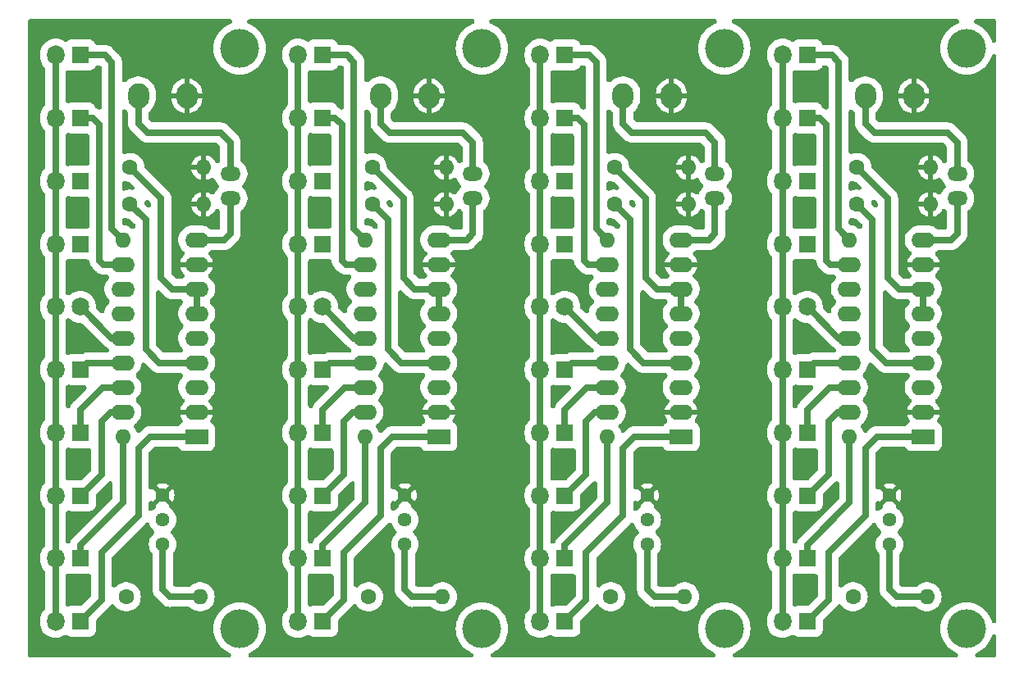
<source format=gbr>
%TF.GenerationSoftware,KiCad,Pcbnew,7.0.6*%
%TF.CreationDate,2023-12-18T10:17:44+05:30*%
%TF.ProjectId,new12vch,6e657731-3276-4636-982e-6b696361645f,rev?*%
%TF.SameCoordinates,Original*%
%TF.FileFunction,Copper,L1,Top*%
%TF.FilePolarity,Positive*%
%FSLAX46Y46*%
G04 Gerber Fmt 4.6, Leading zero omitted, Abs format (unit mm)*
G04 Created by KiCad (PCBNEW 7.0.6) date 2023-12-18 10:17:44*
%MOMM*%
%LPD*%
G01*
G04 APERTURE LIST*
%TA.AperFunction,ComponentPad*%
%ADD10R,1.800000X1.800000*%
%TD*%
%TA.AperFunction,ComponentPad*%
%ADD11O,1.800000X2.000000*%
%TD*%
%TA.AperFunction,ComponentPad*%
%ADD12C,1.600000*%
%TD*%
%TA.AperFunction,ComponentPad*%
%ADD13O,1.600000X1.600000*%
%TD*%
%TA.AperFunction,ComponentPad*%
%ADD14O,1.800000X1.900000*%
%TD*%
%TA.AperFunction,ComponentPad*%
%ADD15O,2.100000X1.500000*%
%TD*%
%TA.AperFunction,ComponentPad*%
%ADD16C,4.000000*%
%TD*%
%TA.AperFunction,ComponentPad*%
%ADD17C,1.440000*%
%TD*%
%TA.AperFunction,ComponentPad*%
%ADD18R,2.400000X1.600000*%
%TD*%
%TA.AperFunction,ComponentPad*%
%ADD19O,2.400000X1.600000*%
%TD*%
%TA.AperFunction,ComponentPad*%
%ADD20O,2.200000X2.600000*%
%TD*%
%TA.AperFunction,Conductor*%
%ADD21C,0.700000*%
%TD*%
G04 APERTURE END LIST*
D10*
%TO.P,D8,1,K*%
%TO.N,Net-(D8-K)*%
X154850000Y-112700000D03*
D11*
%TO.P,D8,2,A*%
%TO.N,Net-(D12-A)*%
X152310000Y-112700000D03*
%TD*%
D12*
%TO.P,R8,1*%
%TO.N,Net-(U1-REFOUT)*%
X159980000Y-85300000D03*
D13*
%TO.P,R8,2*%
%TO.N,Earth*%
X167600000Y-85300000D03*
%TD*%
D10*
%TO.P,D2,1,K*%
%TO.N,Net-(D2-K)*%
X154850000Y-132200000D03*
D11*
%TO.P,D2,2,A*%
%TO.N,Net-(D12-A)*%
X152310000Y-132200000D03*
%TD*%
D10*
%TO.P,D12,1,K*%
%TO.N,Net-(D12-K)*%
X154850000Y-106200000D03*
D11*
%TO.P,D12,2,A*%
%TO.N,Net-(D12-A)*%
X152310000Y-106200000D03*
%TD*%
D12*
%TO.P,R7,1*%
%TO.N,Net-(U1-RLO)*%
X159980000Y-89100000D03*
D13*
%TO.P,R7,2*%
%TO.N,Earth*%
X167600000Y-89100000D03*
%TD*%
D10*
%TO.P,D18,1,K*%
%TO.N,Net-(D18-K)*%
X154850000Y-86700000D03*
D11*
%TO.P,D18,2,A*%
%TO.N,Net-(D12-A)*%
X152310000Y-86700000D03*
%TD*%
D10*
%TO.P,D23,1,K*%
%TO.N,Net-(D23-K)*%
X154850000Y-73700000D03*
D11*
%TO.P,D23,2,A*%
%TO.N,Net-(D12-A)*%
X152310000Y-73700000D03*
%TD*%
D14*
%TO.P,D14,1,K*%
%TO.N,Net-(D14-K)*%
X154850000Y-99700000D03*
D11*
%TO.P,D14,2,A*%
%TO.N,Net-(D12-A)*%
X152310000Y-99700000D03*
%TD*%
D15*
%TO.P,SW3,1*%
%TO.N,Net-(U1-MODE)*%
X170350000Y-88500000D03*
%TO.P,SW3,2*%
%TO.N,Net-(D12-A)*%
X170350000Y-85960000D03*
%TD*%
D16*
%TO.P,REF\u002A\u002A,1*%
%TO.N,N/C*%
X171300000Y-132950000D03*
%TD*%
%TO.P,REF\u002A\u002A,1*%
%TO.N,N/C*%
X171300000Y-73000000D03*
%TD*%
D10*
%TO.P,D4,1,K*%
%TO.N,Net-(D4-K)*%
X154850000Y-125700000D03*
D11*
%TO.P,D4,2,A*%
%TO.N,Net-(D12-A)*%
X152310000Y-125700000D03*
%TD*%
D10*
%TO.P,D6,1,K*%
%TO.N,Net-(D6-K)*%
X154850000Y-119200000D03*
D11*
%TO.P,D6,2,A*%
%TO.N,Net-(D12-A)*%
X152310000Y-119200000D03*
%TD*%
D10*
%TO.P,D16,1,K*%
%TO.N,Net-(D16-K)*%
X154850000Y-93200000D03*
D11*
%TO.P,D16,2,A*%
%TO.N,Net-(D12-A)*%
X152310000Y-93200000D03*
%TD*%
D17*
%TO.P,RV2,1,1*%
%TO.N,Earth*%
X163350000Y-119150000D03*
%TO.P,RV2,2,2*%
%TO.N,Net-(U1-SIG)*%
X163350000Y-121690000D03*
%TO.P,RV2,3,3*%
%TO.N,Net-(R1-Pad2)*%
X163350000Y-124230000D03*
%TD*%
D18*
%TO.P,U1,1,LED1*%
%TO.N,Net-(D2-K)*%
X166850000Y-113100000D03*
D19*
%TO.P,U1,2,V-*%
%TO.N,Earth*%
X166850000Y-110560000D03*
%TO.P,U1,3,V+*%
%TO.N,Net-(D12-A)*%
X166850000Y-108020000D03*
%TO.P,U1,4,RLO*%
%TO.N,Net-(U1-RLO)*%
X166850000Y-105480000D03*
%TO.P,U1,5,SIG*%
%TO.N,Net-(U1-SIG)*%
X166850000Y-102940000D03*
%TO.P,U1,6,RHI*%
%TO.N,Net-(U1-REFOUT)*%
X166850000Y-100400000D03*
%TO.P,U1,7,REFOUT*%
X166850000Y-97860000D03*
%TO.P,U1,8,REFADJ*%
%TO.N,Earth*%
X166850000Y-95320000D03*
%TO.P,U1,9,MODE*%
%TO.N,Net-(U1-MODE)*%
X166850000Y-92780000D03*
D13*
%TO.P,U1,10,LED10*%
%TO.N,Net-(D23-K)*%
X159230000Y-92780000D03*
D19*
%TO.P,U1,11,LED9*%
%TO.N,Net-(D21-K)*%
X159230000Y-95320000D03*
%TO.P,U1,12,LED8*%
%TO.N,Net-(D18-K)*%
X159230000Y-97860000D03*
%TO.P,U1,13,LED7*%
%TO.N,Net-(D16-K)*%
X159230000Y-100400000D03*
%TO.P,U1,14,LED6*%
%TO.N,Net-(D14-K)*%
X159230000Y-102940000D03*
%TO.P,U1,15,LED5*%
%TO.N,Net-(D12-K)*%
X159230000Y-105480000D03*
%TO.P,U1,16,LED4*%
%TO.N,Net-(D8-K)*%
X159230000Y-108020000D03*
%TO.P,U1,17,LED3*%
%TO.N,Net-(D6-K)*%
X159230000Y-110560000D03*
D13*
%TO.P,U1,18,LED2*%
%TO.N,Net-(D4-K)*%
X159230000Y-113100000D03*
%TD*%
D10*
%TO.P,D21,1,K*%
%TO.N,Net-(D21-K)*%
X154850000Y-80200000D03*
D11*
%TO.P,D21,2,A*%
%TO.N,Net-(D12-A)*%
X152310000Y-80200000D03*
%TD*%
D12*
%TO.P,R1,1*%
%TO.N,Net-(D12-A)*%
X159600000Y-129650000D03*
D13*
%TO.P,R1,2*%
%TO.N,Net-(R1-Pad2)*%
X167220000Y-129650000D03*
%TD*%
D20*
%TO.P,J5,1,Pin_1*%
%TO.N,Net-(D12-A)*%
X160850000Y-77900000D03*
%TO.P,J5,2,Pin_2*%
%TO.N,Earth*%
X165850000Y-77900000D03*
%TD*%
D10*
%TO.P,D6,1,K*%
%TO.N,Net-(D6-K)*%
X179850000Y-119200000D03*
D11*
%TO.P,D6,2,A*%
%TO.N,Net-(D12-A)*%
X177310000Y-119200000D03*
%TD*%
D10*
%TO.P,D2,1,K*%
%TO.N,Net-(D2-K)*%
X179850000Y-132200000D03*
D11*
%TO.P,D2,2,A*%
%TO.N,Net-(D12-A)*%
X177310000Y-132200000D03*
%TD*%
D10*
%TO.P,D4,1,K*%
%TO.N,Net-(D4-K)*%
X179850000Y-125700000D03*
D11*
%TO.P,D4,2,A*%
%TO.N,Net-(D12-A)*%
X177310000Y-125700000D03*
%TD*%
D10*
%TO.P,D8,1,K*%
%TO.N,Net-(D8-K)*%
X179850000Y-112700000D03*
D11*
%TO.P,D8,2,A*%
%TO.N,Net-(D12-A)*%
X177310000Y-112700000D03*
%TD*%
D10*
%TO.P,D23,1,K*%
%TO.N,Net-(D23-K)*%
X179850000Y-73700000D03*
D11*
%TO.P,D23,2,A*%
%TO.N,Net-(D12-A)*%
X177310000Y-73700000D03*
%TD*%
D14*
%TO.P,D14,1,K*%
%TO.N,Net-(D14-K)*%
X179850000Y-99700000D03*
D11*
%TO.P,D14,2,A*%
%TO.N,Net-(D12-A)*%
X177310000Y-99700000D03*
%TD*%
D10*
%TO.P,D12,1,K*%
%TO.N,Net-(D12-K)*%
X179850000Y-106200000D03*
D11*
%TO.P,D12,2,A*%
%TO.N,Net-(D12-A)*%
X177310000Y-106200000D03*
%TD*%
D10*
%TO.P,D18,1,K*%
%TO.N,Net-(D18-K)*%
X179850000Y-86700000D03*
D11*
%TO.P,D18,2,A*%
%TO.N,Net-(D12-A)*%
X177310000Y-86700000D03*
%TD*%
D15*
%TO.P,SW3,1*%
%TO.N,Net-(U1-MODE)*%
X195350000Y-88500000D03*
%TO.P,SW3,2*%
%TO.N,Net-(D12-A)*%
X195350000Y-85960000D03*
%TD*%
D16*
%TO.P,REF\u002A\u002A,1*%
%TO.N,N/C*%
X196300000Y-132950000D03*
%TD*%
%TO.P,REF\u002A\u002A,1*%
%TO.N,N/C*%
X196300000Y-73000000D03*
%TD*%
D12*
%TO.P,R8,1*%
%TO.N,Net-(U1-REFOUT)*%
X184980000Y-85300000D03*
D13*
%TO.P,R8,2*%
%TO.N,Earth*%
X192600000Y-85300000D03*
%TD*%
D12*
%TO.P,R7,1*%
%TO.N,Net-(U1-RLO)*%
X184980000Y-89100000D03*
D13*
%TO.P,R7,2*%
%TO.N,Earth*%
X192600000Y-89100000D03*
%TD*%
D10*
%TO.P,D16,1,K*%
%TO.N,Net-(D16-K)*%
X179850000Y-93200000D03*
D11*
%TO.P,D16,2,A*%
%TO.N,Net-(D12-A)*%
X177310000Y-93200000D03*
%TD*%
D18*
%TO.P,U1,1,LED1*%
%TO.N,Net-(D2-K)*%
X191850000Y-113100000D03*
D19*
%TO.P,U1,2,V-*%
%TO.N,Earth*%
X191850000Y-110560000D03*
%TO.P,U1,3,V+*%
%TO.N,Net-(D12-A)*%
X191850000Y-108020000D03*
%TO.P,U1,4,RLO*%
%TO.N,Net-(U1-RLO)*%
X191850000Y-105480000D03*
%TO.P,U1,5,SIG*%
%TO.N,Net-(U1-SIG)*%
X191850000Y-102940000D03*
%TO.P,U1,6,RHI*%
%TO.N,Net-(U1-REFOUT)*%
X191850000Y-100400000D03*
%TO.P,U1,7,REFOUT*%
X191850000Y-97860000D03*
%TO.P,U1,8,REFADJ*%
%TO.N,Earth*%
X191850000Y-95320000D03*
%TO.P,U1,9,MODE*%
%TO.N,Net-(U1-MODE)*%
X191850000Y-92780000D03*
D13*
%TO.P,U1,10,LED10*%
%TO.N,Net-(D23-K)*%
X184230000Y-92780000D03*
D19*
%TO.P,U1,11,LED9*%
%TO.N,Net-(D21-K)*%
X184230000Y-95320000D03*
%TO.P,U1,12,LED8*%
%TO.N,Net-(D18-K)*%
X184230000Y-97860000D03*
%TO.P,U1,13,LED7*%
%TO.N,Net-(D16-K)*%
X184230000Y-100400000D03*
%TO.P,U1,14,LED6*%
%TO.N,Net-(D14-K)*%
X184230000Y-102940000D03*
%TO.P,U1,15,LED5*%
%TO.N,Net-(D12-K)*%
X184230000Y-105480000D03*
%TO.P,U1,16,LED4*%
%TO.N,Net-(D8-K)*%
X184230000Y-108020000D03*
%TO.P,U1,17,LED3*%
%TO.N,Net-(D6-K)*%
X184230000Y-110560000D03*
D13*
%TO.P,U1,18,LED2*%
%TO.N,Net-(D4-K)*%
X184230000Y-113100000D03*
%TD*%
D10*
%TO.P,D21,1,K*%
%TO.N,Net-(D21-K)*%
X179850000Y-80200000D03*
D11*
%TO.P,D21,2,A*%
%TO.N,Net-(D12-A)*%
X177310000Y-80200000D03*
%TD*%
D17*
%TO.P,RV2,1,1*%
%TO.N,Earth*%
X188350000Y-119150000D03*
%TO.P,RV2,2,2*%
%TO.N,Net-(U1-SIG)*%
X188350000Y-121690000D03*
%TO.P,RV2,3,3*%
%TO.N,Net-(R1-Pad2)*%
X188350000Y-124230000D03*
%TD*%
D12*
%TO.P,R1,1*%
%TO.N,Net-(D12-A)*%
X184600000Y-129650000D03*
D13*
%TO.P,R1,2*%
%TO.N,Net-(R1-Pad2)*%
X192220000Y-129650000D03*
%TD*%
D20*
%TO.P,J5,1,Pin_1*%
%TO.N,Net-(D12-A)*%
X185850000Y-77900000D03*
%TO.P,J5,2,Pin_2*%
%TO.N,Earth*%
X190850000Y-77900000D03*
%TD*%
D10*
%TO.P,D6,1,K*%
%TO.N,Net-(D6-K)*%
X104850000Y-119200000D03*
D11*
%TO.P,D6,2,A*%
%TO.N,Net-(D12-A)*%
X102310000Y-119200000D03*
%TD*%
D10*
%TO.P,D2,1,K*%
%TO.N,Net-(D2-K)*%
X104850000Y-132200000D03*
D11*
%TO.P,D2,2,A*%
%TO.N,Net-(D12-A)*%
X102310000Y-132200000D03*
%TD*%
D10*
%TO.P,D4,1,K*%
%TO.N,Net-(D4-K)*%
X104850000Y-125700000D03*
D11*
%TO.P,D4,2,A*%
%TO.N,Net-(D12-A)*%
X102310000Y-125700000D03*
%TD*%
D10*
%TO.P,D8,1,K*%
%TO.N,Net-(D8-K)*%
X104850000Y-112700000D03*
D11*
%TO.P,D8,2,A*%
%TO.N,Net-(D12-A)*%
X102310000Y-112700000D03*
%TD*%
D10*
%TO.P,D23,1,K*%
%TO.N,Net-(D23-K)*%
X104850000Y-73700000D03*
D11*
%TO.P,D23,2,A*%
%TO.N,Net-(D12-A)*%
X102310000Y-73700000D03*
%TD*%
D14*
%TO.P,D14,1,K*%
%TO.N,Net-(D14-K)*%
X104850000Y-99700000D03*
D11*
%TO.P,D14,2,A*%
%TO.N,Net-(D12-A)*%
X102310000Y-99700000D03*
%TD*%
D10*
%TO.P,D12,1,K*%
%TO.N,Net-(D12-K)*%
X104850000Y-106200000D03*
D11*
%TO.P,D12,2,A*%
%TO.N,Net-(D12-A)*%
X102310000Y-106200000D03*
%TD*%
D10*
%TO.P,D18,1,K*%
%TO.N,Net-(D18-K)*%
X104850000Y-86700000D03*
D11*
%TO.P,D18,2,A*%
%TO.N,Net-(D12-A)*%
X102310000Y-86700000D03*
%TD*%
D15*
%TO.P,SW3,1*%
%TO.N,Net-(U1-MODE)*%
X120350000Y-88500000D03*
%TO.P,SW3,2*%
%TO.N,Net-(D12-A)*%
X120350000Y-85960000D03*
%TD*%
D16*
%TO.P,REF\u002A\u002A,1*%
%TO.N,N/C*%
X121300000Y-132950000D03*
%TD*%
%TO.P,REF\u002A\u002A,1*%
%TO.N,N/C*%
X121300000Y-73000000D03*
%TD*%
D12*
%TO.P,R8,1*%
%TO.N,Net-(U1-REFOUT)*%
X109980000Y-85300000D03*
D13*
%TO.P,R8,2*%
%TO.N,Earth*%
X117600000Y-85300000D03*
%TD*%
D12*
%TO.P,R7,1*%
%TO.N,Net-(U1-RLO)*%
X109980000Y-89100000D03*
D13*
%TO.P,R7,2*%
%TO.N,Earth*%
X117600000Y-89100000D03*
%TD*%
D10*
%TO.P,D16,1,K*%
%TO.N,Net-(D16-K)*%
X104850000Y-93200000D03*
D11*
%TO.P,D16,2,A*%
%TO.N,Net-(D12-A)*%
X102310000Y-93200000D03*
%TD*%
D18*
%TO.P,U1,1,LED1*%
%TO.N,Net-(D2-K)*%
X116850000Y-113100000D03*
D19*
%TO.P,U1,2,V-*%
%TO.N,Earth*%
X116850000Y-110560000D03*
%TO.P,U1,3,V+*%
%TO.N,Net-(D12-A)*%
X116850000Y-108020000D03*
%TO.P,U1,4,RLO*%
%TO.N,Net-(U1-RLO)*%
X116850000Y-105480000D03*
%TO.P,U1,5,SIG*%
%TO.N,Net-(U1-SIG)*%
X116850000Y-102940000D03*
%TO.P,U1,6,RHI*%
%TO.N,Net-(U1-REFOUT)*%
X116850000Y-100400000D03*
%TO.P,U1,7,REFOUT*%
X116850000Y-97860000D03*
%TO.P,U1,8,REFADJ*%
%TO.N,Earth*%
X116850000Y-95320000D03*
%TO.P,U1,9,MODE*%
%TO.N,Net-(U1-MODE)*%
X116850000Y-92780000D03*
D13*
%TO.P,U1,10,LED10*%
%TO.N,Net-(D23-K)*%
X109230000Y-92780000D03*
D19*
%TO.P,U1,11,LED9*%
%TO.N,Net-(D21-K)*%
X109230000Y-95320000D03*
%TO.P,U1,12,LED8*%
%TO.N,Net-(D18-K)*%
X109230000Y-97860000D03*
%TO.P,U1,13,LED7*%
%TO.N,Net-(D16-K)*%
X109230000Y-100400000D03*
%TO.P,U1,14,LED6*%
%TO.N,Net-(D14-K)*%
X109230000Y-102940000D03*
%TO.P,U1,15,LED5*%
%TO.N,Net-(D12-K)*%
X109230000Y-105480000D03*
%TO.P,U1,16,LED4*%
%TO.N,Net-(D8-K)*%
X109230000Y-108020000D03*
%TO.P,U1,17,LED3*%
%TO.N,Net-(D6-K)*%
X109230000Y-110560000D03*
D13*
%TO.P,U1,18,LED2*%
%TO.N,Net-(D4-K)*%
X109230000Y-113100000D03*
%TD*%
D10*
%TO.P,D21,1,K*%
%TO.N,Net-(D21-K)*%
X104850000Y-80200000D03*
D11*
%TO.P,D21,2,A*%
%TO.N,Net-(D12-A)*%
X102310000Y-80200000D03*
%TD*%
D17*
%TO.P,RV2,1,1*%
%TO.N,Earth*%
X113350000Y-119150000D03*
%TO.P,RV2,2,2*%
%TO.N,Net-(U1-SIG)*%
X113350000Y-121690000D03*
%TO.P,RV2,3,3*%
%TO.N,Net-(R1-Pad2)*%
X113350000Y-124230000D03*
%TD*%
D12*
%TO.P,R1,1*%
%TO.N,Net-(D12-A)*%
X109600000Y-129650000D03*
D13*
%TO.P,R1,2*%
%TO.N,Net-(R1-Pad2)*%
X117220000Y-129650000D03*
%TD*%
D20*
%TO.P,J5,1,Pin_1*%
%TO.N,Net-(D12-A)*%
X110850000Y-77900000D03*
%TO.P,J5,2,Pin_2*%
%TO.N,Earth*%
X115850000Y-77900000D03*
%TD*%
D10*
%TO.P,D2,1,K*%
%TO.N,Net-(D2-K)*%
X129850000Y-132200000D03*
D11*
%TO.P,D2,2,A*%
%TO.N,Net-(D12-A)*%
X127310000Y-132200000D03*
%TD*%
D10*
%TO.P,D4,1,K*%
%TO.N,Net-(D4-K)*%
X129850000Y-125700000D03*
D11*
%TO.P,D4,2,A*%
%TO.N,Net-(D12-A)*%
X127310000Y-125700000D03*
%TD*%
D10*
%TO.P,D6,1,K*%
%TO.N,Net-(D6-K)*%
X129850000Y-119200000D03*
D11*
%TO.P,D6,2,A*%
%TO.N,Net-(D12-A)*%
X127310000Y-119200000D03*
%TD*%
D10*
%TO.P,D8,1,K*%
%TO.N,Net-(D8-K)*%
X129850000Y-112700000D03*
D11*
%TO.P,D8,2,A*%
%TO.N,Net-(D12-A)*%
X127310000Y-112700000D03*
%TD*%
D10*
%TO.P,D12,1,K*%
%TO.N,Net-(D12-K)*%
X129850000Y-106200000D03*
D11*
%TO.P,D12,2,A*%
%TO.N,Net-(D12-A)*%
X127310000Y-106200000D03*
%TD*%
D14*
%TO.P,D14,1,K*%
%TO.N,Net-(D14-K)*%
X129850000Y-99700000D03*
D11*
%TO.P,D14,2,A*%
%TO.N,Net-(D12-A)*%
X127310000Y-99700000D03*
%TD*%
D10*
%TO.P,D16,1,K*%
%TO.N,Net-(D16-K)*%
X129850000Y-93200000D03*
D11*
%TO.P,D16,2,A*%
%TO.N,Net-(D12-A)*%
X127310000Y-93200000D03*
%TD*%
D10*
%TO.P,D18,1,K*%
%TO.N,Net-(D18-K)*%
X129850000Y-86700000D03*
D11*
%TO.P,D18,2,A*%
%TO.N,Net-(D12-A)*%
X127310000Y-86700000D03*
%TD*%
D10*
%TO.P,D21,1,K*%
%TO.N,Net-(D21-K)*%
X129850000Y-80200000D03*
D11*
%TO.P,D21,2,A*%
%TO.N,Net-(D12-A)*%
X127310000Y-80200000D03*
%TD*%
D10*
%TO.P,D23,1,K*%
%TO.N,Net-(D23-K)*%
X129850000Y-73700000D03*
D11*
%TO.P,D23,2,A*%
%TO.N,Net-(D12-A)*%
X127310000Y-73700000D03*
%TD*%
D20*
%TO.P,J5,1,Pin_1*%
%TO.N,Net-(D12-A)*%
X135850000Y-77900000D03*
%TO.P,J5,2,Pin_2*%
%TO.N,Earth*%
X140850000Y-77900000D03*
%TD*%
D12*
%TO.P,R1,1*%
%TO.N,Net-(D12-A)*%
X134600000Y-129650000D03*
D13*
%TO.P,R1,2*%
%TO.N,Net-(R1-Pad2)*%
X142220000Y-129650000D03*
%TD*%
D12*
%TO.P,R7,1*%
%TO.N,Net-(U1-RLO)*%
X134980000Y-89100000D03*
D13*
%TO.P,R7,2*%
%TO.N,Earth*%
X142600000Y-89100000D03*
%TD*%
D12*
%TO.P,R8,1*%
%TO.N,Net-(U1-REFOUT)*%
X134980000Y-85300000D03*
D13*
%TO.P,R8,2*%
%TO.N,Earth*%
X142600000Y-85300000D03*
%TD*%
D17*
%TO.P,RV2,1,1*%
%TO.N,Earth*%
X138350000Y-119150000D03*
%TO.P,RV2,2,2*%
%TO.N,Net-(U1-SIG)*%
X138350000Y-121690000D03*
%TO.P,RV2,3,3*%
%TO.N,Net-(R1-Pad2)*%
X138350000Y-124230000D03*
%TD*%
D18*
%TO.P,U1,1,LED1*%
%TO.N,Net-(D2-K)*%
X141850000Y-113100000D03*
D19*
%TO.P,U1,2,V-*%
%TO.N,Earth*%
X141850000Y-110560000D03*
%TO.P,U1,3,V+*%
%TO.N,Net-(D12-A)*%
X141850000Y-108020000D03*
%TO.P,U1,4,RLO*%
%TO.N,Net-(U1-RLO)*%
X141850000Y-105480000D03*
%TO.P,U1,5,SIG*%
%TO.N,Net-(U1-SIG)*%
X141850000Y-102940000D03*
%TO.P,U1,6,RHI*%
%TO.N,Net-(U1-REFOUT)*%
X141850000Y-100400000D03*
%TO.P,U1,7,REFOUT*%
X141850000Y-97860000D03*
%TO.P,U1,8,REFADJ*%
%TO.N,Earth*%
X141850000Y-95320000D03*
%TO.P,U1,9,MODE*%
%TO.N,Net-(U1-MODE)*%
X141850000Y-92780000D03*
D13*
%TO.P,U1,10,LED10*%
%TO.N,Net-(D23-K)*%
X134230000Y-92780000D03*
D19*
%TO.P,U1,11,LED9*%
%TO.N,Net-(D21-K)*%
X134230000Y-95320000D03*
%TO.P,U1,12,LED8*%
%TO.N,Net-(D18-K)*%
X134230000Y-97860000D03*
%TO.P,U1,13,LED7*%
%TO.N,Net-(D16-K)*%
X134230000Y-100400000D03*
%TO.P,U1,14,LED6*%
%TO.N,Net-(D14-K)*%
X134230000Y-102940000D03*
%TO.P,U1,15,LED5*%
%TO.N,Net-(D12-K)*%
X134230000Y-105480000D03*
%TO.P,U1,16,LED4*%
%TO.N,Net-(D8-K)*%
X134230000Y-108020000D03*
%TO.P,U1,17,LED3*%
%TO.N,Net-(D6-K)*%
X134230000Y-110560000D03*
D13*
%TO.P,U1,18,LED2*%
%TO.N,Net-(D4-K)*%
X134230000Y-113100000D03*
%TD*%
D15*
%TO.P,SW3,1*%
%TO.N,Net-(U1-MODE)*%
X145350000Y-88500000D03*
%TO.P,SW3,2*%
%TO.N,Net-(D12-A)*%
X145350000Y-85960000D03*
%TD*%
D16*
%TO.P,REF\u002A\u002A,1*%
%TO.N,N/C*%
X146300000Y-73000000D03*
%TD*%
%TO.P,REF\u002A\u002A,1*%
%TO.N,N/C*%
X146300000Y-132950000D03*
%TD*%
D21*
%TO.N,Net-(D12-A)*%
X152310000Y-125700000D02*
X152310000Y-119200000D01*
%TO.N,Net-(D21-K)*%
X156850000Y-94900000D02*
X156850000Y-80900000D01*
%TO.N,Net-(U1-MODE)*%
X169720000Y-92780000D02*
X170350000Y-92150000D01*
%TO.N,Net-(D21-K)*%
X156850000Y-80900000D02*
X156150000Y-80200000D01*
%TO.N,Net-(D6-K)*%
X157050000Y-117000000D02*
X154850000Y-119200000D01*
%TO.N,Net-(U1-REFOUT)*%
X166850000Y-100400000D02*
X166850000Y-97860000D01*
%TO.N,Net-(D21-K)*%
X156150000Y-80200000D02*
X154850000Y-80200000D01*
%TO.N,Net-(U1-REFOUT)*%
X164360000Y-97860000D02*
X166850000Y-97860000D01*
X163200000Y-96700000D02*
X164360000Y-97860000D01*
%TO.N,Net-(U1-RLO)*%
X162980000Y-105480000D02*
X166850000Y-105480000D01*
%TO.N,Net-(D12-A)*%
X152310000Y-80200000D02*
X152310000Y-73700000D01*
%TO.N,Net-(D21-K)*%
X157270000Y-95320000D02*
X156850000Y-94900000D01*
%TO.N,Net-(D23-K)*%
X158100000Y-91650000D02*
X159230000Y-92780000D01*
X154850000Y-73700000D02*
X157400000Y-73700000D01*
X157400000Y-73700000D02*
X158100000Y-74400000D01*
%TO.N,Net-(D12-A)*%
X169350000Y-81700000D02*
X170350000Y-82700000D01*
%TO.N,Net-(D6-K)*%
X157990000Y-110560000D02*
X157050000Y-111500000D01*
%TO.N,Net-(U1-MODE)*%
X170350000Y-92150000D02*
X170350000Y-88500000D01*
%TO.N,Net-(R1-Pad2)*%
X164100000Y-129650000D02*
X163350000Y-128900000D01*
%TO.N,Net-(U1-MODE)*%
X166850000Y-92780000D02*
X169720000Y-92780000D01*
%TO.N,Net-(U1-REFOUT)*%
X159980000Y-85300000D02*
X163200000Y-88520000D01*
%TO.N,Net-(U1-RLO)*%
X161600000Y-90720000D02*
X161600000Y-104100000D01*
%TO.N,Net-(U1-REFOUT)*%
X163200000Y-88520000D02*
X163200000Y-96700000D01*
%TO.N,Net-(U1-RLO)*%
X161600000Y-104100000D02*
X162980000Y-105480000D01*
%TO.N,Net-(D12-K)*%
X159230000Y-105480000D02*
X155570000Y-105480000D01*
%TO.N,Net-(D21-K)*%
X159230000Y-95320000D02*
X157270000Y-95320000D01*
%TO.N,Net-(U1-RLO)*%
X159980000Y-89100000D02*
X161600000Y-90720000D01*
%TO.N,Net-(D23-K)*%
X158100000Y-74400000D02*
X158100000Y-91650000D01*
%TO.N,Net-(D6-K)*%
X157050000Y-111500000D02*
X157050000Y-117000000D01*
%TO.N,Net-(D12-A)*%
X170350000Y-82700000D02*
X170350000Y-85960000D01*
X152310000Y-132200000D02*
X152310000Y-125700000D01*
X152310000Y-119200000D02*
X152310000Y-112700000D01*
%TO.N,Net-(D8-K)*%
X159230000Y-108020000D02*
X157130000Y-108020000D01*
%TO.N,Net-(D12-A)*%
X152310000Y-106200000D02*
X152310000Y-99700000D01*
%TO.N,Net-(D8-K)*%
X157130000Y-108020000D02*
X154850000Y-110300000D01*
%TO.N,Net-(R1-Pad2)*%
X167220000Y-129650000D02*
X164100000Y-129650000D01*
%TO.N,Net-(D12-A)*%
X152310000Y-93200000D02*
X152310000Y-86700000D01*
X152310000Y-112700000D02*
X152310000Y-106200000D01*
%TO.N,Net-(D2-K)*%
X157050000Y-130000000D02*
X154850000Y-132200000D01*
X166850000Y-113100000D02*
X162050000Y-113100000D01*
X160850000Y-121300000D02*
X157050000Y-125100000D01*
%TO.N,Net-(D12-K)*%
X155570000Y-105480000D02*
X154850000Y-106200000D01*
%TO.N,Net-(D4-K)*%
X159230000Y-119920000D02*
X154850000Y-124300000D01*
X154850000Y-124300000D02*
X154850000Y-125700000D01*
%TO.N,Net-(D2-K)*%
X160850000Y-114300000D02*
X160850000Y-121300000D01*
%TO.N,Net-(D12-A)*%
X161800000Y-81700000D02*
X169350000Y-81700000D01*
%TO.N,Net-(D14-K)*%
X159230000Y-102940000D02*
X158090000Y-102940000D01*
%TO.N,Net-(D2-K)*%
X157050000Y-125100000D02*
X157050000Y-130000000D01*
%TO.N,Net-(R1-Pad2)*%
X163350000Y-128900000D02*
X163350000Y-124230000D01*
%TO.N,Net-(D6-K)*%
X159230000Y-110560000D02*
X157990000Y-110560000D01*
%TO.N,Net-(D14-K)*%
X158090000Y-102940000D02*
X154850000Y-99700000D01*
%TO.N,Net-(D12-A)*%
X160850000Y-77900000D02*
X160850000Y-80750000D01*
%TO.N,Net-(D4-K)*%
X159230000Y-113100000D02*
X159230000Y-119920000D01*
%TO.N,Net-(D2-K)*%
X162050000Y-113100000D02*
X160850000Y-114300000D01*
%TO.N,Net-(D12-A)*%
X152310000Y-99700000D02*
X152310000Y-93200000D01*
%TO.N,Net-(D8-K)*%
X154850000Y-110300000D02*
X154850000Y-112700000D01*
%TO.N,Net-(D12-A)*%
X160850000Y-80750000D02*
X161800000Y-81700000D01*
X152310000Y-86700000D02*
X152310000Y-80200000D01*
%TO.N,Net-(U1-MODE)*%
X195350000Y-92150000D02*
X195350000Y-88500000D01*
X194720000Y-92780000D02*
X195350000Y-92150000D01*
X191850000Y-92780000D02*
X194720000Y-92780000D01*
%TO.N,Net-(D21-K)*%
X182270000Y-95320000D02*
X181850000Y-94900000D01*
%TO.N,Net-(D23-K)*%
X183100000Y-91650000D02*
X184230000Y-92780000D01*
X179850000Y-73700000D02*
X182400000Y-73700000D01*
X183100000Y-74400000D02*
X183100000Y-91650000D01*
%TO.N,Net-(D21-K)*%
X181850000Y-94900000D02*
X181850000Y-80900000D01*
X181850000Y-80900000D02*
X181150000Y-80200000D01*
%TO.N,Net-(D23-K)*%
X182400000Y-73700000D02*
X183100000Y-74400000D01*
%TO.N,Net-(U1-REFOUT)*%
X191850000Y-100400000D02*
X191850000Y-97860000D01*
X189360000Y-97860000D02*
X191850000Y-97860000D01*
X184980000Y-85300000D02*
X188200000Y-88520000D01*
%TO.N,Net-(U1-RLO)*%
X186600000Y-90720000D02*
X186600000Y-104100000D01*
%TO.N,Net-(U1-REFOUT)*%
X188200000Y-88520000D02*
X188200000Y-96700000D01*
X188200000Y-96700000D02*
X189360000Y-97860000D01*
%TO.N,Net-(U1-RLO)*%
X184980000Y-89100000D02*
X186600000Y-90720000D01*
X187980000Y-105480000D02*
X191850000Y-105480000D01*
X186600000Y-104100000D02*
X187980000Y-105480000D01*
%TO.N,Net-(D21-K)*%
X184230000Y-95320000D02*
X182270000Y-95320000D01*
X181150000Y-80200000D02*
X179850000Y-80200000D01*
%TO.N,Net-(D12-A)*%
X194350000Y-81700000D02*
X195350000Y-82700000D01*
X177310000Y-80200000D02*
X177310000Y-73700000D01*
%TO.N,Net-(R1-Pad2)*%
X189100000Y-129650000D02*
X188350000Y-128900000D01*
%TO.N,Net-(D6-K)*%
X182990000Y-110560000D02*
X182050000Y-111500000D01*
%TO.N,Net-(D12-K)*%
X184230000Y-105480000D02*
X180570000Y-105480000D01*
%TO.N,Net-(D12-A)*%
X177310000Y-125700000D02*
X177310000Y-119200000D01*
%TO.N,Net-(D6-K)*%
X182050000Y-117000000D02*
X179850000Y-119200000D01*
%TO.N,Net-(R1-Pad2)*%
X192220000Y-129650000D02*
X189100000Y-129650000D01*
%TO.N,Net-(D12-K)*%
X180570000Y-105480000D02*
X179850000Y-106200000D01*
%TO.N,Net-(D12-A)*%
X185850000Y-77900000D02*
X185850000Y-80750000D01*
X177310000Y-99700000D02*
X177310000Y-93200000D01*
%TO.N,Net-(D4-K)*%
X184230000Y-119920000D02*
X179850000Y-124300000D01*
%TO.N,Net-(D8-K)*%
X184230000Y-108020000D02*
X182130000Y-108020000D01*
X182130000Y-108020000D02*
X179850000Y-110300000D01*
%TO.N,Net-(D6-K)*%
X184230000Y-110560000D02*
X182990000Y-110560000D01*
%TO.N,Net-(R1-Pad2)*%
X188350000Y-128900000D02*
X188350000Y-124230000D01*
%TO.N,Net-(D8-K)*%
X179850000Y-110300000D02*
X179850000Y-112700000D01*
%TO.N,Net-(D6-K)*%
X182050000Y-111500000D02*
X182050000Y-117000000D01*
%TO.N,Net-(D12-A)*%
X186800000Y-81700000D02*
X194350000Y-81700000D01*
%TO.N,Net-(D14-K)*%
X183090000Y-102940000D02*
X179850000Y-99700000D01*
%TO.N,Net-(D4-K)*%
X184230000Y-113100000D02*
X184230000Y-119920000D01*
%TO.N,Net-(D14-K)*%
X184230000Y-102940000D02*
X183090000Y-102940000D01*
%TO.N,Net-(D4-K)*%
X179850000Y-124300000D02*
X179850000Y-125700000D01*
%TO.N,Net-(D2-K)*%
X182050000Y-125100000D02*
X182050000Y-130000000D01*
X185850000Y-114300000D02*
X185850000Y-121300000D01*
X187050000Y-113100000D02*
X185850000Y-114300000D01*
X185850000Y-121300000D02*
X182050000Y-125100000D01*
X191850000Y-113100000D02*
X187050000Y-113100000D01*
%TO.N,Net-(D12-A)*%
X177310000Y-93200000D02*
X177310000Y-86700000D01*
X177310000Y-86700000D02*
X177310000Y-80200000D01*
X195350000Y-82700000D02*
X195350000Y-85960000D01*
%TO.N,Net-(D2-K)*%
X182050000Y-130000000D02*
X179850000Y-132200000D01*
%TO.N,Net-(D12-A)*%
X177310000Y-132200000D02*
X177310000Y-125700000D01*
X185850000Y-80750000D02*
X186800000Y-81700000D01*
X177310000Y-106200000D02*
X177310000Y-99700000D01*
X177310000Y-119200000D02*
X177310000Y-112700000D01*
X177310000Y-112700000D02*
X177310000Y-106200000D01*
%TO.N,Net-(U1-MODE)*%
X120350000Y-92150000D02*
X120350000Y-88500000D01*
X119720000Y-92780000D02*
X120350000Y-92150000D01*
X116850000Y-92780000D02*
X119720000Y-92780000D01*
%TO.N,Net-(D21-K)*%
X107270000Y-95320000D02*
X106850000Y-94900000D01*
%TO.N,Net-(D23-K)*%
X108100000Y-91650000D02*
X109230000Y-92780000D01*
X104850000Y-73700000D02*
X107400000Y-73700000D01*
X108100000Y-74400000D02*
X108100000Y-91650000D01*
%TO.N,Net-(D21-K)*%
X106850000Y-94900000D02*
X106850000Y-80900000D01*
X106850000Y-80900000D02*
X106150000Y-80200000D01*
%TO.N,Net-(D23-K)*%
X107400000Y-73700000D02*
X108100000Y-74400000D01*
%TO.N,Net-(U1-REFOUT)*%
X116850000Y-100400000D02*
X116850000Y-97860000D01*
X114360000Y-97860000D02*
X116850000Y-97860000D01*
X109980000Y-85300000D02*
X113200000Y-88520000D01*
%TO.N,Net-(U1-RLO)*%
X111600000Y-90720000D02*
X111600000Y-104100000D01*
%TO.N,Net-(U1-REFOUT)*%
X113200000Y-88520000D02*
X113200000Y-96700000D01*
X113200000Y-96700000D02*
X114360000Y-97860000D01*
%TO.N,Net-(U1-RLO)*%
X109980000Y-89100000D02*
X111600000Y-90720000D01*
X112980000Y-105480000D02*
X116850000Y-105480000D01*
X111600000Y-104100000D02*
X112980000Y-105480000D01*
%TO.N,Net-(D21-K)*%
X109230000Y-95320000D02*
X107270000Y-95320000D01*
X106150000Y-80200000D02*
X104850000Y-80200000D01*
%TO.N,Net-(D12-A)*%
X119350000Y-81700000D02*
X120350000Y-82700000D01*
X102310000Y-80200000D02*
X102310000Y-73700000D01*
%TO.N,Net-(R1-Pad2)*%
X114100000Y-129650000D02*
X113350000Y-128900000D01*
%TO.N,Net-(D6-K)*%
X107990000Y-110560000D02*
X107050000Y-111500000D01*
%TO.N,Net-(D12-K)*%
X109230000Y-105480000D02*
X105570000Y-105480000D01*
%TO.N,Net-(D12-A)*%
X102310000Y-125700000D02*
X102310000Y-119200000D01*
%TO.N,Net-(D6-K)*%
X107050000Y-117000000D02*
X104850000Y-119200000D01*
%TO.N,Net-(R1-Pad2)*%
X117220000Y-129650000D02*
X114100000Y-129650000D01*
%TO.N,Net-(D12-K)*%
X105570000Y-105480000D02*
X104850000Y-106200000D01*
%TO.N,Net-(D12-A)*%
X110850000Y-77900000D02*
X110850000Y-80750000D01*
X102310000Y-99700000D02*
X102310000Y-93200000D01*
%TO.N,Net-(D4-K)*%
X109230000Y-119920000D02*
X104850000Y-124300000D01*
%TO.N,Net-(D8-K)*%
X109230000Y-108020000D02*
X107130000Y-108020000D01*
X107130000Y-108020000D02*
X104850000Y-110300000D01*
%TO.N,Net-(D6-K)*%
X109230000Y-110560000D02*
X107990000Y-110560000D01*
%TO.N,Net-(R1-Pad2)*%
X113350000Y-128900000D02*
X113350000Y-124230000D01*
%TO.N,Net-(D8-K)*%
X104850000Y-110300000D02*
X104850000Y-112700000D01*
%TO.N,Net-(D6-K)*%
X107050000Y-111500000D02*
X107050000Y-117000000D01*
%TO.N,Net-(D12-A)*%
X111800000Y-81700000D02*
X119350000Y-81700000D01*
%TO.N,Net-(D14-K)*%
X108090000Y-102940000D02*
X104850000Y-99700000D01*
%TO.N,Net-(D4-K)*%
X109230000Y-113100000D02*
X109230000Y-119920000D01*
%TO.N,Net-(D14-K)*%
X109230000Y-102940000D02*
X108090000Y-102940000D01*
%TO.N,Net-(D4-K)*%
X104850000Y-124300000D02*
X104850000Y-125700000D01*
%TO.N,Net-(D2-K)*%
X107050000Y-125100000D02*
X107050000Y-130000000D01*
X110850000Y-114300000D02*
X110850000Y-121300000D01*
X112050000Y-113100000D02*
X110850000Y-114300000D01*
X110850000Y-121300000D02*
X107050000Y-125100000D01*
X116850000Y-113100000D02*
X112050000Y-113100000D01*
%TO.N,Net-(D12-A)*%
X102310000Y-93200000D02*
X102310000Y-86700000D01*
X102310000Y-86700000D02*
X102310000Y-80200000D01*
X120350000Y-82700000D02*
X120350000Y-85960000D01*
%TO.N,Net-(D2-K)*%
X107050000Y-130000000D02*
X104850000Y-132200000D01*
%TO.N,Net-(D12-A)*%
X102310000Y-132200000D02*
X102310000Y-125700000D01*
X110850000Y-80750000D02*
X111800000Y-81700000D01*
X102310000Y-106200000D02*
X102310000Y-99700000D01*
X102310000Y-119200000D02*
X102310000Y-112700000D01*
X102310000Y-112700000D02*
X102310000Y-106200000D01*
%TO.N,Net-(D2-K)*%
X141850000Y-113100000D02*
X137050000Y-113100000D01*
X135850000Y-121300000D02*
X132050000Y-125100000D01*
X137050000Y-113100000D02*
X135850000Y-114300000D01*
X135850000Y-114300000D02*
X135850000Y-121300000D01*
X132050000Y-125100000D02*
X132050000Y-130000000D01*
X132050000Y-130000000D02*
X129850000Y-132200000D01*
%TO.N,Net-(D12-A)*%
X145350000Y-82700000D02*
X145350000Y-85960000D01*
X127310000Y-86700000D02*
X127310000Y-80200000D01*
X127310000Y-93200000D02*
X127310000Y-86700000D01*
X127310000Y-132200000D02*
X127310000Y-125700000D01*
X127310000Y-112700000D02*
X127310000Y-106200000D01*
X127310000Y-119200000D02*
X127310000Y-112700000D01*
X127310000Y-106200000D02*
X127310000Y-99700000D01*
X135850000Y-80750000D02*
X136800000Y-81700000D01*
X127310000Y-99700000D02*
X127310000Y-93200000D01*
X127310000Y-80200000D02*
X127310000Y-73700000D01*
X136800000Y-81700000D02*
X144350000Y-81700000D01*
X144350000Y-81700000D02*
X145350000Y-82700000D01*
X127310000Y-125700000D02*
X127310000Y-119200000D01*
X135850000Y-77900000D02*
X135850000Y-80750000D01*
%TO.N,Net-(D4-K)*%
X134230000Y-113100000D02*
X134230000Y-119920000D01*
X134230000Y-119920000D02*
X129850000Y-124300000D01*
X129850000Y-124300000D02*
X129850000Y-125700000D01*
%TO.N,Net-(D6-K)*%
X132050000Y-117000000D02*
X129850000Y-119200000D01*
X134230000Y-110560000D02*
X132990000Y-110560000D01*
X132990000Y-110560000D02*
X132050000Y-111500000D01*
X132050000Y-111500000D02*
X132050000Y-117000000D01*
%TO.N,Net-(D8-K)*%
X134230000Y-108020000D02*
X132130000Y-108020000D01*
X129850000Y-110300000D02*
X129850000Y-112700000D01*
X132130000Y-108020000D02*
X129850000Y-110300000D01*
%TO.N,Net-(D12-K)*%
X130570000Y-105480000D02*
X129850000Y-106200000D01*
X134230000Y-105480000D02*
X130570000Y-105480000D01*
%TO.N,Net-(R1-Pad2)*%
X142220000Y-129650000D02*
X139100000Y-129650000D01*
X138350000Y-128900000D02*
X138350000Y-124230000D01*
X139100000Y-129650000D02*
X138350000Y-128900000D01*
%TO.N,Net-(D14-K)*%
X133090000Y-102940000D02*
X129850000Y-99700000D01*
X134230000Y-102940000D02*
X133090000Y-102940000D01*
%TO.N,Net-(D21-K)*%
X131150000Y-80200000D02*
X129850000Y-80200000D01*
X134230000Y-95320000D02*
X132270000Y-95320000D01*
X132270000Y-95320000D02*
X131850000Y-94900000D01*
X131850000Y-94900000D02*
X131850000Y-80900000D01*
X131850000Y-80900000D02*
X131150000Y-80200000D01*
%TO.N,Net-(D23-K)*%
X133100000Y-91650000D02*
X134230000Y-92780000D01*
X133100000Y-74400000D02*
X133100000Y-91650000D01*
X132400000Y-73700000D02*
X133100000Y-74400000D01*
X129850000Y-73700000D02*
X132400000Y-73700000D01*
%TO.N,Net-(U1-RLO)*%
X136600000Y-90720000D02*
X136600000Y-104100000D01*
X136600000Y-104100000D02*
X137980000Y-105480000D01*
X137980000Y-105480000D02*
X141850000Y-105480000D01*
X134980000Y-89100000D02*
X136600000Y-90720000D01*
%TO.N,Net-(U1-REFOUT)*%
X134980000Y-85300000D02*
X138200000Y-88520000D01*
X138200000Y-96700000D02*
X139360000Y-97860000D01*
X138200000Y-88520000D02*
X138200000Y-96700000D01*
X139360000Y-97860000D02*
X141850000Y-97860000D01*
X141850000Y-100400000D02*
X141850000Y-97860000D01*
%TO.N,Net-(U1-MODE)*%
X144720000Y-92780000D02*
X145350000Y-92150000D01*
X141850000Y-92780000D02*
X144720000Y-92780000D01*
X145350000Y-92150000D02*
X145350000Y-88500000D01*
%TD*%
%TA.AperFunction,Conductor*%
%TO.N,Earth*%
G36*
X137964835Y-119275148D02*
G01*
X138022359Y-119388045D01*
X138111955Y-119477641D01*
X138224852Y-119535165D01*
X138305598Y-119547953D01*
X137681968Y-120171583D01*
X137689845Y-120261619D01*
X137679267Y-120358197D01*
X137632537Y-120443375D01*
X137577992Y-120491768D01*
X137570402Y-120496726D01*
X137384622Y-120641325D01*
X137384616Y-120641331D01*
X137332694Y-120697733D01*
X137254212Y-120755001D01*
X137159788Y-120777876D01*
X137063798Y-120762876D01*
X136980856Y-120712283D01*
X136923588Y-120633801D01*
X136900713Y-120539377D01*
X136900500Y-120529089D01*
X136900500Y-119996631D01*
X136919454Y-119901343D01*
X136973430Y-119820561D01*
X137054212Y-119766585D01*
X137149500Y-119747631D01*
X137244788Y-119766585D01*
X137320784Y-119817363D01*
X137328415Y-119818031D01*
X137952046Y-119194399D01*
X137964835Y-119275148D01*
G37*
%TD.AperFunction*%
%TA.AperFunction,Conductor*%
G36*
X136498152Y-105492846D02*
G01*
X136542370Y-105528001D01*
X137196368Y-106182000D01*
X137204578Y-106191059D01*
X137233590Y-106226410D01*
X137233595Y-106226414D01*
X137273677Y-106259308D01*
X137393547Y-106357683D01*
X137393548Y-106357683D01*
X137393550Y-106357685D01*
X137576046Y-106455232D01*
X137774066Y-106515300D01*
X137980000Y-106535583D01*
X138018548Y-106531786D01*
X138025518Y-106531100D01*
X138037728Y-106530500D01*
X140214421Y-106530500D01*
X140309709Y-106549454D01*
X140390491Y-106603430D01*
X140444467Y-106684212D01*
X140463421Y-106779500D01*
X140444467Y-106874788D01*
X140390491Y-106955570D01*
X140383064Y-106962695D01*
X140342269Y-107000248D01*
X140342257Y-107000261D01*
X140189529Y-107196485D01*
X140071172Y-107415188D01*
X139990430Y-107650378D01*
X139990428Y-107650389D01*
X139949500Y-107895665D01*
X139949500Y-108144334D01*
X139990428Y-108389610D01*
X139990430Y-108389621D01*
X140071172Y-108624811D01*
X140189529Y-108843514D01*
X140342257Y-109039738D01*
X140342262Y-109039744D01*
X140342265Y-109039747D01*
X140342269Y-109039751D01*
X140525214Y-109208163D01*
X140525221Y-109208169D01*
X140533528Y-109213596D01*
X140602932Y-109281583D01*
X140641035Y-109370954D01*
X140642038Y-109468103D01*
X140605786Y-109558242D01*
X140573404Y-109598117D01*
X140450337Y-109721184D01*
X140319866Y-109907516D01*
X140223732Y-110113676D01*
X140171128Y-110309999D01*
X140171128Y-110310000D01*
X141534314Y-110310000D01*
X141522359Y-110321955D01*
X141464835Y-110434852D01*
X141445014Y-110560000D01*
X141464835Y-110685148D01*
X141522359Y-110798045D01*
X141534314Y-110810000D01*
X140171128Y-110810000D01*
X140223732Y-111006323D01*
X140319865Y-111212480D01*
X140397626Y-111323534D01*
X140436755Y-111412461D01*
X140438874Y-111509593D01*
X140403662Y-111600142D01*
X140336478Y-111670324D01*
X140322476Y-111679443D01*
X140214818Y-111744525D01*
X140214815Y-111744527D01*
X140214815Y-111744528D01*
X140094528Y-111864815D01*
X140055533Y-111929320D01*
X139990019Y-112001057D01*
X139902036Y-112042264D01*
X139842446Y-112049500D01*
X137107728Y-112049500D01*
X137095518Y-112048900D01*
X137050000Y-112044417D01*
X136844066Y-112064700D01*
X136844064Y-112064700D01*
X136646045Y-112124768D01*
X136646043Y-112124768D01*
X136463546Y-112222316D01*
X136343677Y-112320691D01*
X136303594Y-112353586D01*
X136303582Y-112353598D01*
X136274577Y-112388940D01*
X136266370Y-112397996D01*
X136033475Y-112630891D01*
X135952693Y-112684867D01*
X135857405Y-112703821D01*
X135762117Y-112684867D01*
X135681335Y-112630891D01*
X135629378Y-112554844D01*
X135554173Y-112383393D01*
X135462701Y-112243384D01*
X135418169Y-112175221D01*
X135411844Y-112167096D01*
X135413904Y-112165492D01*
X135372523Y-112097671D01*
X135357510Y-112001683D01*
X135380373Y-111907256D01*
X135437631Y-111828767D01*
X135470102Y-111803489D01*
X135554785Y-111748164D01*
X135737738Y-111579744D01*
X135890474Y-111383509D01*
X136008828Y-111164810D01*
X136063237Y-111006323D01*
X136089569Y-110929621D01*
X136089569Y-110929618D01*
X136089571Y-110929614D01*
X136130500Y-110684335D01*
X136130500Y-110435665D01*
X136089571Y-110190386D01*
X136089569Y-110190382D01*
X136089569Y-110190378D01*
X136032703Y-110024736D01*
X136008828Y-109955190D01*
X135890474Y-109736491D01*
X135890471Y-109736487D01*
X135890470Y-109736485D01*
X135737742Y-109540261D01*
X135737741Y-109540260D01*
X135737738Y-109540256D01*
X135664887Y-109473192D01*
X135607622Y-109394714D01*
X135584746Y-109300291D01*
X135599745Y-109204301D01*
X135650337Y-109121357D01*
X135664874Y-109106819D01*
X135737738Y-109039744D01*
X135890474Y-108843509D01*
X136008828Y-108624810D01*
X136089571Y-108389614D01*
X136130500Y-108144335D01*
X136130500Y-107895665D01*
X136089571Y-107650386D01*
X136089569Y-107650382D01*
X136089569Y-107650378D01*
X136015708Y-107435230D01*
X136008828Y-107415190D01*
X135890474Y-107196491D01*
X135890471Y-107196487D01*
X135890470Y-107196485D01*
X135737742Y-107000261D01*
X135737741Y-107000260D01*
X135737738Y-107000256D01*
X135664887Y-106933192D01*
X135607622Y-106854714D01*
X135584746Y-106760291D01*
X135599745Y-106664301D01*
X135650337Y-106581357D01*
X135664874Y-106566819D01*
X135737738Y-106499744D01*
X135890474Y-106303509D01*
X136008828Y-106084810D01*
X136089571Y-105849614D01*
X136120696Y-105663087D01*
X136155075Y-105572219D01*
X136221611Y-105501423D01*
X136310175Y-105461479D01*
X136407283Y-105458467D01*
X136498152Y-105492846D01*
G37*
%TD.AperFunction*%
%TA.AperFunction,Conductor*%
G36*
X134494788Y-79319932D02*
G01*
X134568860Y-79367446D01*
X134719865Y-79507558D01*
X134776822Y-79586261D01*
X134799326Y-79680774D01*
X134799500Y-79690085D01*
X134799500Y-80692271D01*
X134798900Y-80704481D01*
X134794417Y-80749998D01*
X134794417Y-80749999D01*
X134799500Y-80801607D01*
X134804108Y-80848392D01*
X134814699Y-80955932D01*
X134814700Y-80955934D01*
X134874768Y-81153955D01*
X134950718Y-81296045D01*
X134972315Y-81336450D01*
X135103590Y-81496410D01*
X135138947Y-81525427D01*
X135147999Y-81533631D01*
X136016367Y-82401999D01*
X136024577Y-82411058D01*
X136053583Y-82446402D01*
X136053590Y-82446410D01*
X136053595Y-82446414D01*
X136053597Y-82446416D01*
X136217461Y-82580897D01*
X136229748Y-82586343D01*
X136396046Y-82675232D01*
X136594066Y-82735300D01*
X136800000Y-82755583D01*
X136838548Y-82751786D01*
X136845518Y-82751100D01*
X136857728Y-82750500D01*
X143811729Y-82750500D01*
X143907017Y-82769454D01*
X143987799Y-82823430D01*
X144226570Y-83062201D01*
X144280546Y-83142983D01*
X144299500Y-83238271D01*
X144299500Y-84582943D01*
X144280546Y-84678231D01*
X144226570Y-84759013D01*
X144186693Y-84791396D01*
X144156028Y-84811430D01*
X144147910Y-84817750D01*
X144146220Y-84815579D01*
X144078938Y-84856583D01*
X143982942Y-84871545D01*
X143888528Y-84848632D01*
X143810069Y-84791332D01*
X143767660Y-84727993D01*
X143730134Y-84647519D01*
X143730133Y-84647517D01*
X143599664Y-84461187D01*
X143438812Y-84300335D01*
X143252483Y-84169866D01*
X143046318Y-84073730D01*
X142850000Y-84021126D01*
X142850000Y-84984313D01*
X142838045Y-84972359D01*
X142725148Y-84914835D01*
X142631481Y-84900000D01*
X142568519Y-84900000D01*
X142474852Y-84914835D01*
X142361955Y-84972359D01*
X142350000Y-84984314D01*
X142350000Y-84021127D01*
X142349999Y-84021126D01*
X142153681Y-84073730D01*
X141947516Y-84169866D01*
X141761187Y-84300335D01*
X141600335Y-84461187D01*
X141469866Y-84647516D01*
X141373732Y-84853676D01*
X141321128Y-85049999D01*
X141321128Y-85050000D01*
X142284314Y-85050000D01*
X142272359Y-85061955D01*
X142214835Y-85174852D01*
X142195014Y-85300000D01*
X142214835Y-85425148D01*
X142272359Y-85538045D01*
X142284314Y-85550000D01*
X141321128Y-85550000D01*
X141373732Y-85746323D01*
X141469866Y-85952483D01*
X141600335Y-86138812D01*
X141761187Y-86299664D01*
X141947516Y-86430133D01*
X142153676Y-86526267D01*
X142349999Y-86578871D01*
X142350000Y-86578871D01*
X142350000Y-85615686D01*
X142361955Y-85627641D01*
X142474852Y-85685165D01*
X142568519Y-85700000D01*
X142631481Y-85700000D01*
X142725148Y-85685165D01*
X142838045Y-85627641D01*
X142850000Y-85615686D01*
X142850000Y-86578871D01*
X143046323Y-86526267D01*
X143252484Y-86430132D01*
X143324441Y-86379748D01*
X143413368Y-86340618D01*
X143510500Y-86338499D01*
X143601049Y-86373711D01*
X143671230Y-86440895D01*
X143702770Y-86502864D01*
X143717116Y-86544653D01*
X143725678Y-86560474D01*
X143831528Y-86756067D01*
X143979175Y-86945764D01*
X144088937Y-87046806D01*
X144146204Y-87125286D01*
X144169079Y-87219710D01*
X144154079Y-87315700D01*
X144103488Y-87398643D01*
X144088946Y-87413184D01*
X143979175Y-87514236D01*
X143967790Y-87528864D01*
X143831529Y-87703931D01*
X143717117Y-87915345D01*
X143712979Y-87924779D01*
X143710656Y-87923760D01*
X143670469Y-87992777D01*
X143593174Y-88051637D01*
X143499237Y-88076436D01*
X143402961Y-88063400D01*
X143341048Y-88031880D01*
X143252483Y-87969866D01*
X143046318Y-87873730D01*
X142850000Y-87821126D01*
X142850000Y-88784314D01*
X142838045Y-88772359D01*
X142725148Y-88714835D01*
X142631481Y-88700000D01*
X142568519Y-88700000D01*
X142474852Y-88714835D01*
X142361955Y-88772359D01*
X142350000Y-88784314D01*
X142350000Y-87821127D01*
X142349999Y-87821126D01*
X142153681Y-87873730D01*
X141947516Y-87969866D01*
X141761187Y-88100335D01*
X141600335Y-88261187D01*
X141469866Y-88447516D01*
X141373732Y-88653676D01*
X141321128Y-88849999D01*
X141321128Y-88850000D01*
X142284314Y-88850000D01*
X142272359Y-88861955D01*
X142214835Y-88974852D01*
X142195014Y-89100000D01*
X142214835Y-89225148D01*
X142272359Y-89338045D01*
X142284314Y-89350000D01*
X141321128Y-89350000D01*
X141373732Y-89546323D01*
X141469866Y-89752483D01*
X141600335Y-89938812D01*
X141761187Y-90099664D01*
X141947516Y-90230133D01*
X142153676Y-90326267D01*
X142349999Y-90378871D01*
X142350000Y-90378871D01*
X142350000Y-89415686D01*
X142361955Y-89427641D01*
X142474852Y-89485165D01*
X142568519Y-89500000D01*
X142631481Y-89500000D01*
X142725148Y-89485165D01*
X142838045Y-89427641D01*
X142850000Y-89415685D01*
X142850000Y-90378871D01*
X143046323Y-90326267D01*
X143252483Y-90230133D01*
X143438812Y-90099664D01*
X143599664Y-89938812D01*
X143730133Y-89752482D01*
X143730137Y-89752476D01*
X143748085Y-89713987D01*
X143805533Y-89635636D01*
X143888591Y-89585234D01*
X143984615Y-89570454D01*
X144078986Y-89593546D01*
X144142400Y-89636023D01*
X144156031Y-89648571D01*
X144186688Y-89668600D01*
X144256094Y-89736585D01*
X144294200Y-89825955D01*
X144299500Y-89877056D01*
X144299500Y-91480500D01*
X144280546Y-91575788D01*
X144226570Y-91656570D01*
X144145788Y-91710546D01*
X144050500Y-91729500D01*
X143421488Y-91729500D01*
X143326200Y-91710546D01*
X143252847Y-91663697D01*
X143174785Y-91591836D01*
X143174779Y-91591832D01*
X143174778Y-91591831D01*
X143174778Y-91591830D01*
X143004372Y-91480500D01*
X142966607Y-91455827D01*
X142966604Y-91455825D01*
X142966603Y-91455825D01*
X142842006Y-91401172D01*
X142738881Y-91355937D01*
X142738879Y-91355936D01*
X142738878Y-91355936D01*
X142738874Y-91355935D01*
X142497831Y-91294894D01*
X142497813Y-91294890D01*
X142312072Y-91279500D01*
X142312067Y-91279500D01*
X141387933Y-91279500D01*
X141387928Y-91279500D01*
X141202186Y-91294890D01*
X141202168Y-91294894D01*
X140961125Y-91355935D01*
X140961121Y-91355936D01*
X140733396Y-91455825D01*
X140733391Y-91455828D01*
X140525221Y-91591830D01*
X140525214Y-91591836D01*
X140342269Y-91760248D01*
X140342257Y-91760261D01*
X140189529Y-91956485D01*
X140071172Y-92175188D01*
X139990430Y-92410378D01*
X139990428Y-92410389D01*
X139949500Y-92655665D01*
X139949500Y-92904334D01*
X139990428Y-93149610D01*
X139990430Y-93149621D01*
X140071172Y-93384811D01*
X140189529Y-93603514D01*
X140307618Y-93755234D01*
X140342262Y-93799744D01*
X140342265Y-93799747D01*
X140342269Y-93799751D01*
X140525214Y-93968163D01*
X140525221Y-93968169D01*
X140533528Y-93973596D01*
X140602932Y-94041583D01*
X140641035Y-94130954D01*
X140642038Y-94228103D01*
X140605786Y-94318242D01*
X140573404Y-94358117D01*
X140450337Y-94481184D01*
X140319866Y-94667516D01*
X140223732Y-94873676D01*
X140171128Y-95069999D01*
X140171128Y-95070000D01*
X141534314Y-95070000D01*
X141522359Y-95081955D01*
X141464835Y-95194852D01*
X141445014Y-95320000D01*
X141464835Y-95445148D01*
X141522359Y-95558045D01*
X141534314Y-95570000D01*
X140171128Y-95570000D01*
X140223732Y-95766323D01*
X140319866Y-95972483D01*
X140450335Y-96158812D01*
X140573404Y-96281881D01*
X140627380Y-96362663D01*
X140646334Y-96457951D01*
X140627380Y-96553239D01*
X140573404Y-96634021D01*
X140533536Y-96666397D01*
X140525232Y-96671822D01*
X140525221Y-96671831D01*
X140525216Y-96671834D01*
X140525215Y-96671836D01*
X140447152Y-96743697D01*
X140364212Y-96794287D01*
X140278512Y-96809500D01*
X139898270Y-96809500D01*
X139802982Y-96790546D01*
X139722203Y-96736572D01*
X139323430Y-96337798D01*
X139269454Y-96257017D01*
X139250500Y-96161729D01*
X139250500Y-88577727D01*
X139251100Y-88565516D01*
X139252677Y-88549500D01*
X139255583Y-88520000D01*
X139235300Y-88314066D01*
X139175232Y-88116046D01*
X139077685Y-87933550D01*
X139062744Y-87915344D01*
X138946409Y-87773588D01*
X138923577Y-87754851D01*
X138911051Y-87744572D01*
X138901999Y-87736368D01*
X136551992Y-85386361D01*
X136498016Y-85305579D01*
X136479913Y-85230859D01*
X136465108Y-85052179D01*
X136404063Y-84811119D01*
X136304173Y-84583393D01*
X136224332Y-84461187D01*
X136168169Y-84375221D01*
X136168163Y-84375214D01*
X135999751Y-84192269D01*
X135999747Y-84192265D01*
X135999744Y-84192262D01*
X135970970Y-84169866D01*
X135803514Y-84039529D01*
X135803510Y-84039526D01*
X135803509Y-84039526D01*
X135726502Y-83997852D01*
X135584811Y-83921172D01*
X135349621Y-83840430D01*
X135349610Y-83840428D01*
X135104335Y-83799500D01*
X134855665Y-83799500D01*
X134610389Y-83840428D01*
X134610378Y-83840430D01*
X134480351Y-83885070D01*
X134384071Y-83898084D01*
X134290141Y-83873262D01*
X134212859Y-83814384D01*
X134163992Y-83730413D01*
X134150500Y-83649562D01*
X134150500Y-79549978D01*
X134169454Y-79454690D01*
X134223430Y-79373908D01*
X134304212Y-79319932D01*
X134399500Y-79300978D01*
X134494788Y-79319932D01*
G37*
%TD.AperFunction*%
%TA.AperFunction,Conductor*%
G36*
X145387996Y-69994454D02*
G01*
X145468778Y-70048430D01*
X145522754Y-70129212D01*
X145541708Y-70224500D01*
X145522754Y-70319788D01*
X145468778Y-70400570D01*
X145387996Y-70454546D01*
X145366799Y-70462221D01*
X145340639Y-70470373D01*
X145340633Y-70470375D01*
X145042717Y-70604456D01*
X144763141Y-70773466D01*
X144505970Y-70974946D01*
X144274946Y-71205970D01*
X144073466Y-71463141D01*
X143904456Y-71742717D01*
X143770375Y-72040633D01*
X143673179Y-72352545D01*
X143673177Y-72352554D01*
X143614291Y-72673884D01*
X143594564Y-73000000D01*
X143614291Y-73326115D01*
X143673177Y-73647445D01*
X143673179Y-73647454D01*
X143770375Y-73959366D01*
X143904456Y-74257282D01*
X144073466Y-74536858D01*
X144274946Y-74794029D01*
X144274948Y-74794031D01*
X144274952Y-74794036D01*
X144505964Y-75025048D01*
X144505968Y-75025051D01*
X144505970Y-75025053D01*
X144763141Y-75226533D01*
X145042717Y-75395543D01*
X145042719Y-75395544D01*
X145042721Y-75395545D01*
X145340639Y-75529627D01*
X145652547Y-75626821D01*
X145973885Y-75685708D01*
X145973886Y-75685708D01*
X145973896Y-75685710D01*
X146300000Y-75705436D01*
X146626104Y-75685710D01*
X146947453Y-75626821D01*
X147259361Y-75529627D01*
X147557279Y-75395545D01*
X147836863Y-75226530D01*
X148094036Y-75025048D01*
X148325048Y-74794036D01*
X148526530Y-74536863D01*
X148695545Y-74257279D01*
X148829627Y-73959361D01*
X148926821Y-73647453D01*
X148985710Y-73326104D01*
X149005436Y-73000000D01*
X148985710Y-72673896D01*
X148981129Y-72648900D01*
X148961380Y-72541134D01*
X148926821Y-72352547D01*
X148829627Y-72040639D01*
X148695545Y-71742721D01*
X148695543Y-71742717D01*
X148526533Y-71463141D01*
X148325053Y-71205970D01*
X148325051Y-71205968D01*
X148325048Y-71205964D01*
X148094036Y-70974952D01*
X148094031Y-70974948D01*
X148094029Y-70974946D01*
X147836858Y-70773466D01*
X147557282Y-70604456D01*
X147259366Y-70470375D01*
X147259364Y-70470374D01*
X147259361Y-70470373D01*
X147233211Y-70462224D01*
X147147879Y-70415781D01*
X147086814Y-70340216D01*
X147059314Y-70247035D01*
X147069566Y-70150422D01*
X147116011Y-70065087D01*
X147191576Y-70004022D01*
X147284757Y-69976522D01*
X147307292Y-69975500D01*
X149410000Y-69975500D01*
X149410000Y-135924500D01*
X147430855Y-135924500D01*
X147335567Y-135905546D01*
X147254785Y-135851570D01*
X147200809Y-135770788D01*
X147181855Y-135675500D01*
X147200809Y-135580212D01*
X147254785Y-135499430D01*
X147328662Y-135448437D01*
X147557279Y-135345545D01*
X147836863Y-135176530D01*
X148094036Y-134975048D01*
X148325048Y-134744036D01*
X148526530Y-134486863D01*
X148695545Y-134207279D01*
X148829627Y-133909361D01*
X148926821Y-133597453D01*
X148985710Y-133276104D01*
X149005436Y-132950000D01*
X148985710Y-132623896D01*
X148926821Y-132302547D01*
X148829627Y-131990639D01*
X148695545Y-131692721D01*
X148695543Y-131692717D01*
X148526533Y-131413141D01*
X148325053Y-131155970D01*
X148325051Y-131155968D01*
X148325048Y-131155964D01*
X148094036Y-130924952D01*
X148094031Y-130924948D01*
X148094029Y-130924946D01*
X147836858Y-130723466D01*
X147557282Y-130554456D01*
X147259366Y-130420375D01*
X147259364Y-130420374D01*
X147259361Y-130420373D01*
X147053810Y-130356321D01*
X146947454Y-130323179D01*
X146947445Y-130323177D01*
X146626114Y-130264291D01*
X146626116Y-130264291D01*
X146626106Y-130264290D01*
X146626104Y-130264290D01*
X146300000Y-130244564D01*
X145973896Y-130264290D01*
X145973893Y-130264290D01*
X145973884Y-130264291D01*
X145652554Y-130323177D01*
X145652545Y-130323179D01*
X145340633Y-130420375D01*
X145042717Y-130554456D01*
X144763141Y-130723466D01*
X144505970Y-130924946D01*
X144274946Y-131155970D01*
X144073466Y-131413141D01*
X143904456Y-131692717D01*
X143770375Y-131990633D01*
X143673179Y-132302545D01*
X143673177Y-132302554D01*
X143614291Y-132623884D01*
X143614290Y-132623893D01*
X143614290Y-132623896D01*
X143594564Y-132950000D01*
X143612327Y-133243659D01*
X143614291Y-133276115D01*
X143673177Y-133597445D01*
X143673179Y-133597454D01*
X143681355Y-133623691D01*
X143736450Y-133800499D01*
X143770375Y-133909366D01*
X143904456Y-134207282D01*
X144073466Y-134486858D01*
X144274946Y-134744029D01*
X144274948Y-134744031D01*
X144274952Y-134744036D01*
X144505964Y-134975048D01*
X144505968Y-134975051D01*
X144505970Y-134975053D01*
X144763141Y-135176533D01*
X145042717Y-135345543D01*
X145271338Y-135448437D01*
X145350452Y-135504829D01*
X145401964Y-135587203D01*
X145418031Y-135683021D01*
X145396208Y-135777693D01*
X145339816Y-135856807D01*
X145257442Y-135908319D01*
X145169145Y-135924500D01*
X124410000Y-135924500D01*
X124410000Y-132362882D01*
X125709500Y-132362882D01*
X125724316Y-132551145D01*
X125783126Y-132796108D01*
X125783129Y-132796116D01*
X125879533Y-133028858D01*
X125879537Y-133028864D01*
X126011158Y-133243652D01*
X126011160Y-133243654D01*
X126011163Y-133243657D01*
X126011164Y-133243659D01*
X126174776Y-133435224D01*
X126364722Y-133597453D01*
X126366345Y-133598839D01*
X126366347Y-133598841D01*
X126538971Y-133704624D01*
X126581141Y-133730466D01*
X126813889Y-133826873D01*
X127058852Y-133885683D01*
X127130608Y-133891330D01*
X127309995Y-133905449D01*
X127310000Y-133905449D01*
X127310005Y-133905449D01*
X127466967Y-133893095D01*
X127561148Y-133885683D01*
X127806111Y-133826873D01*
X128038859Y-133730466D01*
X128213103Y-133623688D01*
X128304247Y-133590063D01*
X128401327Y-133593876D01*
X128489558Y-133634550D01*
X128505626Y-133648273D01*
X128514812Y-133655470D01*
X128660391Y-133743477D01*
X128660393Y-133743477D01*
X128660394Y-133743478D01*
X128822804Y-133794086D01*
X128822808Y-133794086D01*
X128822811Y-133794087D01*
X128893369Y-133800499D01*
X128893377Y-133800499D01*
X128893384Y-133800500D01*
X128893390Y-133800500D01*
X130806610Y-133800500D01*
X130806616Y-133800500D01*
X130806623Y-133800499D01*
X130806630Y-133800499D01*
X130877188Y-133794087D01*
X130877189Y-133794086D01*
X130877196Y-133794086D01*
X131039606Y-133743478D01*
X131185185Y-133655472D01*
X131305472Y-133535185D01*
X131393478Y-133389606D01*
X131444086Y-133227196D01*
X131450500Y-133156616D01*
X131450500Y-132188269D01*
X131469454Y-132092982D01*
X131523428Y-132012202D01*
X132751998Y-130783631D01*
X132761038Y-130775437D01*
X132796410Y-130746410D01*
X132927685Y-130586450D01*
X132950826Y-130543154D01*
X133012460Y-130468054D01*
X133098142Y-130422254D01*
X133194829Y-130412731D01*
X133287801Y-130440933D01*
X133362903Y-130502567D01*
X133378880Y-130524342D01*
X133411834Y-130574783D01*
X133411836Y-130574785D01*
X133580248Y-130757730D01*
X133580252Y-130757733D01*
X133580256Y-130757738D01*
X133580260Y-130757741D01*
X133580261Y-130757742D01*
X133776485Y-130910470D01*
X133776487Y-130910471D01*
X133776491Y-130910474D01*
X133995190Y-131028828D01*
X134064736Y-131052703D01*
X134230378Y-131109569D01*
X134230382Y-131109569D01*
X134230386Y-131109571D01*
X134475665Y-131150500D01*
X134724335Y-131150500D01*
X134969614Y-131109571D01*
X134969618Y-131109569D01*
X134969621Y-131109569D01*
X135059077Y-131078858D01*
X135204810Y-131028828D01*
X135423509Y-130910474D01*
X135619744Y-130757738D01*
X135788164Y-130574785D01*
X135924173Y-130366607D01*
X136024063Y-130138881D01*
X136085108Y-129897821D01*
X136105643Y-129650000D01*
X136085108Y-129402179D01*
X136024063Y-129161119D01*
X135924173Y-128933393D01*
X135864640Y-128842270D01*
X135788169Y-128725221D01*
X135788163Y-128725214D01*
X135619751Y-128542269D01*
X135619747Y-128542265D01*
X135619744Y-128542262D01*
X135520310Y-128464869D01*
X135423514Y-128389529D01*
X135423510Y-128389526D01*
X135423509Y-128389526D01*
X135346502Y-128347852D01*
X135204811Y-128271172D01*
X134969621Y-128190430D01*
X134969610Y-128190428D01*
X134724335Y-128149500D01*
X134475665Y-128149500D01*
X134230389Y-128190428D01*
X134230378Y-128190430D01*
X133995188Y-128271172D01*
X133776485Y-128389529D01*
X133580261Y-128542257D01*
X133580253Y-128542265D01*
X133532693Y-128593929D01*
X133454211Y-128651197D01*
X133359787Y-128674071D01*
X133263797Y-128659071D01*
X133180854Y-128608478D01*
X133123586Y-128529996D01*
X133100712Y-128435572D01*
X133100499Y-128425318D01*
X133100499Y-125638269D01*
X133119453Y-125542982D01*
X133173426Y-125462203D01*
X136551998Y-122083631D01*
X136561038Y-122075437D01*
X136596410Y-122046410D01*
X136596412Y-122046407D01*
X136605870Y-122038646D01*
X136607945Y-122041175D01*
X136669679Y-121999891D01*
X136764959Y-121980898D01*
X136860255Y-121999813D01*
X136941058Y-122053757D01*
X136995067Y-122134517D01*
X137000567Y-122149042D01*
X137001862Y-122152815D01*
X137096424Y-122368396D01*
X137096427Y-122368401D01*
X137225179Y-122565472D01*
X137225184Y-122565479D01*
X137384623Y-122738675D01*
X137384624Y-122738676D01*
X137416524Y-122763505D01*
X137480077Y-122836990D01*
X137510672Y-122929202D01*
X137503650Y-123026103D01*
X137460079Y-123112940D01*
X137416524Y-123156495D01*
X137384624Y-123181323D01*
X137384623Y-123181324D01*
X137225184Y-123354520D01*
X137225179Y-123354527D01*
X137096427Y-123551598D01*
X137096424Y-123551603D01*
X137001860Y-123767189D01*
X136944072Y-123995389D01*
X136924632Y-124230000D01*
X136944072Y-124464610D01*
X137001860Y-124692810D01*
X137001862Y-124692816D01*
X137096426Y-124908400D01*
X137224141Y-125103883D01*
X137225186Y-125105482D01*
X137233694Y-125114723D01*
X137284287Y-125197666D01*
X137299500Y-125283368D01*
X137299500Y-128842270D01*
X137298900Y-128854481D01*
X137294417Y-128899999D01*
X137314700Y-129105933D01*
X137314700Y-129105935D01*
X137331442Y-129161125D01*
X137374768Y-129303955D01*
X137427271Y-129402179D01*
X137472315Y-129486450D01*
X137603590Y-129646410D01*
X137638947Y-129675427D01*
X137647999Y-129683631D01*
X138316368Y-130352000D01*
X138324578Y-130361059D01*
X138353590Y-130396410D01*
X138382792Y-130420375D01*
X138393677Y-130429308D01*
X138513544Y-130527681D01*
X138513546Y-130527682D01*
X138513550Y-130527685D01*
X138696045Y-130625232D01*
X138894066Y-130685300D01*
X139100000Y-130705583D01*
X139138548Y-130701786D01*
X139145518Y-130701100D01*
X139157728Y-130700500D01*
X141041235Y-130700500D01*
X141136523Y-130719454D01*
X141194174Y-130753004D01*
X141396486Y-130910471D01*
X141396489Y-130910473D01*
X141396491Y-130910474D01*
X141615190Y-131028828D01*
X141684736Y-131052703D01*
X141850378Y-131109569D01*
X141850382Y-131109569D01*
X141850386Y-131109571D01*
X142095665Y-131150500D01*
X142344335Y-131150500D01*
X142589614Y-131109571D01*
X142589618Y-131109569D01*
X142589621Y-131109569D01*
X142679077Y-131078858D01*
X142824810Y-131028828D01*
X143043509Y-130910474D01*
X143239744Y-130757738D01*
X143408164Y-130574785D01*
X143544173Y-130366607D01*
X143644063Y-130138881D01*
X143705108Y-129897821D01*
X143725643Y-129650000D01*
X143705108Y-129402179D01*
X143644063Y-129161119D01*
X143544173Y-128933393D01*
X143484640Y-128842270D01*
X143408169Y-128725221D01*
X143408163Y-128725214D01*
X143239751Y-128542269D01*
X143239747Y-128542265D01*
X143239744Y-128542262D01*
X143140310Y-128464869D01*
X143043514Y-128389529D01*
X143043510Y-128389526D01*
X143043509Y-128389526D01*
X142966502Y-128347852D01*
X142824811Y-128271172D01*
X142589621Y-128190430D01*
X142589610Y-128190428D01*
X142344335Y-128149500D01*
X142095665Y-128149500D01*
X141850389Y-128190428D01*
X141850378Y-128190430D01*
X141615188Y-128271172D01*
X141396486Y-128389528D01*
X141220417Y-128526570D01*
X141200263Y-128542257D01*
X141194174Y-128546996D01*
X141107337Y-128590566D01*
X141041235Y-128599500D01*
X139649500Y-128599500D01*
X139554212Y-128580546D01*
X139473430Y-128526570D01*
X139419454Y-128445788D01*
X139400500Y-128350500D01*
X139400500Y-125283368D01*
X139419454Y-125188080D01*
X139466306Y-125114723D01*
X139474813Y-125105482D01*
X139474812Y-125105482D01*
X139474816Y-125105479D01*
X139603574Y-124908400D01*
X139698138Y-124692816D01*
X139755928Y-124464608D01*
X139775368Y-124230000D01*
X139755928Y-123995392D01*
X139698138Y-123767184D01*
X139603574Y-123551600D01*
X139474816Y-123354521D01*
X139315375Y-123181323D01*
X139283476Y-123156495D01*
X139219923Y-123083013D01*
X139189327Y-122990801D01*
X139196349Y-122893900D01*
X139239918Y-122807063D01*
X139283475Y-122763505D01*
X139315375Y-122738677D01*
X139474816Y-122565479D01*
X139603574Y-122368400D01*
X139698138Y-122152816D01*
X139755928Y-121924608D01*
X139775368Y-121690000D01*
X139755928Y-121455392D01*
X139698138Y-121227184D01*
X139603574Y-121011600D01*
X139474816Y-120814521D01*
X139328400Y-120655472D01*
X139315377Y-120641325D01*
X139315376Y-120641324D01*
X139315375Y-120641323D01*
X139129602Y-120496730D01*
X139129595Y-120496726D01*
X139122009Y-120491769D01*
X139052606Y-120423781D01*
X139014504Y-120334409D01*
X139010154Y-120261617D01*
X139018030Y-120171584D01*
X138394399Y-119547953D01*
X138475148Y-119535165D01*
X138588045Y-119477641D01*
X138677641Y-119388045D01*
X138735165Y-119275148D01*
X138747953Y-119194399D01*
X139371584Y-119818030D01*
X139410587Y-119762329D01*
X139500803Y-119568859D01*
X139556054Y-119362658D01*
X139556054Y-119362657D01*
X139574659Y-119150000D01*
X139556054Y-118937342D01*
X139556054Y-118937341D01*
X139500803Y-118731140D01*
X139410587Y-118537671D01*
X139410581Y-118537661D01*
X139371585Y-118481968D01*
X139371583Y-118481968D01*
X138747953Y-119105598D01*
X138735165Y-119024852D01*
X138677641Y-118911955D01*
X138588045Y-118822359D01*
X138475148Y-118764835D01*
X138394399Y-118752046D01*
X139018031Y-118128415D01*
X138962336Y-118089417D01*
X138962331Y-118089414D01*
X138768856Y-117999195D01*
X138562658Y-117943945D01*
X138350000Y-117925340D01*
X138137342Y-117943945D01*
X138137341Y-117943945D01*
X137931140Y-117999196D01*
X137737673Y-118089410D01*
X137737672Y-118089411D01*
X137681968Y-118128414D01*
X138305600Y-118752046D01*
X138224852Y-118764835D01*
X138111955Y-118822359D01*
X138022359Y-118911955D01*
X137964835Y-119024852D01*
X137952046Y-119105600D01*
X137328413Y-118481967D01*
X137314851Y-118483154D01*
X137283289Y-118513369D01*
X137192740Y-118548582D01*
X137095608Y-118546463D01*
X137006681Y-118507335D01*
X136939496Y-118437154D01*
X136904283Y-118346605D01*
X136900500Y-118303365D01*
X136900500Y-114838270D01*
X136919454Y-114742982D01*
X136973427Y-114662203D01*
X137412201Y-114223430D01*
X137492983Y-114169454D01*
X137588271Y-114150500D01*
X139842446Y-114150500D01*
X139937734Y-114169454D01*
X140018516Y-114223430D01*
X140055531Y-114270677D01*
X140094528Y-114335185D01*
X140214815Y-114455472D01*
X140269329Y-114488427D01*
X140360391Y-114543477D01*
X140360393Y-114543477D01*
X140360394Y-114543478D01*
X140522804Y-114594086D01*
X140522808Y-114594086D01*
X140522811Y-114594087D01*
X140593369Y-114600499D01*
X140593377Y-114600499D01*
X140593384Y-114600500D01*
X140593390Y-114600500D01*
X143106610Y-114600500D01*
X143106616Y-114600500D01*
X143106623Y-114600499D01*
X143106630Y-114600499D01*
X143177188Y-114594087D01*
X143177189Y-114594086D01*
X143177196Y-114594086D01*
X143339606Y-114543478D01*
X143485185Y-114455472D01*
X143605472Y-114335185D01*
X143693478Y-114189606D01*
X143744086Y-114027196D01*
X143750500Y-113956616D01*
X143750500Y-112243384D01*
X143750499Y-112243369D01*
X143744087Y-112172811D01*
X143744086Y-112172808D01*
X143744086Y-112172804D01*
X143693478Y-112010394D01*
X143693477Y-112010393D01*
X143693477Y-112010391D01*
X143642987Y-111926873D01*
X143605472Y-111864815D01*
X143485185Y-111744528D01*
X143444280Y-111719800D01*
X143377524Y-111679444D01*
X143305784Y-111613927D01*
X143264577Y-111525943D01*
X143260177Y-111428888D01*
X143293253Y-111337537D01*
X143302374Y-111323533D01*
X143380134Y-111212481D01*
X143476267Y-111006323D01*
X143528872Y-110810000D01*
X142165686Y-110810000D01*
X142177641Y-110798045D01*
X142235165Y-110685148D01*
X142254986Y-110560000D01*
X142235165Y-110434852D01*
X142177641Y-110321955D01*
X142165686Y-110310000D01*
X143528872Y-110310000D01*
X143528871Y-110309999D01*
X143476267Y-110113676D01*
X143380133Y-109907516D01*
X143249664Y-109721187D01*
X143126595Y-109598118D01*
X143072619Y-109517336D01*
X143053665Y-109422048D01*
X143072619Y-109326760D01*
X143126595Y-109245978D01*
X143166477Y-109213592D01*
X143167944Y-109212632D01*
X143174785Y-109208164D01*
X143357738Y-109039744D01*
X143510474Y-108843509D01*
X143628828Y-108624810D01*
X143709571Y-108389614D01*
X143750500Y-108144335D01*
X143750500Y-107895665D01*
X143709571Y-107650386D01*
X143709569Y-107650382D01*
X143709569Y-107650378D01*
X143635708Y-107435230D01*
X143628828Y-107415190D01*
X143510474Y-107196491D01*
X143510471Y-107196487D01*
X143510470Y-107196485D01*
X143357742Y-107000261D01*
X143357741Y-107000260D01*
X143357738Y-107000256D01*
X143284888Y-106933193D01*
X143227621Y-106854712D01*
X143204746Y-106760288D01*
X143219746Y-106664298D01*
X143270338Y-106581355D01*
X143284874Y-106566819D01*
X143357738Y-106499744D01*
X143510474Y-106303509D01*
X143628828Y-106084810D01*
X143709571Y-105849614D01*
X143750500Y-105604335D01*
X143750500Y-105355665D01*
X143709571Y-105110386D01*
X143709569Y-105110382D01*
X143709569Y-105110378D01*
X143628827Y-104875188D01*
X143512129Y-104659550D01*
X143510474Y-104656491D01*
X143510471Y-104656487D01*
X143510470Y-104656485D01*
X143357742Y-104460261D01*
X143357741Y-104460260D01*
X143357738Y-104460256D01*
X143284888Y-104393193D01*
X143227621Y-104314712D01*
X143204746Y-104220288D01*
X143219746Y-104124298D01*
X143270338Y-104041355D01*
X143284874Y-104026819D01*
X143357738Y-103959744D01*
X143510474Y-103763509D01*
X143628828Y-103544810D01*
X143709571Y-103309614D01*
X143750500Y-103064335D01*
X143750500Y-102815665D01*
X143709571Y-102570386D01*
X143709569Y-102570382D01*
X143709569Y-102570378D01*
X143628827Y-102335188D01*
X143617159Y-102313627D01*
X143510474Y-102116491D01*
X143510471Y-102116487D01*
X143510470Y-102116485D01*
X143357742Y-101920261D01*
X143357741Y-101920260D01*
X143357738Y-101920256D01*
X143284887Y-101853192D01*
X143227622Y-101774714D01*
X143204746Y-101680291D01*
X143219745Y-101584301D01*
X143270337Y-101501357D01*
X143284874Y-101486819D01*
X143357738Y-101419744D01*
X143510474Y-101223509D01*
X143628828Y-101004810D01*
X143709571Y-100769614D01*
X143750500Y-100524335D01*
X143750500Y-100275665D01*
X143709571Y-100030386D01*
X143709569Y-100030382D01*
X143709569Y-100030378D01*
X143635534Y-99814724D01*
X143628828Y-99795190D01*
X143510474Y-99576491D01*
X143510471Y-99576487D01*
X143510470Y-99576485D01*
X143357742Y-99380261D01*
X143357741Y-99380260D01*
X143357738Y-99380256D01*
X143284888Y-99313193D01*
X143227621Y-99234712D01*
X143204746Y-99140288D01*
X143219746Y-99044298D01*
X143270338Y-98961355D01*
X143284874Y-98946819D01*
X143357738Y-98879744D01*
X143510474Y-98683509D01*
X143628828Y-98464810D01*
X143678858Y-98319077D01*
X143709569Y-98229621D01*
X143709569Y-98229618D01*
X143709571Y-98229614D01*
X143750500Y-97984335D01*
X143750500Y-97735665D01*
X143709571Y-97490386D01*
X143709569Y-97490382D01*
X143709569Y-97490378D01*
X143628827Y-97255188D01*
X143617159Y-97233627D01*
X143510474Y-97036491D01*
X143510471Y-97036487D01*
X143510470Y-97036485D01*
X143357742Y-96840261D01*
X143357741Y-96840260D01*
X143357738Y-96840256D01*
X143357733Y-96840252D01*
X143357730Y-96840248D01*
X143174785Y-96671836D01*
X143174776Y-96671829D01*
X143166468Y-96666401D01*
X143097065Y-96598414D01*
X143058963Y-96509042D01*
X143057962Y-96411892D01*
X143094215Y-96321754D01*
X143126596Y-96281881D01*
X143249662Y-96158815D01*
X143380133Y-95972483D01*
X143476267Y-95766323D01*
X143528872Y-95570000D01*
X142165686Y-95570000D01*
X142177641Y-95558045D01*
X142235165Y-95445148D01*
X142254986Y-95320000D01*
X142235165Y-95194852D01*
X142177641Y-95081955D01*
X142165686Y-95070000D01*
X143528872Y-95070000D01*
X143528871Y-95069999D01*
X143476267Y-94873676D01*
X143380133Y-94667516D01*
X143249664Y-94481187D01*
X143126595Y-94358118D01*
X143072619Y-94277336D01*
X143053665Y-94182048D01*
X143072619Y-94086760D01*
X143126595Y-94005978D01*
X143166477Y-93973592D01*
X143174780Y-93968167D01*
X143174779Y-93968167D01*
X143174785Y-93968164D01*
X143252847Y-93896302D01*
X143335788Y-93845713D01*
X143421488Y-93830500D01*
X144662272Y-93830500D01*
X144674482Y-93831100D01*
X144682085Y-93831848D01*
X144720000Y-93835583D01*
X144925934Y-93815300D01*
X145123955Y-93755232D01*
X145306450Y-93657685D01*
X145426323Y-93559308D01*
X145466410Y-93526410D01*
X145495437Y-93491038D01*
X145503632Y-93481998D01*
X146051998Y-92933632D01*
X146061038Y-92925437D01*
X146096410Y-92896410D01*
X146227685Y-92736450D01*
X146325232Y-92553954D01*
X146385300Y-92355934D01*
X146400500Y-92201608D01*
X146400500Y-92201607D01*
X146405583Y-92150000D01*
X146401100Y-92104481D01*
X146400500Y-92092270D01*
X146400500Y-89877056D01*
X146419454Y-89781768D01*
X146473430Y-89700986D01*
X146513312Y-89668600D01*
X146543969Y-89648571D01*
X146720825Y-89485764D01*
X146868472Y-89296067D01*
X146982882Y-89084656D01*
X147060934Y-88857297D01*
X147100500Y-88620192D01*
X147100500Y-88379808D01*
X147060934Y-88142703D01*
X146982882Y-87915344D01*
X146868472Y-87703933D01*
X146720825Y-87514236D01*
X146720819Y-87514231D01*
X146720818Y-87514229D01*
X146679999Y-87476653D01*
X146611062Y-87413193D01*
X146553796Y-87334715D01*
X146530920Y-87240291D01*
X146545919Y-87144301D01*
X146596511Y-87061358D01*
X146611053Y-87046815D01*
X146720825Y-86945764D01*
X146868472Y-86756067D01*
X146982882Y-86544656D01*
X147060934Y-86317297D01*
X147100500Y-86080192D01*
X147100500Y-85839808D01*
X147060934Y-85602703D01*
X146982882Y-85375344D01*
X146868472Y-85163933D01*
X146720825Y-84974236D01*
X146543969Y-84811429D01*
X146543966Y-84811427D01*
X146543965Y-84811426D01*
X146513307Y-84791396D01*
X146443903Y-84723409D01*
X146405799Y-84634038D01*
X146400500Y-84582943D01*
X146400500Y-82757728D01*
X146401100Y-82745518D01*
X146405583Y-82700000D01*
X146405582Y-82700000D01*
X146385300Y-82494066D01*
X146325232Y-82296046D01*
X146227685Y-82113550D01*
X146129308Y-81993677D01*
X146096410Y-81953590D01*
X146061059Y-81924578D01*
X146052000Y-81916368D01*
X145133631Y-80997999D01*
X145125425Y-80988945D01*
X145096410Y-80953590D01*
X144936450Y-80822315D01*
X144936449Y-80822314D01*
X144869352Y-80786450D01*
X144753955Y-80724768D01*
X144555934Y-80664700D01*
X144350000Y-80644417D01*
X144349999Y-80644417D01*
X144304482Y-80648900D01*
X144292272Y-80649500D01*
X137338271Y-80649500D01*
X137242983Y-80630546D01*
X137162201Y-80576570D01*
X136973430Y-80387799D01*
X136919454Y-80307017D01*
X136900500Y-80211729D01*
X136900500Y-79690085D01*
X136919454Y-79594797D01*
X136973430Y-79514015D01*
X136980104Y-79507586D01*
X137173561Y-79328085D01*
X137341815Y-79117102D01*
X137476743Y-78883398D01*
X137575334Y-78632195D01*
X137581333Y-78605914D01*
X137589305Y-78570983D01*
X137635383Y-78369103D01*
X137650500Y-78167376D01*
X137650500Y-78162869D01*
X139250000Y-78162869D01*
X139264810Y-78351062D01*
X139264811Y-78351069D01*
X139323603Y-78595954D01*
X139323606Y-78595962D01*
X139419980Y-78828628D01*
X139551566Y-79043360D01*
X139715127Y-79234867D01*
X139715132Y-79234872D01*
X139906639Y-79398433D01*
X140121371Y-79530019D01*
X140354037Y-79626393D01*
X140354045Y-79626396D01*
X140598926Y-79685187D01*
X140598933Y-79685188D01*
X140600000Y-79685272D01*
X140600000Y-78445881D01*
X140693369Y-78484556D01*
X140810677Y-78500000D01*
X140889323Y-78500000D01*
X141006631Y-78484556D01*
X141100000Y-78445881D01*
X141100000Y-79685272D01*
X141101066Y-79685188D01*
X141101073Y-79685187D01*
X141345954Y-79626396D01*
X141345962Y-79626393D01*
X141578628Y-79530019D01*
X141793360Y-79398433D01*
X141984867Y-79234872D01*
X141984872Y-79234867D01*
X142148433Y-79043360D01*
X142280019Y-78828628D01*
X142376393Y-78595962D01*
X142376396Y-78595954D01*
X142435188Y-78351069D01*
X142435189Y-78351062D01*
X142450000Y-78162869D01*
X142450000Y-78150001D01*
X142449999Y-78150000D01*
X141395882Y-78150000D01*
X141434556Y-78056631D01*
X141455177Y-77900000D01*
X141434556Y-77743369D01*
X141395882Y-77650000D01*
X142449999Y-77650000D01*
X142450000Y-77649999D01*
X142450000Y-77637131D01*
X142435189Y-77448937D01*
X142435188Y-77448930D01*
X142376396Y-77204045D01*
X142376393Y-77204037D01*
X142280019Y-76971371D01*
X142148433Y-76756639D01*
X141984872Y-76565132D01*
X141984867Y-76565127D01*
X141793360Y-76401566D01*
X141578628Y-76269980D01*
X141345962Y-76173606D01*
X141345955Y-76173603D01*
X141101071Y-76114812D01*
X141100000Y-76114727D01*
X141100000Y-77354118D01*
X141006631Y-77315444D01*
X140889323Y-77300000D01*
X140810677Y-77300000D01*
X140693369Y-77315444D01*
X140600000Y-77354118D01*
X140600000Y-76114727D01*
X140598928Y-76114812D01*
X140354044Y-76173603D01*
X140354037Y-76173606D01*
X140121371Y-76269980D01*
X139906639Y-76401566D01*
X139715132Y-76565127D01*
X139715127Y-76565132D01*
X139551566Y-76756639D01*
X139419980Y-76971371D01*
X139323606Y-77204037D01*
X139323603Y-77204045D01*
X139264811Y-77448930D01*
X139264810Y-77448937D01*
X139250000Y-77637131D01*
X139250000Y-77649998D01*
X139250001Y-77650000D01*
X140304118Y-77650000D01*
X140265444Y-77743369D01*
X140244823Y-77900000D01*
X140265444Y-78056631D01*
X140304118Y-78150000D01*
X139250001Y-78150000D01*
X139250000Y-78150001D01*
X139250000Y-78162869D01*
X137650500Y-78162869D01*
X137650500Y-77632624D01*
X137647861Y-77597412D01*
X137635383Y-77430899D01*
X137622830Y-77375901D01*
X137575334Y-77167805D01*
X137476743Y-76916602D01*
X137341815Y-76682898D01*
X137341813Y-76682895D01*
X137341811Y-76682892D01*
X137173562Y-76471916D01*
X136975738Y-76288362D01*
X136752778Y-76136350D01*
X136752773Y-76136348D01*
X136509649Y-76019265D01*
X136509644Y-76019263D01*
X136509641Y-76019262D01*
X136251772Y-75939720D01*
X135984929Y-75899500D01*
X135715071Y-75899500D01*
X135514938Y-75929665D01*
X135448227Y-75939720D01*
X135190353Y-76019264D01*
X134947227Y-76136348D01*
X134724257Y-76288366D01*
X134568863Y-76432551D01*
X134486119Y-76483469D01*
X134390189Y-76498847D01*
X134295676Y-76476343D01*
X134216970Y-76419384D01*
X134166052Y-76336640D01*
X134150500Y-76250021D01*
X134150500Y-74457726D01*
X134151100Y-74445515D01*
X134151625Y-74440177D01*
X134155583Y-74400000D01*
X134150500Y-74348392D01*
X134135300Y-74194066D01*
X134075232Y-73996046D01*
X134075231Y-73996045D01*
X134075231Y-73996043D01*
X134004054Y-73862882D01*
X133977685Y-73813549D01*
X133875430Y-73688951D01*
X133846410Y-73653590D01*
X133838922Y-73647445D01*
X133811052Y-73624572D01*
X133802004Y-73616372D01*
X133183634Y-72998003D01*
X133175432Y-72988953D01*
X133146410Y-72953590D01*
X132986450Y-72822315D01*
X132803955Y-72724768D01*
X132803947Y-72724765D01*
X132605934Y-72664700D01*
X132605934Y-72664699D01*
X132400000Y-72644417D01*
X132399999Y-72644417D01*
X132354482Y-72648900D01*
X132342272Y-72649500D01*
X131617076Y-72649500D01*
X131521788Y-72630546D01*
X131441006Y-72576570D01*
X131403354Y-72522024D01*
X131401271Y-72523284D01*
X131328062Y-72402183D01*
X131305472Y-72364815D01*
X131185185Y-72244528D01*
X131163723Y-72231553D01*
X131039608Y-72156522D01*
X130877196Y-72105914D01*
X130877188Y-72105912D01*
X130806630Y-72099500D01*
X130806616Y-72099500D01*
X128893384Y-72099500D01*
X128893369Y-72099500D01*
X128822811Y-72105912D01*
X128822803Y-72105914D01*
X128660391Y-72156522D01*
X128514812Y-72244529D01*
X128502958Y-72253817D01*
X128501495Y-72251950D01*
X128438472Y-72294055D01*
X128343182Y-72313001D01*
X128247895Y-72294039D01*
X128213100Y-72276309D01*
X128161236Y-72244527D01*
X128038859Y-72169534D01*
X127806111Y-72073127D01*
X127806110Y-72073126D01*
X127806108Y-72073126D01*
X127561145Y-72014316D01*
X127310005Y-71994551D01*
X127309995Y-71994551D01*
X127058854Y-72014316D01*
X126813891Y-72073126D01*
X126813883Y-72073129D01*
X126581141Y-72169533D01*
X126581135Y-72169537D01*
X126366347Y-72301158D01*
X126366345Y-72301160D01*
X126174779Y-72464773D01*
X126174773Y-72464779D01*
X126011160Y-72656345D01*
X126011158Y-72656347D01*
X125879537Y-72871135D01*
X125879533Y-72871141D01*
X125783129Y-73103883D01*
X125783126Y-73103891D01*
X125724316Y-73348854D01*
X125709500Y-73537118D01*
X125709500Y-73862882D01*
X125724316Y-74051145D01*
X125783126Y-74296108D01*
X125783129Y-74296116D01*
X125879533Y-74528858D01*
X125879537Y-74528864D01*
X126011158Y-74743652D01*
X126011160Y-74743654D01*
X126011163Y-74743657D01*
X126011164Y-74743659D01*
X126174776Y-74935224D01*
X126174779Y-74935226D01*
X126174782Y-74935230D01*
X126181700Y-74942149D01*
X126180410Y-74943437D01*
X126232354Y-75009319D01*
X126258731Y-75102825D01*
X126259500Y-75122376D01*
X126259500Y-78777623D01*
X126240546Y-78872911D01*
X126186570Y-78953693D01*
X126177162Y-78962389D01*
X126174766Y-78964785D01*
X126011165Y-79156338D01*
X126011158Y-79156347D01*
X125879537Y-79371135D01*
X125879533Y-79371141D01*
X125783129Y-79603883D01*
X125783126Y-79603891D01*
X125724316Y-79848854D01*
X125709500Y-80037118D01*
X125709500Y-80362882D01*
X125724316Y-80551145D01*
X125783126Y-80796108D01*
X125783129Y-80796116D01*
X125879533Y-81028858D01*
X125879537Y-81028864D01*
X126011158Y-81243652D01*
X126011160Y-81243654D01*
X126011163Y-81243657D01*
X126011164Y-81243659D01*
X126174776Y-81435224D01*
X126174779Y-81435226D01*
X126174782Y-81435230D01*
X126181700Y-81442149D01*
X126180410Y-81443437D01*
X126232354Y-81509319D01*
X126258731Y-81602825D01*
X126259500Y-81622376D01*
X126259500Y-85277623D01*
X126240546Y-85372911D01*
X126186570Y-85453693D01*
X126177162Y-85462389D01*
X126174766Y-85464785D01*
X126011165Y-85656338D01*
X126011158Y-85656347D01*
X125879537Y-85871135D01*
X125879533Y-85871141D01*
X125783129Y-86103883D01*
X125783126Y-86103891D01*
X125724316Y-86348854D01*
X125709500Y-86537118D01*
X125709500Y-86862882D01*
X125724316Y-87051145D01*
X125783126Y-87296108D01*
X125783129Y-87296116D01*
X125879533Y-87528858D01*
X125879537Y-87528864D01*
X126011158Y-87743652D01*
X126011160Y-87743654D01*
X126011163Y-87743657D01*
X126011164Y-87743659D01*
X126174776Y-87935224D01*
X126174779Y-87935226D01*
X126174782Y-87935230D01*
X126181700Y-87942149D01*
X126180410Y-87943437D01*
X126232354Y-88009319D01*
X126258731Y-88102825D01*
X126259500Y-88122376D01*
X126259500Y-91777623D01*
X126240546Y-91872911D01*
X126186570Y-91953693D01*
X126177162Y-91962389D01*
X126174766Y-91964785D01*
X126011165Y-92156338D01*
X126011158Y-92156347D01*
X125879537Y-92371135D01*
X125879533Y-92371141D01*
X125783129Y-92603883D01*
X125783126Y-92603891D01*
X125724316Y-92848854D01*
X125709500Y-93037118D01*
X125709500Y-93362882D01*
X125724316Y-93551145D01*
X125783126Y-93796108D01*
X125783129Y-93796116D01*
X125879533Y-94028858D01*
X125879537Y-94028864D01*
X126011158Y-94243652D01*
X126011160Y-94243654D01*
X126011163Y-94243657D01*
X126011164Y-94243659D01*
X126174776Y-94435224D01*
X126174779Y-94435226D01*
X126174782Y-94435230D01*
X126181700Y-94442149D01*
X126180410Y-94443437D01*
X126232354Y-94509319D01*
X126258731Y-94602825D01*
X126259500Y-94622376D01*
X126259500Y-98277623D01*
X126240546Y-98372911D01*
X126186570Y-98453693D01*
X126177162Y-98462389D01*
X126174766Y-98464785D01*
X126011165Y-98656338D01*
X126011158Y-98656347D01*
X125879537Y-98871135D01*
X125879533Y-98871141D01*
X125783129Y-99103883D01*
X125783126Y-99103891D01*
X125724316Y-99348854D01*
X125709500Y-99537118D01*
X125709500Y-99862882D01*
X125724316Y-100051145D01*
X125783126Y-100296108D01*
X125783129Y-100296116D01*
X125879533Y-100528858D01*
X125879537Y-100528864D01*
X126011158Y-100743652D01*
X126011160Y-100743654D01*
X126011163Y-100743657D01*
X126011164Y-100743659D01*
X126174776Y-100935224D01*
X126174779Y-100935226D01*
X126174782Y-100935230D01*
X126181700Y-100942149D01*
X126180410Y-100943437D01*
X126232354Y-101009319D01*
X126258731Y-101102825D01*
X126259500Y-101122376D01*
X126259500Y-104777623D01*
X126240546Y-104872911D01*
X126186570Y-104953693D01*
X126177162Y-104962389D01*
X126174766Y-104964785D01*
X126011165Y-105156338D01*
X126011158Y-105156347D01*
X125879537Y-105371135D01*
X125879533Y-105371141D01*
X125783129Y-105603883D01*
X125783126Y-105603891D01*
X125724316Y-105848854D01*
X125709500Y-106037118D01*
X125709500Y-106362882D01*
X125724316Y-106551145D01*
X125783126Y-106796108D01*
X125783129Y-106796116D01*
X125879533Y-107028858D01*
X125879537Y-107028864D01*
X126011158Y-107243652D01*
X126011160Y-107243654D01*
X126011163Y-107243657D01*
X126011164Y-107243659D01*
X126174776Y-107435224D01*
X126174779Y-107435226D01*
X126174782Y-107435230D01*
X126181700Y-107442149D01*
X126180410Y-107443437D01*
X126232354Y-107509319D01*
X126258731Y-107602825D01*
X126259500Y-107622376D01*
X126259500Y-111277623D01*
X126240546Y-111372911D01*
X126186570Y-111453693D01*
X126177162Y-111462389D01*
X126174766Y-111464785D01*
X126011165Y-111656338D01*
X126011158Y-111656347D01*
X125879537Y-111871135D01*
X125879533Y-111871141D01*
X125783129Y-112103883D01*
X125783126Y-112103891D01*
X125724316Y-112348854D01*
X125709500Y-112537118D01*
X125709500Y-112862882D01*
X125724316Y-113051145D01*
X125783126Y-113296108D01*
X125783129Y-113296116D01*
X125879533Y-113528858D01*
X125879537Y-113528864D01*
X126011158Y-113743652D01*
X126011160Y-113743654D01*
X126011163Y-113743657D01*
X126011164Y-113743659D01*
X126174776Y-113935224D01*
X126174779Y-113935226D01*
X126174782Y-113935230D01*
X126181700Y-113942149D01*
X126180410Y-113943437D01*
X126232354Y-114009319D01*
X126258731Y-114102825D01*
X126259500Y-114122376D01*
X126259500Y-117777623D01*
X126240546Y-117872911D01*
X126186570Y-117953693D01*
X126177162Y-117962389D01*
X126174766Y-117964785D01*
X126011165Y-118156338D01*
X126011158Y-118156347D01*
X125879537Y-118371135D01*
X125879533Y-118371141D01*
X125783129Y-118603883D01*
X125783126Y-118603891D01*
X125724316Y-118848854D01*
X125709500Y-119037118D01*
X125709500Y-119362882D01*
X125724316Y-119551145D01*
X125783126Y-119796108D01*
X125783129Y-119796116D01*
X125879533Y-120028858D01*
X125879537Y-120028864D01*
X126011158Y-120243652D01*
X126011160Y-120243654D01*
X126011163Y-120243657D01*
X126011164Y-120243659D01*
X126174776Y-120435224D01*
X126174779Y-120435226D01*
X126174782Y-120435230D01*
X126181700Y-120442149D01*
X126180410Y-120443437D01*
X126232354Y-120509319D01*
X126258731Y-120602825D01*
X126259500Y-120622376D01*
X126259500Y-124277623D01*
X126240546Y-124372911D01*
X126186570Y-124453693D01*
X126177162Y-124462389D01*
X126174766Y-124464785D01*
X126011165Y-124656338D01*
X126011158Y-124656347D01*
X125879537Y-124871135D01*
X125879533Y-124871141D01*
X125783129Y-125103883D01*
X125783126Y-125103891D01*
X125724316Y-125348854D01*
X125709500Y-125537118D01*
X125709500Y-125862882D01*
X125724316Y-126051145D01*
X125783126Y-126296108D01*
X125783129Y-126296116D01*
X125879533Y-126528858D01*
X125879537Y-126528864D01*
X126011158Y-126743652D01*
X126011160Y-126743654D01*
X126011163Y-126743657D01*
X126011164Y-126743659D01*
X126174776Y-126935224D01*
X126174779Y-126935226D01*
X126174782Y-126935230D01*
X126181700Y-126942149D01*
X126180410Y-126943437D01*
X126232354Y-127009319D01*
X126258731Y-127102825D01*
X126259500Y-127122376D01*
X126259500Y-130777623D01*
X126240546Y-130872911D01*
X126186570Y-130953693D01*
X126177162Y-130962389D01*
X126174766Y-130964785D01*
X126011165Y-131156338D01*
X126011158Y-131156347D01*
X125879537Y-131371135D01*
X125879533Y-131371141D01*
X125783129Y-131603883D01*
X125783126Y-131603891D01*
X125724316Y-131848854D01*
X125709500Y-132037118D01*
X125709500Y-132362882D01*
X124410000Y-132362882D01*
X124410000Y-69975500D01*
X145292708Y-69975500D01*
X145387996Y-69994454D01*
G37*
%TD.AperFunction*%
%TD*%
%TA.AperFunction,NonConductor*%
G36*
X131895788Y-74769454D02*
G01*
X131976570Y-74823430D01*
X132030546Y-74904212D01*
X132049500Y-74999500D01*
X132049500Y-79074211D01*
X132030546Y-79169499D01*
X131976570Y-79250281D01*
X131895788Y-79304257D01*
X131800500Y-79323211D01*
X131705212Y-79304257D01*
X131683122Y-79293809D01*
X131543167Y-79219001D01*
X131543753Y-79217904D01*
X131473360Y-79170871D01*
X131419383Y-79090090D01*
X131411701Y-79068875D01*
X131393477Y-79010391D01*
X131322156Y-78892414D01*
X131305472Y-78864815D01*
X131185185Y-78744528D01*
X131163723Y-78731553D01*
X131039608Y-78656522D01*
X130877196Y-78605914D01*
X130877188Y-78605912D01*
X130806630Y-78599500D01*
X130806616Y-78599500D01*
X128893384Y-78599500D01*
X128893369Y-78599500D01*
X128822811Y-78605912D01*
X128822800Y-78605915D01*
X128683576Y-78649298D01*
X128586964Y-78659550D01*
X128493782Y-78632050D01*
X128418218Y-78570983D01*
X128371774Y-78485648D01*
X128360500Y-78411572D01*
X128360500Y-75488427D01*
X128379454Y-75393139D01*
X128433430Y-75312357D01*
X128514212Y-75258381D01*
X128609500Y-75239427D01*
X128683569Y-75250699D01*
X128822804Y-75294086D01*
X128822808Y-75294086D01*
X128822811Y-75294087D01*
X128893369Y-75300499D01*
X128893377Y-75300499D01*
X128893384Y-75300500D01*
X128893390Y-75300500D01*
X130806610Y-75300500D01*
X130806616Y-75300500D01*
X130806623Y-75300499D01*
X130806630Y-75300499D01*
X130877188Y-75294087D01*
X130877189Y-75294086D01*
X130877196Y-75294086D01*
X131039606Y-75243478D01*
X131185185Y-75155472D01*
X131305472Y-75035185D01*
X131366605Y-74934058D01*
X131401271Y-74876716D01*
X131403659Y-74878159D01*
X131446412Y-74818185D01*
X131528790Y-74766677D01*
X131617076Y-74750500D01*
X131800500Y-74750500D01*
X131895788Y-74769454D01*
G37*
%TD.AperFunction*%
%TA.AperFunction,NonConductor*%
G36*
X128683569Y-81750699D02*
G01*
X128822804Y-81794086D01*
X128822808Y-81794086D01*
X128822811Y-81794087D01*
X128893369Y-81800499D01*
X128893377Y-81800499D01*
X128893384Y-81800500D01*
X130550500Y-81800500D01*
X130645788Y-81819454D01*
X130726570Y-81873430D01*
X130780546Y-81954212D01*
X130799500Y-82049500D01*
X130799500Y-84850500D01*
X130780546Y-84945788D01*
X130726570Y-85026570D01*
X130645788Y-85080546D01*
X130550500Y-85099500D01*
X128893369Y-85099500D01*
X128822811Y-85105912D01*
X128822800Y-85105915D01*
X128683576Y-85149298D01*
X128586964Y-85159550D01*
X128493782Y-85132050D01*
X128418218Y-85070983D01*
X128371774Y-84985648D01*
X128360500Y-84911572D01*
X128360500Y-81988427D01*
X128379454Y-81893139D01*
X128433430Y-81812357D01*
X128514212Y-81758381D01*
X128609500Y-81739427D01*
X128683569Y-81750699D01*
G37*
%TD.AperFunction*%
%TA.AperFunction,NonConductor*%
G36*
X134480345Y-86714927D02*
G01*
X134610386Y-86759571D01*
X134855665Y-86800500D01*
X134891729Y-86800500D01*
X134987017Y-86819454D01*
X135067799Y-86873430D01*
X135382371Y-87188002D01*
X135436347Y-87268784D01*
X135455301Y-87364072D01*
X135436347Y-87459360D01*
X135382371Y-87540142D01*
X135301589Y-87594118D01*
X135206301Y-87613072D01*
X135165318Y-87609676D01*
X135104335Y-87599500D01*
X134855665Y-87599500D01*
X134610389Y-87640428D01*
X134610378Y-87640430D01*
X134480351Y-87685070D01*
X134384071Y-87698084D01*
X134290141Y-87673262D01*
X134212859Y-87614384D01*
X134163992Y-87530413D01*
X134150500Y-87449562D01*
X134150500Y-86950437D01*
X134169454Y-86855149D01*
X134223430Y-86774367D01*
X134304212Y-86720391D01*
X134399500Y-86701437D01*
X134480345Y-86714927D01*
G37*
%TD.AperFunction*%
%TA.AperFunction,NonConductor*%
G36*
X136792785Y-88637460D02*
G01*
X136877747Y-88684582D01*
X136892887Y-88698519D01*
X137076569Y-88882200D01*
X137130546Y-88962981D01*
X137149500Y-89058269D01*
X137149500Y-89182729D01*
X137130546Y-89278017D01*
X137076570Y-89358799D01*
X136995788Y-89412775D01*
X136900500Y-89431729D01*
X136805212Y-89412775D01*
X136724430Y-89358799D01*
X136551992Y-89186361D01*
X136498016Y-89105579D01*
X136479913Y-89030859D01*
X136468668Y-88895146D01*
X136479689Y-88798622D01*
X136526811Y-88713660D01*
X136602859Y-88653197D01*
X136696257Y-88626439D01*
X136792785Y-88637460D01*
G37*
%TD.AperFunction*%
%TA.AperFunction,NonConductor*%
G36*
X134480345Y-90514927D02*
G01*
X134610386Y-90559571D01*
X134855665Y-90600500D01*
X134891730Y-90600500D01*
X134987018Y-90619454D01*
X135067799Y-90673430D01*
X135476569Y-91082199D01*
X135530546Y-91162981D01*
X135549500Y-91258269D01*
X135549500Y-91396233D01*
X135530546Y-91491521D01*
X135476570Y-91572303D01*
X135395788Y-91626279D01*
X135300500Y-91645233D01*
X135205212Y-91626279D01*
X135147561Y-91592729D01*
X135053513Y-91519529D01*
X135053512Y-91519528D01*
X135053509Y-91519526D01*
X134854028Y-91411572D01*
X134834811Y-91401172D01*
X134599621Y-91320430D01*
X134599611Y-91320428D01*
X134358516Y-91280197D01*
X134267647Y-91245818D01*
X134196852Y-91179281D01*
X134156908Y-91090717D01*
X134150500Y-91034593D01*
X134150500Y-90750437D01*
X134169454Y-90655149D01*
X134223430Y-90574367D01*
X134304212Y-90520391D01*
X134399500Y-90501437D01*
X134480345Y-90514927D01*
G37*
%TD.AperFunction*%
%TA.AperFunction,NonConductor*%
G36*
X128683569Y-88250699D02*
G01*
X128822804Y-88294086D01*
X128822808Y-88294086D01*
X128822811Y-88294087D01*
X128893369Y-88300499D01*
X128893377Y-88300499D01*
X128893384Y-88300500D01*
X130550500Y-88300500D01*
X130645788Y-88319454D01*
X130726570Y-88373430D01*
X130780546Y-88454212D01*
X130799500Y-88549500D01*
X130799500Y-91350500D01*
X130780546Y-91445788D01*
X130726570Y-91526570D01*
X130645788Y-91580546D01*
X130550500Y-91599500D01*
X128893369Y-91599500D01*
X128822811Y-91605912D01*
X128822800Y-91605915D01*
X128683576Y-91649298D01*
X128586964Y-91659550D01*
X128493782Y-91632050D01*
X128418218Y-91570983D01*
X128371774Y-91485648D01*
X128360500Y-91411572D01*
X128360500Y-88488427D01*
X128379454Y-88393139D01*
X128433430Y-88312357D01*
X128514212Y-88258381D01*
X128609500Y-88239427D01*
X128683569Y-88250699D01*
G37*
%TD.AperFunction*%
%TA.AperFunction,NonConductor*%
G36*
X128683569Y-94750699D02*
G01*
X128822804Y-94794086D01*
X128822808Y-94794086D01*
X128822811Y-94794087D01*
X128893369Y-94800499D01*
X128893377Y-94800499D01*
X128893384Y-94800500D01*
X130558937Y-94800500D01*
X130654225Y-94819454D01*
X130735007Y-94873430D01*
X130788983Y-94954212D01*
X130806738Y-95025094D01*
X130814699Y-95105932D01*
X130814700Y-95105935D01*
X130874768Y-95303954D01*
X130874768Y-95303957D01*
X130911460Y-95372601D01*
X130911461Y-95372602D01*
X130972315Y-95486450D01*
X131103590Y-95646410D01*
X131138947Y-95675427D01*
X131147999Y-95683631D01*
X131486368Y-96022000D01*
X131494578Y-96031059D01*
X131523590Y-96066410D01*
X131523595Y-96066414D01*
X131563677Y-96099308D01*
X131683547Y-96197683D01*
X131683548Y-96197683D01*
X131683550Y-96197685D01*
X131866046Y-96295232D01*
X132064066Y-96355300D01*
X132270000Y-96375583D01*
X132308548Y-96371786D01*
X132315518Y-96371100D01*
X132327728Y-96370500D01*
X132594421Y-96370500D01*
X132689709Y-96389454D01*
X132770491Y-96443430D01*
X132824467Y-96524212D01*
X132843421Y-96619500D01*
X132824467Y-96714788D01*
X132770491Y-96795570D01*
X132763064Y-96802695D01*
X132722269Y-96840248D01*
X132722257Y-96840261D01*
X132569529Y-97036485D01*
X132451172Y-97255188D01*
X132370430Y-97490378D01*
X132370428Y-97490389D01*
X132329500Y-97735665D01*
X132329500Y-97984334D01*
X132370428Y-98229610D01*
X132370430Y-98229621D01*
X132451172Y-98464811D01*
X132478212Y-98514776D01*
X132554823Y-98656341D01*
X132569529Y-98683514D01*
X132715561Y-98871135D01*
X132722262Y-98879744D01*
X132795110Y-98946805D01*
X132852378Y-99025287D01*
X132875253Y-99119711D01*
X132860253Y-99215701D01*
X132809661Y-99298644D01*
X132795110Y-99313195D01*
X132722264Y-99380254D01*
X132722257Y-99380261D01*
X132569529Y-99576485D01*
X132451172Y-99795188D01*
X132370430Y-100030378D01*
X132370428Y-100030389D01*
X132349314Y-100156922D01*
X132314935Y-100247791D01*
X132248399Y-100318587D01*
X132159835Y-100358531D01*
X132062727Y-100361543D01*
X131971858Y-100327164D01*
X131927640Y-100292009D01*
X131523430Y-99887799D01*
X131469454Y-99807017D01*
X131450500Y-99711729D01*
X131450500Y-99587118D01*
X131435683Y-99398854D01*
X131431220Y-99380261D01*
X131376873Y-99153889D01*
X131280466Y-98921141D01*
X131227820Y-98835231D01*
X131148841Y-98706347D01*
X131148839Y-98706345D01*
X131148836Y-98706341D01*
X130985224Y-98514776D01*
X130793659Y-98351164D01*
X130793657Y-98351163D01*
X130793654Y-98351160D01*
X130793652Y-98351158D01*
X130578864Y-98219537D01*
X130578858Y-98219533D01*
X130346116Y-98123129D01*
X130346108Y-98123126D01*
X130101145Y-98064316D01*
X129850005Y-98044551D01*
X129849995Y-98044551D01*
X129598854Y-98064316D01*
X129353891Y-98123126D01*
X129353883Y-98123129D01*
X129121141Y-98219533D01*
X129121135Y-98219537D01*
X128906347Y-98351158D01*
X128906338Y-98351165D01*
X128771212Y-98466574D01*
X128686445Y-98514046D01*
X128589963Y-98525465D01*
X128496456Y-98499093D01*
X128420159Y-98438945D01*
X128372687Y-98354178D01*
X128360500Y-98277233D01*
X128360500Y-94988427D01*
X128379454Y-94893139D01*
X128433430Y-94812357D01*
X128514212Y-94758381D01*
X128609500Y-94739427D01*
X128683569Y-94750699D01*
G37*
%TD.AperFunction*%
%TA.AperFunction,NonConductor*%
G36*
X137994788Y-98007225D02*
G01*
X138075570Y-98061201D01*
X138576368Y-98561999D01*
X138584572Y-98571051D01*
X138600412Y-98590353D01*
X138613587Y-98606407D01*
X138613596Y-98606416D01*
X138762949Y-98728986D01*
X138773547Y-98737683D01*
X138773548Y-98737683D01*
X138773550Y-98737685D01*
X138956046Y-98835232D01*
X139154066Y-98895300D01*
X139360000Y-98915583D01*
X139398548Y-98911786D01*
X139405518Y-98911100D01*
X139417728Y-98910500D01*
X140214421Y-98910500D01*
X140309709Y-98929454D01*
X140390491Y-98983430D01*
X140444467Y-99064212D01*
X140463421Y-99159500D01*
X140444467Y-99254788D01*
X140390491Y-99335570D01*
X140383064Y-99342695D01*
X140342269Y-99380248D01*
X140342257Y-99380261D01*
X140189529Y-99576485D01*
X140071172Y-99795188D01*
X139990430Y-100030378D01*
X139990428Y-100030389D01*
X139949500Y-100275665D01*
X139949500Y-100524334D01*
X139990428Y-100769610D01*
X139990430Y-100769621D01*
X140071172Y-101004811D01*
X140189529Y-101223514D01*
X140342257Y-101419738D01*
X140342262Y-101419744D01*
X140415109Y-101486804D01*
X140415110Y-101486805D01*
X140472378Y-101565287D01*
X140495253Y-101659711D01*
X140480253Y-101755701D01*
X140429661Y-101838644D01*
X140415110Y-101853195D01*
X140342264Y-101920254D01*
X140342257Y-101920261D01*
X140189529Y-102116485D01*
X140071172Y-102335188D01*
X139990430Y-102570378D01*
X139990428Y-102570389D01*
X139949500Y-102815665D01*
X139949500Y-103064334D01*
X139990428Y-103309610D01*
X139990430Y-103309621D01*
X140071172Y-103544811D01*
X140189529Y-103763514D01*
X140342257Y-103959738D01*
X140342262Y-103959744D01*
X140342265Y-103959747D01*
X140342269Y-103959751D01*
X140383064Y-103997305D01*
X140440333Y-104075787D01*
X140463208Y-104170210D01*
X140448208Y-104266200D01*
X140397616Y-104349143D01*
X140319134Y-104406412D01*
X140224711Y-104429287D01*
X140214421Y-104429500D01*
X138518270Y-104429500D01*
X138422982Y-104410546D01*
X138342203Y-104356572D01*
X137723430Y-103737798D01*
X137669454Y-103657017D01*
X137650500Y-103561729D01*
X137650500Y-98237271D01*
X137669454Y-98141983D01*
X137723430Y-98061201D01*
X137804212Y-98007225D01*
X137899500Y-97988271D01*
X137994788Y-98007225D01*
G37*
%TD.AperFunction*%
%TA.AperFunction,NonConductor*%
G36*
X128704788Y-100892720D02*
G01*
X128771209Y-100933423D01*
X128906341Y-101048836D01*
X128906345Y-101048839D01*
X128906347Y-101048841D01*
X129026983Y-101122766D01*
X129121141Y-101180466D01*
X129353889Y-101276873D01*
X129598852Y-101335683D01*
X129670608Y-101341330D01*
X129849995Y-101355449D01*
X129849998Y-101355449D01*
X129849998Y-101355448D01*
X129850000Y-101355449D01*
X129892989Y-101352065D01*
X129989467Y-101363482D01*
X130074235Y-101410953D01*
X130088596Y-101424227D01*
X132306368Y-103642000D01*
X132314578Y-103651059D01*
X132343590Y-103686410D01*
X132343595Y-103686414D01*
X132383677Y-103719308D01*
X132503544Y-103817681D01*
X132503546Y-103817682D01*
X132503550Y-103817685D01*
X132642102Y-103891743D01*
X132717202Y-103953377D01*
X132721213Y-103958396D01*
X132722262Y-103959744D01*
X132722270Y-103959752D01*
X132763063Y-103997305D01*
X132820332Y-104075786D01*
X132843207Y-104170210D01*
X132828207Y-104266200D01*
X132777615Y-104349143D01*
X132699134Y-104406412D01*
X132604710Y-104429287D01*
X132594420Y-104429500D01*
X130627728Y-104429500D01*
X130615518Y-104428900D01*
X130570000Y-104424417D01*
X130518392Y-104429500D01*
X130364065Y-104444700D01*
X130166044Y-104504768D01*
X130086430Y-104547323D01*
X130043821Y-104570098D01*
X129950853Y-104598301D01*
X129926445Y-104599500D01*
X128893369Y-104599500D01*
X128822811Y-104605912D01*
X128822800Y-104605915D01*
X128683576Y-104649298D01*
X128586964Y-104659550D01*
X128493782Y-104632050D01*
X128418218Y-104570983D01*
X128371774Y-104485648D01*
X128360500Y-104411572D01*
X128360500Y-101122766D01*
X128379454Y-101027478D01*
X128433430Y-100946696D01*
X128514212Y-100892720D01*
X128609500Y-100873766D01*
X128704788Y-100892720D01*
G37*
%TD.AperFunction*%
%TA.AperFunction,NonConductor*%
G36*
X128683569Y-107750699D02*
G01*
X128822804Y-107794086D01*
X128822808Y-107794086D01*
X128822811Y-107794087D01*
X128893369Y-107800499D01*
X128893377Y-107800499D01*
X128893384Y-107800500D01*
X128893390Y-107800500D01*
X130262728Y-107800500D01*
X130358016Y-107819454D01*
X130438798Y-107873430D01*
X130492774Y-107954212D01*
X130511728Y-108049500D01*
X130492774Y-108144788D01*
X130438798Y-108225570D01*
X129148000Y-109516366D01*
X129138945Y-109524574D01*
X129103592Y-109553588D01*
X129103587Y-109553593D01*
X128997949Y-109682314D01*
X128976912Y-109707947D01*
X128972315Y-109713550D01*
X128968233Y-109721187D01*
X128874768Y-109896044D01*
X128874765Y-109896052D01*
X128847778Y-109985020D01*
X128801980Y-110070703D01*
X128726878Y-110132338D01*
X128633907Y-110160541D01*
X128537220Y-110151018D01*
X128451537Y-110105220D01*
X128389902Y-110030118D01*
X128361699Y-109937147D01*
X128360500Y-109912740D01*
X128360500Y-107988427D01*
X128379454Y-107893139D01*
X128433430Y-107812357D01*
X128514212Y-107758381D01*
X128609500Y-107739427D01*
X128683569Y-107750699D01*
G37*
%TD.AperFunction*%
%TA.AperFunction,NonConductor*%
G36*
X128683569Y-114250699D02*
G01*
X128822804Y-114294086D01*
X128822808Y-114294086D01*
X128822811Y-114294087D01*
X128893369Y-114300499D01*
X128893377Y-114300499D01*
X128893384Y-114300500D01*
X128893390Y-114300500D01*
X130750500Y-114300500D01*
X130845788Y-114319454D01*
X130926570Y-114373430D01*
X130980546Y-114454212D01*
X130999500Y-114549500D01*
X130999500Y-116461728D01*
X130980546Y-116557016D01*
X130926570Y-116637797D01*
X130037799Y-117526569D01*
X129957017Y-117580546D01*
X129861729Y-117599500D01*
X128893369Y-117599500D01*
X128822811Y-117605912D01*
X128822800Y-117605915D01*
X128683576Y-117649298D01*
X128586964Y-117659550D01*
X128493782Y-117632050D01*
X128418218Y-117570983D01*
X128371774Y-117485648D01*
X128360500Y-117411572D01*
X128360500Y-114488427D01*
X128379454Y-114393139D01*
X128433430Y-114312357D01*
X128514212Y-114258381D01*
X128609500Y-114239427D01*
X128683569Y-114250699D01*
G37*
%TD.AperFunction*%
%TA.AperFunction,NonConductor*%
G36*
X133047888Y-117738888D02*
G01*
X133122987Y-117800526D01*
X133168781Y-117886211D01*
X133179500Y-117958481D01*
X133179500Y-119381727D01*
X133160546Y-119477015D01*
X133106570Y-119557797D01*
X129148001Y-123516365D01*
X129138944Y-123524574D01*
X129103592Y-123553587D01*
X129103590Y-123553590D01*
X129070692Y-123593677D01*
X129023923Y-123650665D01*
X128972318Y-123713545D01*
X128972317Y-123713546D01*
X128874768Y-123896044D01*
X128874767Y-123896047D01*
X128848169Y-123983731D01*
X128802370Y-124069414D01*
X128727268Y-124131048D01*
X128684058Y-124149147D01*
X128683667Y-124149269D01*
X128587058Y-124159558D01*
X128493866Y-124132093D01*
X128418278Y-124071055D01*
X128371802Y-123985738D01*
X128360500Y-123911571D01*
X128360500Y-120988427D01*
X128379454Y-120893139D01*
X128433430Y-120812357D01*
X128514212Y-120758381D01*
X128609500Y-120739427D01*
X128683569Y-120750699D01*
X128822804Y-120794086D01*
X128822808Y-120794086D01*
X128822811Y-120794087D01*
X128893369Y-120800499D01*
X128893377Y-120800499D01*
X128893384Y-120800500D01*
X128893390Y-120800500D01*
X130806610Y-120800500D01*
X130806616Y-120800500D01*
X130806623Y-120800499D01*
X130806630Y-120800499D01*
X130877188Y-120794087D01*
X130877189Y-120794086D01*
X130877196Y-120794086D01*
X131039606Y-120743478D01*
X131185185Y-120655472D01*
X131305472Y-120535185D01*
X131393478Y-120389606D01*
X131444086Y-120227196D01*
X131450500Y-120156616D01*
X131450500Y-119188270D01*
X131469454Y-119092982D01*
X131523428Y-119012202D01*
X132751999Y-117783630D01*
X132761047Y-117775429D01*
X132772547Y-117765992D01*
X132858230Y-117720200D01*
X132954917Y-117710681D01*
X133047888Y-117738888D01*
G37*
%TD.AperFunction*%
%TA.AperFunction,NonConductor*%
G36*
X128683569Y-127250699D02*
G01*
X128822804Y-127294086D01*
X128822808Y-127294086D01*
X128822811Y-127294087D01*
X128893369Y-127300499D01*
X128893377Y-127300499D01*
X128893384Y-127300500D01*
X128893390Y-127300500D01*
X130750500Y-127300500D01*
X130845788Y-127319454D01*
X130926570Y-127373430D01*
X130980546Y-127454212D01*
X130999500Y-127549500D01*
X130999500Y-129461729D01*
X130980546Y-129557017D01*
X130926570Y-129637799D01*
X130037799Y-130526570D01*
X129957017Y-130580546D01*
X129861729Y-130599500D01*
X128893369Y-130599500D01*
X128822811Y-130605912D01*
X128822800Y-130605915D01*
X128683576Y-130649298D01*
X128586964Y-130659550D01*
X128493782Y-130632050D01*
X128418218Y-130570983D01*
X128371774Y-130485648D01*
X128360500Y-130411572D01*
X128360500Y-127488427D01*
X128379454Y-127393139D01*
X128433430Y-127312357D01*
X128514212Y-127258381D01*
X128609500Y-127239427D01*
X128683569Y-127250699D01*
G37*
%TD.AperFunction*%
%TA.AperFunction,Conductor*%
%TO.N,Earth*%
G36*
X112964835Y-119275148D02*
G01*
X113022359Y-119388045D01*
X113111955Y-119477641D01*
X113224852Y-119535165D01*
X113305598Y-119547953D01*
X112681968Y-120171583D01*
X112689845Y-120261619D01*
X112679267Y-120358197D01*
X112632537Y-120443375D01*
X112577992Y-120491768D01*
X112570402Y-120496726D01*
X112384622Y-120641325D01*
X112384616Y-120641331D01*
X112332694Y-120697733D01*
X112254212Y-120755001D01*
X112159788Y-120777876D01*
X112063798Y-120762876D01*
X111980856Y-120712283D01*
X111923588Y-120633801D01*
X111900713Y-120539377D01*
X111900500Y-120529089D01*
X111900500Y-119996632D01*
X111919454Y-119901344D01*
X111973430Y-119820562D01*
X112054212Y-119766586D01*
X112149500Y-119747632D01*
X112244788Y-119766586D01*
X112320781Y-119817362D01*
X112328414Y-119818030D01*
X112952045Y-119194398D01*
X112964835Y-119275148D01*
G37*
%TD.AperFunction*%
%TA.AperFunction,Conductor*%
G36*
X111498152Y-105492846D02*
G01*
X111542370Y-105528001D01*
X112196368Y-106182000D01*
X112204578Y-106191059D01*
X112233590Y-106226410D01*
X112233595Y-106226414D01*
X112273677Y-106259308D01*
X112393547Y-106357683D01*
X112393548Y-106357683D01*
X112393550Y-106357685D01*
X112576046Y-106455232D01*
X112774066Y-106515300D01*
X112980000Y-106535583D01*
X113018548Y-106531786D01*
X113025518Y-106531100D01*
X113037728Y-106530500D01*
X115214421Y-106530500D01*
X115309709Y-106549454D01*
X115390491Y-106603430D01*
X115444467Y-106684212D01*
X115463421Y-106779500D01*
X115444467Y-106874788D01*
X115390491Y-106955570D01*
X115383064Y-106962695D01*
X115342269Y-107000248D01*
X115342257Y-107000261D01*
X115189529Y-107196485D01*
X115071172Y-107415188D01*
X114990430Y-107650378D01*
X114990428Y-107650389D01*
X114949500Y-107895665D01*
X114949500Y-108144334D01*
X114990428Y-108389610D01*
X114990430Y-108389621D01*
X115071172Y-108624811D01*
X115189529Y-108843514D01*
X115342257Y-109039738D01*
X115342262Y-109039744D01*
X115342265Y-109039747D01*
X115342269Y-109039751D01*
X115525214Y-109208163D01*
X115525221Y-109208169D01*
X115533528Y-109213596D01*
X115602932Y-109281583D01*
X115641035Y-109370954D01*
X115642038Y-109468103D01*
X115605786Y-109558242D01*
X115573404Y-109598117D01*
X115450337Y-109721184D01*
X115319866Y-109907516D01*
X115223732Y-110113676D01*
X115171128Y-110309999D01*
X115171128Y-110310000D01*
X116534314Y-110310000D01*
X116522359Y-110321955D01*
X116464835Y-110434852D01*
X116445014Y-110560000D01*
X116464835Y-110685148D01*
X116522359Y-110798045D01*
X116534314Y-110810000D01*
X115171128Y-110810000D01*
X115223732Y-111006323D01*
X115319865Y-111212480D01*
X115397626Y-111323534D01*
X115436755Y-111412461D01*
X115438874Y-111509593D01*
X115403662Y-111600142D01*
X115336478Y-111670324D01*
X115322476Y-111679443D01*
X115214818Y-111744525D01*
X115214814Y-111744528D01*
X115214815Y-111744528D01*
X115094528Y-111864815D01*
X115055533Y-111929320D01*
X114990019Y-112001057D01*
X114902036Y-112042264D01*
X114842446Y-112049500D01*
X112107728Y-112049500D01*
X112095518Y-112048900D01*
X112050000Y-112044417D01*
X111844066Y-112064700D01*
X111844064Y-112064700D01*
X111646045Y-112124768D01*
X111646043Y-112124768D01*
X111463546Y-112222316D01*
X111343677Y-112320691D01*
X111303594Y-112353586D01*
X111303582Y-112353598D01*
X111274577Y-112388940D01*
X111266370Y-112397996D01*
X111033475Y-112630891D01*
X110952693Y-112684867D01*
X110857405Y-112703821D01*
X110762117Y-112684867D01*
X110681335Y-112630891D01*
X110629378Y-112554844D01*
X110554173Y-112383393D01*
X110462701Y-112243384D01*
X110418169Y-112175221D01*
X110411844Y-112167096D01*
X110413904Y-112165492D01*
X110372523Y-112097671D01*
X110357510Y-112001683D01*
X110380373Y-111907256D01*
X110437631Y-111828767D01*
X110470102Y-111803489D01*
X110554785Y-111748164D01*
X110737738Y-111579744D01*
X110890474Y-111383509D01*
X111008828Y-111164810D01*
X111063237Y-111006323D01*
X111089569Y-110929621D01*
X111089569Y-110929618D01*
X111089571Y-110929614D01*
X111130500Y-110684335D01*
X111130500Y-110435665D01*
X111089571Y-110190386D01*
X111089569Y-110190382D01*
X111089569Y-110190378D01*
X111032703Y-110024736D01*
X111008828Y-109955190D01*
X110890474Y-109736491D01*
X110890471Y-109736487D01*
X110890470Y-109736485D01*
X110737742Y-109540261D01*
X110737741Y-109540260D01*
X110737738Y-109540256D01*
X110664888Y-109473193D01*
X110607621Y-109394712D01*
X110584746Y-109300288D01*
X110599746Y-109204298D01*
X110650338Y-109121355D01*
X110664874Y-109106819D01*
X110737738Y-109039744D01*
X110890474Y-108843509D01*
X111008828Y-108624810D01*
X111089571Y-108389614D01*
X111130500Y-108144335D01*
X111130500Y-107895665D01*
X111089571Y-107650386D01*
X111089569Y-107650382D01*
X111089569Y-107650378D01*
X111015708Y-107435230D01*
X111008828Y-107415190D01*
X110890474Y-107196491D01*
X110890471Y-107196487D01*
X110890470Y-107196485D01*
X110737742Y-107000261D01*
X110737741Y-107000260D01*
X110737738Y-107000256D01*
X110664888Y-106933193D01*
X110607621Y-106854712D01*
X110584746Y-106760288D01*
X110599746Y-106664298D01*
X110650338Y-106581355D01*
X110664874Y-106566819D01*
X110737738Y-106499744D01*
X110890474Y-106303509D01*
X111008828Y-106084810D01*
X111089571Y-105849614D01*
X111120696Y-105663087D01*
X111155075Y-105572219D01*
X111221611Y-105501423D01*
X111310175Y-105461479D01*
X111407283Y-105458467D01*
X111498152Y-105492846D01*
G37*
%TD.AperFunction*%
%TA.AperFunction,Conductor*%
G36*
X109494787Y-79319932D02*
G01*
X109568861Y-79367447D01*
X109719864Y-79507557D01*
X109776822Y-79586261D01*
X109799326Y-79680773D01*
X109799500Y-79690085D01*
X109799499Y-80692270D01*
X109798899Y-80704477D01*
X109794417Y-80749992D01*
X109794417Y-80749999D01*
X109799500Y-80801607D01*
X109804108Y-80848392D01*
X109814699Y-80955932D01*
X109814700Y-80955934D01*
X109874768Y-81153955D01*
X109950718Y-81296045D01*
X109972315Y-81336450D01*
X110103590Y-81496410D01*
X110138947Y-81525427D01*
X110147999Y-81533631D01*
X111016368Y-82402000D01*
X111024578Y-82411059D01*
X111053590Y-82446410D01*
X111111659Y-82494065D01*
X111180151Y-82550275D01*
X111195448Y-82568009D01*
X111213550Y-82577684D01*
X111213550Y-82577685D01*
X111396046Y-82675232D01*
X111594066Y-82735300D01*
X111800000Y-82755583D01*
X111838548Y-82751786D01*
X111845518Y-82751100D01*
X111857728Y-82750500D01*
X118811730Y-82750500D01*
X118907018Y-82769454D01*
X118987799Y-82823430D01*
X119226569Y-83062199D01*
X119280546Y-83142980D01*
X119299500Y-83238268D01*
X119299500Y-84582943D01*
X119280546Y-84678231D01*
X119226570Y-84759013D01*
X119186693Y-84791396D01*
X119156028Y-84811430D01*
X119147910Y-84817750D01*
X119146220Y-84815579D01*
X119078938Y-84856583D01*
X118982942Y-84871545D01*
X118888528Y-84848632D01*
X118810069Y-84791332D01*
X118767660Y-84727993D01*
X118730134Y-84647519D01*
X118730133Y-84647517D01*
X118599664Y-84461187D01*
X118438812Y-84300335D01*
X118252483Y-84169866D01*
X118046318Y-84073730D01*
X117850000Y-84021126D01*
X117850000Y-84984314D01*
X117838045Y-84972359D01*
X117725148Y-84914835D01*
X117631481Y-84900000D01*
X117568519Y-84900000D01*
X117474852Y-84914835D01*
X117361955Y-84972359D01*
X117350000Y-84984314D01*
X117350000Y-84021127D01*
X117349999Y-84021126D01*
X117153681Y-84073730D01*
X116947516Y-84169866D01*
X116761187Y-84300335D01*
X116600335Y-84461187D01*
X116469866Y-84647516D01*
X116373732Y-84853676D01*
X116321128Y-85049999D01*
X116321128Y-85050000D01*
X117284314Y-85050000D01*
X117272359Y-85061955D01*
X117214835Y-85174852D01*
X117195014Y-85300000D01*
X117214835Y-85425148D01*
X117272359Y-85538045D01*
X117284314Y-85550000D01*
X116321128Y-85550000D01*
X116373732Y-85746323D01*
X116469866Y-85952483D01*
X116600335Y-86138812D01*
X116761187Y-86299664D01*
X116947516Y-86430133D01*
X117153676Y-86526267D01*
X117350000Y-86578871D01*
X117350000Y-85615686D01*
X117361955Y-85627641D01*
X117474852Y-85685165D01*
X117568519Y-85700000D01*
X117631481Y-85700000D01*
X117725148Y-85685165D01*
X117838045Y-85627641D01*
X117850000Y-85615686D01*
X117850000Y-86578871D01*
X118046323Y-86526267D01*
X118252484Y-86430132D01*
X118324441Y-86379748D01*
X118413368Y-86340618D01*
X118510500Y-86338499D01*
X118601049Y-86373711D01*
X118671230Y-86440895D01*
X118702770Y-86502864D01*
X118717116Y-86544653D01*
X118725678Y-86560474D01*
X118831528Y-86756067D01*
X118979175Y-86945764D01*
X119088937Y-87046806D01*
X119146204Y-87125286D01*
X119169079Y-87219710D01*
X119154079Y-87315700D01*
X119103488Y-87398643D01*
X119088946Y-87413184D01*
X118979175Y-87514236D01*
X118967790Y-87528864D01*
X118831529Y-87703931D01*
X118717117Y-87915345D01*
X118712979Y-87924779D01*
X118710656Y-87923760D01*
X118670469Y-87992777D01*
X118593174Y-88051637D01*
X118499237Y-88076436D01*
X118402961Y-88063400D01*
X118341048Y-88031880D01*
X118252483Y-87969866D01*
X118046318Y-87873730D01*
X117850000Y-87821126D01*
X117850000Y-88784314D01*
X117838045Y-88772359D01*
X117725148Y-88714835D01*
X117631481Y-88700000D01*
X117568519Y-88700000D01*
X117474852Y-88714835D01*
X117361955Y-88772359D01*
X117350000Y-88784314D01*
X117350000Y-87821127D01*
X117349999Y-87821126D01*
X117153681Y-87873730D01*
X116947516Y-87969866D01*
X116761187Y-88100335D01*
X116600335Y-88261187D01*
X116469866Y-88447516D01*
X116373732Y-88653676D01*
X116321128Y-88849999D01*
X116321128Y-88850000D01*
X117284314Y-88850000D01*
X117272359Y-88861955D01*
X117214835Y-88974852D01*
X117195014Y-89100000D01*
X117214835Y-89225148D01*
X117272359Y-89338045D01*
X117284314Y-89350000D01*
X116321128Y-89350000D01*
X116373732Y-89546323D01*
X116469866Y-89752483D01*
X116600335Y-89938812D01*
X116761187Y-90099664D01*
X116947516Y-90230133D01*
X117153676Y-90326267D01*
X117350000Y-90378871D01*
X117350000Y-89415686D01*
X117361955Y-89427641D01*
X117474852Y-89485165D01*
X117568519Y-89500000D01*
X117631481Y-89500000D01*
X117725148Y-89485165D01*
X117838045Y-89427641D01*
X117850000Y-89415686D01*
X117850000Y-90378871D01*
X118046323Y-90326267D01*
X118252483Y-90230133D01*
X118438812Y-90099664D01*
X118599664Y-89938812D01*
X118730133Y-89752482D01*
X118730137Y-89752476D01*
X118748085Y-89713987D01*
X118805533Y-89635636D01*
X118888591Y-89585234D01*
X118984615Y-89570454D01*
X119078986Y-89593546D01*
X119142400Y-89636023D01*
X119156031Y-89648571D01*
X119186686Y-89668599D01*
X119186688Y-89668600D01*
X119256094Y-89736585D01*
X119294200Y-89825955D01*
X119299500Y-89877056D01*
X119299500Y-91480500D01*
X119280546Y-91575788D01*
X119226570Y-91656570D01*
X119145788Y-91710546D01*
X119050500Y-91729500D01*
X118421488Y-91729500D01*
X118326200Y-91710546D01*
X118252847Y-91663697D01*
X118174785Y-91591836D01*
X118174779Y-91591832D01*
X118174778Y-91591831D01*
X118174778Y-91591830D01*
X118004372Y-91480500D01*
X117966607Y-91455827D01*
X117966604Y-91455825D01*
X117966603Y-91455825D01*
X117842006Y-91401172D01*
X117738881Y-91355937D01*
X117738879Y-91355936D01*
X117738878Y-91355936D01*
X117738874Y-91355935D01*
X117497831Y-91294894D01*
X117497813Y-91294890D01*
X117312072Y-91279500D01*
X117312067Y-91279500D01*
X116387933Y-91279500D01*
X116387928Y-91279500D01*
X116202186Y-91294890D01*
X116202168Y-91294894D01*
X115961125Y-91355935D01*
X115961121Y-91355936D01*
X115733396Y-91455825D01*
X115733391Y-91455828D01*
X115525221Y-91591830D01*
X115525214Y-91591836D01*
X115342269Y-91760248D01*
X115342257Y-91760261D01*
X115189529Y-91956485D01*
X115071172Y-92175188D01*
X114990430Y-92410378D01*
X114990428Y-92410389D01*
X114949500Y-92655665D01*
X114949500Y-92904334D01*
X114990428Y-93149610D01*
X114990430Y-93149621D01*
X115071172Y-93384811D01*
X115189529Y-93603514D01*
X115307618Y-93755234D01*
X115342262Y-93799744D01*
X115342265Y-93799747D01*
X115342269Y-93799751D01*
X115525214Y-93968163D01*
X115525221Y-93968169D01*
X115533528Y-93973596D01*
X115602932Y-94041583D01*
X115641035Y-94130954D01*
X115642038Y-94228103D01*
X115605786Y-94318242D01*
X115573404Y-94358117D01*
X115450337Y-94481184D01*
X115319866Y-94667516D01*
X115223732Y-94873676D01*
X115171128Y-95069999D01*
X115171128Y-95070000D01*
X116534314Y-95070000D01*
X116522359Y-95081955D01*
X116464835Y-95194852D01*
X116445014Y-95320000D01*
X116464835Y-95445148D01*
X116522359Y-95558045D01*
X116534314Y-95570000D01*
X115171128Y-95570000D01*
X115223732Y-95766323D01*
X115319866Y-95972483D01*
X115450335Y-96158812D01*
X115573404Y-96281881D01*
X115627380Y-96362663D01*
X115646334Y-96457951D01*
X115627380Y-96553239D01*
X115573404Y-96634021D01*
X115533536Y-96666397D01*
X115525232Y-96671822D01*
X115525221Y-96671831D01*
X115525216Y-96671834D01*
X115525215Y-96671836D01*
X115447152Y-96743697D01*
X115364212Y-96794287D01*
X115278512Y-96809500D01*
X114898271Y-96809500D01*
X114802983Y-96790546D01*
X114722201Y-96736570D01*
X114722201Y-96736569D01*
X114323430Y-96337797D01*
X114269454Y-96257016D01*
X114250500Y-96161728D01*
X114250500Y-88577727D01*
X114251100Y-88565516D01*
X114252677Y-88549500D01*
X114255583Y-88520000D01*
X114235300Y-88314066D01*
X114175232Y-88116046D01*
X114077685Y-87933550D01*
X114062744Y-87915344D01*
X113946409Y-87773588D01*
X113923577Y-87754851D01*
X113911051Y-87744572D01*
X113901999Y-87736368D01*
X111551992Y-85386361D01*
X111498016Y-85305579D01*
X111479913Y-85230859D01*
X111465108Y-85052179D01*
X111404063Y-84811119D01*
X111304173Y-84583393D01*
X111224332Y-84461187D01*
X111168169Y-84375221D01*
X111168163Y-84375214D01*
X110999751Y-84192269D01*
X110999747Y-84192265D01*
X110999744Y-84192262D01*
X110970970Y-84169866D01*
X110803514Y-84039529D01*
X110803510Y-84039526D01*
X110803509Y-84039526D01*
X110726502Y-83997852D01*
X110584811Y-83921172D01*
X110349621Y-83840430D01*
X110349610Y-83840428D01*
X110104335Y-83799500D01*
X109855665Y-83799500D01*
X109610389Y-83840428D01*
X109610374Y-83840431D01*
X109480349Y-83885070D01*
X109384070Y-83898084D01*
X109290139Y-83873261D01*
X109212858Y-83814383D01*
X109163991Y-83730412D01*
X109150499Y-83649562D01*
X109150499Y-81435224D01*
X109150499Y-79549973D01*
X109169453Y-79454690D01*
X109223429Y-79373908D01*
X109304211Y-79319932D01*
X109399499Y-79300978D01*
X109494787Y-79319932D01*
G37*
%TD.AperFunction*%
%TA.AperFunction,Conductor*%
G36*
X120387996Y-69994454D02*
G01*
X120468778Y-70048430D01*
X120522754Y-70129212D01*
X120541708Y-70224500D01*
X120522754Y-70319788D01*
X120468778Y-70400570D01*
X120387996Y-70454546D01*
X120366799Y-70462221D01*
X120340639Y-70470373D01*
X120340633Y-70470375D01*
X120042717Y-70604456D01*
X119763141Y-70773466D01*
X119505970Y-70974946D01*
X119274946Y-71205970D01*
X119073466Y-71463141D01*
X118904456Y-71742717D01*
X118770375Y-72040633D01*
X118673179Y-72352545D01*
X118673177Y-72352554D01*
X118614291Y-72673884D01*
X118614290Y-72673893D01*
X118614290Y-72673896D01*
X118594564Y-73000000D01*
X118600848Y-73103891D01*
X118614291Y-73326115D01*
X118673177Y-73647445D01*
X118673179Y-73647454D01*
X118770375Y-73959366D01*
X118904456Y-74257282D01*
X119073466Y-74536858D01*
X119274946Y-74794029D01*
X119274948Y-74794031D01*
X119274952Y-74794036D01*
X119505964Y-75025048D01*
X119505968Y-75025051D01*
X119505970Y-75025053D01*
X119763141Y-75226533D01*
X120042717Y-75395543D01*
X120042719Y-75395544D01*
X120042721Y-75395545D01*
X120340639Y-75529627D01*
X120652547Y-75626821D01*
X120973885Y-75685708D01*
X120973886Y-75685708D01*
X120973896Y-75685710D01*
X121300000Y-75705436D01*
X121626104Y-75685710D01*
X121947453Y-75626821D01*
X122259361Y-75529627D01*
X122557279Y-75395545D01*
X122836863Y-75226530D01*
X123094036Y-75025048D01*
X123325048Y-74794036D01*
X123526530Y-74536863D01*
X123695545Y-74257279D01*
X123829627Y-73959361D01*
X123926821Y-73647453D01*
X123985710Y-73326104D01*
X124005436Y-73000000D01*
X123985710Y-72673896D01*
X123981129Y-72648900D01*
X123961380Y-72541134D01*
X123926821Y-72352547D01*
X123829627Y-72040639D01*
X123695545Y-71742721D01*
X123695543Y-71742717D01*
X123526533Y-71463141D01*
X123325053Y-71205970D01*
X123325051Y-71205968D01*
X123325048Y-71205964D01*
X123094036Y-70974952D01*
X123094031Y-70974948D01*
X123094029Y-70974946D01*
X122836858Y-70773466D01*
X122557282Y-70604456D01*
X122259366Y-70470375D01*
X122259364Y-70470374D01*
X122259361Y-70470373D01*
X122233211Y-70462224D01*
X122147879Y-70415781D01*
X122086814Y-70340216D01*
X122059314Y-70247035D01*
X122069566Y-70150422D01*
X122116011Y-70065087D01*
X122191576Y-70004022D01*
X122284757Y-69976522D01*
X122307292Y-69975500D01*
X124410000Y-69975500D01*
X124410000Y-135924500D01*
X122430855Y-135924500D01*
X122335567Y-135905546D01*
X122254785Y-135851570D01*
X122200809Y-135770788D01*
X122181855Y-135675500D01*
X122200809Y-135580212D01*
X122254785Y-135499430D01*
X122328662Y-135448437D01*
X122557279Y-135345545D01*
X122836863Y-135176530D01*
X123094036Y-134975048D01*
X123325048Y-134744036D01*
X123526530Y-134486863D01*
X123695545Y-134207279D01*
X123829627Y-133909361D01*
X123926821Y-133597453D01*
X123985710Y-133276104D01*
X124005436Y-132950000D01*
X123985710Y-132623896D01*
X123926821Y-132302547D01*
X123829627Y-131990639D01*
X123695545Y-131692721D01*
X123695543Y-131692717D01*
X123526533Y-131413141D01*
X123325053Y-131155970D01*
X123325051Y-131155968D01*
X123325048Y-131155964D01*
X123094036Y-130924952D01*
X123094031Y-130924948D01*
X123094029Y-130924946D01*
X122836858Y-130723466D01*
X122557282Y-130554456D01*
X122259366Y-130420375D01*
X122259364Y-130420374D01*
X122259361Y-130420373D01*
X122053810Y-130356321D01*
X121947454Y-130323179D01*
X121947445Y-130323177D01*
X121626114Y-130264291D01*
X121626116Y-130264291D01*
X121626106Y-130264290D01*
X121626104Y-130264290D01*
X121300000Y-130244564D01*
X121299999Y-130244564D01*
X121241044Y-130248130D01*
X120973896Y-130264290D01*
X120973893Y-130264290D01*
X120973884Y-130264291D01*
X120652554Y-130323177D01*
X120652545Y-130323179D01*
X120340633Y-130420375D01*
X120042717Y-130554456D01*
X119763141Y-130723466D01*
X119505970Y-130924946D01*
X119274946Y-131155970D01*
X119073466Y-131413141D01*
X118904456Y-131692717D01*
X118770375Y-131990633D01*
X118673179Y-132302545D01*
X118673177Y-132302554D01*
X118614291Y-132623884D01*
X118614290Y-132623893D01*
X118614290Y-132623896D01*
X118594564Y-132950000D01*
X118612327Y-133243659D01*
X118614291Y-133276115D01*
X118673177Y-133597445D01*
X118673179Y-133597454D01*
X118681355Y-133623691D01*
X118736450Y-133800499D01*
X118770375Y-133909366D01*
X118904456Y-134207282D01*
X119073466Y-134486858D01*
X119274946Y-134744029D01*
X119274948Y-134744031D01*
X119274952Y-134744036D01*
X119505964Y-134975048D01*
X119505968Y-134975051D01*
X119505970Y-134975053D01*
X119763141Y-135176533D01*
X120042717Y-135345543D01*
X120271338Y-135448437D01*
X120350452Y-135504829D01*
X120401964Y-135587203D01*
X120418031Y-135683021D01*
X120396208Y-135777693D01*
X120339816Y-135856807D01*
X120257442Y-135908319D01*
X120169145Y-135924500D01*
X99684500Y-135924500D01*
X99589212Y-135905546D01*
X99508430Y-135851570D01*
X99454454Y-135770788D01*
X99435500Y-135675500D01*
X99435500Y-132362882D01*
X100709500Y-132362882D01*
X100724316Y-132551145D01*
X100783126Y-132796108D01*
X100783129Y-132796116D01*
X100879533Y-133028858D01*
X100879537Y-133028864D01*
X101011158Y-133243652D01*
X101011160Y-133243654D01*
X101011163Y-133243657D01*
X101011164Y-133243659D01*
X101174776Y-133435224D01*
X101364722Y-133597453D01*
X101366345Y-133598839D01*
X101366347Y-133598841D01*
X101538971Y-133704624D01*
X101581141Y-133730466D01*
X101813889Y-133826873D01*
X102058852Y-133885683D01*
X102130608Y-133891330D01*
X102309995Y-133905449D01*
X102310000Y-133905449D01*
X102310005Y-133905449D01*
X102466967Y-133893095D01*
X102561148Y-133885683D01*
X102806111Y-133826873D01*
X103038859Y-133730466D01*
X103213103Y-133623688D01*
X103304247Y-133590063D01*
X103401327Y-133593876D01*
X103489558Y-133634550D01*
X103505626Y-133648273D01*
X103514812Y-133655470D01*
X103660391Y-133743477D01*
X103660393Y-133743477D01*
X103660394Y-133743478D01*
X103822804Y-133794086D01*
X103822808Y-133794086D01*
X103822811Y-133794087D01*
X103893369Y-133800499D01*
X103893377Y-133800499D01*
X103893384Y-133800500D01*
X103893390Y-133800500D01*
X105806610Y-133800500D01*
X105806616Y-133800500D01*
X105806623Y-133800499D01*
X105806630Y-133800499D01*
X105877188Y-133794087D01*
X105877189Y-133794086D01*
X105877196Y-133794086D01*
X106039606Y-133743478D01*
X106185185Y-133655472D01*
X106305472Y-133535185D01*
X106393478Y-133389606D01*
X106444086Y-133227196D01*
X106450500Y-133156616D01*
X106450500Y-132188269D01*
X106469454Y-132092981D01*
X106523427Y-132012202D01*
X107751998Y-130783631D01*
X107761038Y-130775437D01*
X107796410Y-130746410D01*
X107927685Y-130586450D01*
X107950826Y-130543154D01*
X108012460Y-130468054D01*
X108098142Y-130422254D01*
X108194829Y-130412731D01*
X108287801Y-130440933D01*
X108362903Y-130502567D01*
X108378880Y-130524342D01*
X108411834Y-130574783D01*
X108411836Y-130574785D01*
X108580248Y-130757730D01*
X108580252Y-130757733D01*
X108580256Y-130757738D01*
X108580260Y-130757741D01*
X108580261Y-130757742D01*
X108776485Y-130910470D01*
X108776487Y-130910471D01*
X108776491Y-130910474D01*
X108995190Y-131028828D01*
X109064736Y-131052703D01*
X109230378Y-131109569D01*
X109230382Y-131109569D01*
X109230386Y-131109571D01*
X109475665Y-131150500D01*
X109724335Y-131150500D01*
X109969614Y-131109571D01*
X109969618Y-131109569D01*
X109969621Y-131109569D01*
X110059077Y-131078858D01*
X110204810Y-131028828D01*
X110423509Y-130910474D01*
X110619744Y-130757738D01*
X110788164Y-130574785D01*
X110924173Y-130366607D01*
X111024063Y-130138881D01*
X111085108Y-129897821D01*
X111105643Y-129650000D01*
X111085108Y-129402179D01*
X111024063Y-129161119D01*
X110924173Y-128933393D01*
X110864639Y-128842269D01*
X110788169Y-128725221D01*
X110788163Y-128725214D01*
X110619751Y-128542269D01*
X110619747Y-128542265D01*
X110619744Y-128542262D01*
X110619738Y-128542257D01*
X110423514Y-128389529D01*
X110423510Y-128389526D01*
X110423509Y-128389526D01*
X110346502Y-128347852D01*
X110204811Y-128271172D01*
X109969621Y-128190430D01*
X109969610Y-128190428D01*
X109724335Y-128149500D01*
X109475665Y-128149500D01*
X109230389Y-128190428D01*
X109230378Y-128190430D01*
X108995188Y-128271172D01*
X108776485Y-128389529D01*
X108580261Y-128542257D01*
X108580247Y-128542270D01*
X108532694Y-128593927D01*
X108454212Y-128651195D01*
X108359788Y-128674070D01*
X108263798Y-128659070D01*
X108180856Y-128608477D01*
X108123588Y-128529995D01*
X108100713Y-128435571D01*
X108100500Y-128425283D01*
X108100500Y-125638270D01*
X108119454Y-125542982D01*
X108173428Y-125462202D01*
X111551998Y-122083631D01*
X111561038Y-122075437D01*
X111596410Y-122046410D01*
X111596412Y-122046407D01*
X111605870Y-122038646D01*
X111607945Y-122041175D01*
X111669679Y-121999891D01*
X111764959Y-121980898D01*
X111860255Y-121999813D01*
X111941058Y-122053757D01*
X111995067Y-122134517D01*
X112000567Y-122149042D01*
X112001862Y-122152815D01*
X112096424Y-122368396D01*
X112096427Y-122368401D01*
X112225179Y-122565472D01*
X112225184Y-122565479D01*
X112384623Y-122738675D01*
X112384624Y-122738676D01*
X112416524Y-122763505D01*
X112480077Y-122836990D01*
X112510672Y-122929202D01*
X112503650Y-123026103D01*
X112460079Y-123112940D01*
X112416524Y-123156495D01*
X112384624Y-123181323D01*
X112384623Y-123181324D01*
X112225184Y-123354520D01*
X112225179Y-123354527D01*
X112096427Y-123551598D01*
X112096424Y-123551603D01*
X112001860Y-123767189D01*
X111944072Y-123995389D01*
X111924632Y-124230000D01*
X111944072Y-124464610D01*
X112001860Y-124692810D01*
X112001862Y-124692816D01*
X112096426Y-124908400D01*
X112224141Y-125103883D01*
X112225186Y-125105482D01*
X112233694Y-125114723D01*
X112284287Y-125197666D01*
X112299500Y-125283368D01*
X112299499Y-128842269D01*
X112298899Y-128854477D01*
X112294417Y-128899992D01*
X112294417Y-128899999D01*
X112314700Y-129105933D01*
X112314700Y-129105935D01*
X112374767Y-129303951D01*
X112374768Y-129303955D01*
X112427271Y-129402179D01*
X112459100Y-129461728D01*
X112472315Y-129486450D01*
X112603590Y-129646410D01*
X112638947Y-129675427D01*
X112647999Y-129683631D01*
X113316368Y-130352000D01*
X113324578Y-130361059D01*
X113353590Y-130396410D01*
X113382792Y-130420375D01*
X113393677Y-130429308D01*
X113513544Y-130527681D01*
X113513546Y-130527682D01*
X113513550Y-130527685D01*
X113696045Y-130625232D01*
X113894066Y-130685300D01*
X114100000Y-130705583D01*
X114138548Y-130701786D01*
X114145518Y-130701100D01*
X114157728Y-130700500D01*
X116041235Y-130700500D01*
X116136523Y-130719454D01*
X116194174Y-130753004D01*
X116396486Y-130910471D01*
X116396489Y-130910473D01*
X116396491Y-130910474D01*
X116615190Y-131028828D01*
X116684736Y-131052703D01*
X116850378Y-131109569D01*
X116850382Y-131109569D01*
X116850386Y-131109571D01*
X117095665Y-131150500D01*
X117344335Y-131150500D01*
X117589614Y-131109571D01*
X117589618Y-131109569D01*
X117589621Y-131109569D01*
X117679077Y-131078858D01*
X117824810Y-131028828D01*
X118043509Y-130910474D01*
X118239744Y-130757738D01*
X118408164Y-130574785D01*
X118544173Y-130366607D01*
X118644063Y-130138881D01*
X118705108Y-129897821D01*
X118725643Y-129650000D01*
X118705108Y-129402179D01*
X118644063Y-129161119D01*
X118544173Y-128933393D01*
X118484639Y-128842269D01*
X118408169Y-128725221D01*
X118408163Y-128725214D01*
X118239751Y-128542269D01*
X118239747Y-128542265D01*
X118239744Y-128542262D01*
X118239738Y-128542257D01*
X118043514Y-128389529D01*
X118043510Y-128389526D01*
X118043509Y-128389526D01*
X117966502Y-128347852D01*
X117824811Y-128271172D01*
X117589621Y-128190430D01*
X117589610Y-128190428D01*
X117344335Y-128149500D01*
X117095665Y-128149500D01*
X116850389Y-128190428D01*
X116850378Y-128190430D01*
X116615188Y-128271172D01*
X116396486Y-128389528D01*
X116220417Y-128526570D01*
X116200263Y-128542257D01*
X116194174Y-128546996D01*
X116107337Y-128590566D01*
X116041235Y-128599500D01*
X114649499Y-128599500D01*
X114554211Y-128580546D01*
X114473429Y-128526570D01*
X114419453Y-128445788D01*
X114400499Y-128350500D01*
X114400499Y-126935224D01*
X114400499Y-125283363D01*
X114419453Y-125188080D01*
X114466309Y-125114719D01*
X114474816Y-125105479D01*
X114603574Y-124908400D01*
X114698138Y-124692816D01*
X114755928Y-124464608D01*
X114775368Y-124230000D01*
X114755928Y-123995392D01*
X114698138Y-123767184D01*
X114603574Y-123551600D01*
X114474816Y-123354521D01*
X114315375Y-123181323D01*
X114283476Y-123156495D01*
X114219923Y-123083013D01*
X114189327Y-122990801D01*
X114196349Y-122893900D01*
X114239918Y-122807063D01*
X114283475Y-122763505D01*
X114315375Y-122738677D01*
X114474816Y-122565479D01*
X114603574Y-122368400D01*
X114698138Y-122152816D01*
X114755928Y-121924608D01*
X114775368Y-121690000D01*
X114755928Y-121455392D01*
X114698138Y-121227184D01*
X114603574Y-121011600D01*
X114474816Y-120814521D01*
X114328400Y-120655472D01*
X114315377Y-120641325D01*
X114315376Y-120641324D01*
X114315375Y-120641323D01*
X114129602Y-120496730D01*
X114129595Y-120496726D01*
X114122009Y-120491769D01*
X114052606Y-120423781D01*
X114014504Y-120334409D01*
X114010154Y-120261617D01*
X114018030Y-120171584D01*
X113394399Y-119547953D01*
X113475148Y-119535165D01*
X113588045Y-119477641D01*
X113677641Y-119388045D01*
X113735165Y-119275148D01*
X113747953Y-119194401D01*
X114371583Y-119818030D01*
X114371584Y-119818030D01*
X114410587Y-119762329D01*
X114500803Y-119568859D01*
X114556054Y-119362658D01*
X114556054Y-119362657D01*
X114574659Y-119150000D01*
X114556054Y-118937342D01*
X114556054Y-118937341D01*
X114500803Y-118731140D01*
X114410587Y-118537671D01*
X114410581Y-118537661D01*
X114371584Y-118481968D01*
X113747953Y-119105598D01*
X113735165Y-119024852D01*
X113677641Y-118911955D01*
X113588045Y-118822359D01*
X113475148Y-118764835D01*
X113394398Y-118752045D01*
X114018029Y-118128415D01*
X113962329Y-118089413D01*
X113768856Y-117999195D01*
X113562658Y-117943945D01*
X113349999Y-117925340D01*
X113137342Y-117943945D01*
X113137341Y-117943945D01*
X112931140Y-117999196D01*
X112737673Y-118089410D01*
X112737672Y-118089411D01*
X112681968Y-118128415D01*
X113305598Y-118752046D01*
X113224852Y-118764835D01*
X113111955Y-118822359D01*
X113022359Y-118911955D01*
X112964835Y-119024852D01*
X112952046Y-119105598D01*
X112328414Y-118481967D01*
X112314851Y-118483154D01*
X112283289Y-118513369D01*
X112192740Y-118548582D01*
X112095608Y-118546463D01*
X112006681Y-118507335D01*
X111939496Y-118437154D01*
X111904283Y-118346605D01*
X111900500Y-118303365D01*
X111900500Y-114838270D01*
X111919454Y-114742982D01*
X111973427Y-114662203D01*
X112412201Y-114223430D01*
X112492983Y-114169454D01*
X112588271Y-114150500D01*
X114842446Y-114150500D01*
X114937734Y-114169454D01*
X115018516Y-114223430D01*
X115055531Y-114270677D01*
X115094528Y-114335185D01*
X115214815Y-114455472D01*
X115269329Y-114488427D01*
X115360391Y-114543477D01*
X115360393Y-114543477D01*
X115360394Y-114543478D01*
X115522804Y-114594086D01*
X115522808Y-114594086D01*
X115522811Y-114594087D01*
X115593369Y-114600499D01*
X115593377Y-114600499D01*
X115593384Y-114600500D01*
X115593390Y-114600500D01*
X118106610Y-114600500D01*
X118106616Y-114600500D01*
X118106623Y-114600499D01*
X118106630Y-114600499D01*
X118177188Y-114594087D01*
X118177189Y-114594086D01*
X118177196Y-114594086D01*
X118339606Y-114543478D01*
X118485185Y-114455472D01*
X118605472Y-114335185D01*
X118693478Y-114189606D01*
X118744086Y-114027196D01*
X118750500Y-113956616D01*
X118750500Y-112243384D01*
X118750499Y-112243369D01*
X118744087Y-112172811D01*
X118744086Y-112172808D01*
X118744086Y-112172804D01*
X118693478Y-112010394D01*
X118693477Y-112010393D01*
X118693477Y-112010391D01*
X118642987Y-111926873D01*
X118605472Y-111864815D01*
X118485185Y-111744528D01*
X118444280Y-111719800D01*
X118377524Y-111679444D01*
X118305784Y-111613927D01*
X118264577Y-111525943D01*
X118260177Y-111428888D01*
X118293253Y-111337537D01*
X118302374Y-111323533D01*
X118380134Y-111212481D01*
X118476267Y-111006323D01*
X118528872Y-110810000D01*
X117165686Y-110810000D01*
X117177641Y-110798045D01*
X117235165Y-110685148D01*
X117254986Y-110560000D01*
X117235165Y-110434852D01*
X117177641Y-110321955D01*
X117165686Y-110310000D01*
X118528872Y-110310000D01*
X118528871Y-110309999D01*
X118476267Y-110113676D01*
X118380133Y-109907516D01*
X118249664Y-109721187D01*
X118126595Y-109598118D01*
X118072619Y-109517336D01*
X118053665Y-109422048D01*
X118072619Y-109326760D01*
X118126595Y-109245978D01*
X118166477Y-109213592D01*
X118167944Y-109212632D01*
X118174785Y-109208164D01*
X118357738Y-109039744D01*
X118510474Y-108843509D01*
X118628828Y-108624810D01*
X118709571Y-108389614D01*
X118750500Y-108144335D01*
X118750500Y-107895665D01*
X118709571Y-107650386D01*
X118709569Y-107650382D01*
X118709569Y-107650378D01*
X118635708Y-107435230D01*
X118628828Y-107415190D01*
X118510474Y-107196491D01*
X118510471Y-107196487D01*
X118510470Y-107196485D01*
X118357742Y-107000261D01*
X118357741Y-107000260D01*
X118357738Y-107000256D01*
X118284887Y-106933192D01*
X118227622Y-106854714D01*
X118204746Y-106760291D01*
X118219745Y-106664301D01*
X118270337Y-106581357D01*
X118284874Y-106566819D01*
X118357738Y-106499744D01*
X118510474Y-106303509D01*
X118628828Y-106084810D01*
X118709571Y-105849614D01*
X118750500Y-105604335D01*
X118750500Y-105355665D01*
X118709571Y-105110386D01*
X118709569Y-105110382D01*
X118709569Y-105110378D01*
X118628827Y-104875188D01*
X118512129Y-104659550D01*
X118510474Y-104656491D01*
X118510471Y-104656487D01*
X118510470Y-104656485D01*
X118357742Y-104460261D01*
X118357741Y-104460260D01*
X118357738Y-104460256D01*
X118284887Y-104393192D01*
X118227622Y-104314714D01*
X118204746Y-104220291D01*
X118219745Y-104124301D01*
X118270337Y-104041357D01*
X118284874Y-104026819D01*
X118357738Y-103959744D01*
X118510474Y-103763509D01*
X118628828Y-103544810D01*
X118709571Y-103309614D01*
X118750500Y-103064335D01*
X118750500Y-102815665D01*
X118709571Y-102570386D01*
X118709569Y-102570382D01*
X118709569Y-102570378D01*
X118628827Y-102335188D01*
X118617159Y-102313627D01*
X118510474Y-102116491D01*
X118510471Y-102116487D01*
X118510470Y-102116485D01*
X118357742Y-101920261D01*
X118357741Y-101920260D01*
X118357738Y-101920256D01*
X118284887Y-101853192D01*
X118227622Y-101774714D01*
X118204746Y-101680291D01*
X118219745Y-101584301D01*
X118270337Y-101501357D01*
X118284874Y-101486819D01*
X118357738Y-101419744D01*
X118510474Y-101223509D01*
X118628828Y-101004810D01*
X118709571Y-100769614D01*
X118750500Y-100524335D01*
X118750500Y-100275665D01*
X118709571Y-100030386D01*
X118709569Y-100030382D01*
X118709569Y-100030378D01*
X118635534Y-99814724D01*
X118628828Y-99795190D01*
X118510474Y-99576491D01*
X118510471Y-99576487D01*
X118510470Y-99576485D01*
X118357742Y-99380261D01*
X118357741Y-99380260D01*
X118357738Y-99380256D01*
X118284887Y-99313192D01*
X118227622Y-99234714D01*
X118204746Y-99140291D01*
X118219745Y-99044301D01*
X118270337Y-98961357D01*
X118284874Y-98946819D01*
X118357738Y-98879744D01*
X118510474Y-98683509D01*
X118628828Y-98464810D01*
X118678858Y-98319077D01*
X118709569Y-98229621D01*
X118709569Y-98229618D01*
X118709571Y-98229614D01*
X118750500Y-97984335D01*
X118750500Y-97735665D01*
X118709571Y-97490386D01*
X118709569Y-97490382D01*
X118709569Y-97490378D01*
X118628827Y-97255188D01*
X118617159Y-97233627D01*
X118510474Y-97036491D01*
X118510471Y-97036487D01*
X118510470Y-97036485D01*
X118357742Y-96840261D01*
X118357741Y-96840260D01*
X118357738Y-96840256D01*
X118357733Y-96840252D01*
X118357730Y-96840248D01*
X118174785Y-96671836D01*
X118174776Y-96671829D01*
X118166468Y-96666401D01*
X118097065Y-96598414D01*
X118058963Y-96509042D01*
X118057962Y-96411892D01*
X118094215Y-96321754D01*
X118126596Y-96281881D01*
X118249662Y-96158815D01*
X118380133Y-95972483D01*
X118476267Y-95766323D01*
X118528872Y-95570000D01*
X117165686Y-95570000D01*
X117177641Y-95558045D01*
X117235165Y-95445148D01*
X117254986Y-95320000D01*
X117235165Y-95194852D01*
X117177641Y-95081955D01*
X117165686Y-95070000D01*
X118528872Y-95070000D01*
X118528871Y-95069999D01*
X118476267Y-94873676D01*
X118380133Y-94667516D01*
X118249664Y-94481187D01*
X118126595Y-94358118D01*
X118072619Y-94277336D01*
X118053665Y-94182048D01*
X118072619Y-94086760D01*
X118126595Y-94005978D01*
X118166477Y-93973592D01*
X118174780Y-93968167D01*
X118174779Y-93968167D01*
X118174785Y-93968164D01*
X118252847Y-93896302D01*
X118335788Y-93845713D01*
X118421488Y-93830500D01*
X119662272Y-93830500D01*
X119674482Y-93831100D01*
X119682085Y-93831848D01*
X119720000Y-93835583D01*
X119925934Y-93815300D01*
X120123955Y-93755232D01*
X120306450Y-93657685D01*
X120426323Y-93559308D01*
X120466410Y-93526410D01*
X120495437Y-93491038D01*
X120503632Y-93481998D01*
X121051998Y-92933632D01*
X121061038Y-92925437D01*
X121096410Y-92896410D01*
X121227685Y-92736450D01*
X121325232Y-92553954D01*
X121385300Y-92355934D01*
X121400500Y-92201608D01*
X121400500Y-92201607D01*
X121405583Y-92150000D01*
X121401100Y-92104481D01*
X121400500Y-92092271D01*
X121400500Y-91034593D01*
X121400500Y-89877050D01*
X121419453Y-89781768D01*
X121473429Y-89700986D01*
X121513312Y-89668600D01*
X121543969Y-89648571D01*
X121720825Y-89485764D01*
X121868472Y-89296067D01*
X121982882Y-89084656D01*
X122060934Y-88857297D01*
X122100500Y-88620192D01*
X122100500Y-88379808D01*
X122060934Y-88142703D01*
X121982882Y-87915344D01*
X121868472Y-87703933D01*
X121720825Y-87514236D01*
X121720819Y-87514230D01*
X121720817Y-87514228D01*
X121611064Y-87413194D01*
X121553795Y-87334713D01*
X121530920Y-87240289D01*
X121545920Y-87144299D01*
X121596512Y-87061356D01*
X121611040Y-87046827D01*
X121720825Y-86945764D01*
X121868472Y-86756067D01*
X121982882Y-86544656D01*
X122060934Y-86317297D01*
X122100500Y-86080192D01*
X122100500Y-85839808D01*
X122060934Y-85602703D01*
X121982882Y-85375344D01*
X121868472Y-85163933D01*
X121720825Y-84974236D01*
X121543969Y-84811429D01*
X121543966Y-84811427D01*
X121543965Y-84811426D01*
X121513307Y-84791396D01*
X121443903Y-84723409D01*
X121405799Y-84634038D01*
X121400500Y-84582943D01*
X121400500Y-82757728D01*
X121401100Y-82745518D01*
X121405583Y-82700000D01*
X121385300Y-82494066D01*
X121325232Y-82296046D01*
X121227685Y-82113550D01*
X121129308Y-81993677D01*
X121096410Y-81953590D01*
X121061059Y-81924578D01*
X121052000Y-81916368D01*
X120133631Y-80997999D01*
X120125425Y-80988945D01*
X120096410Y-80953590D01*
X119936450Y-80822315D01*
X119936449Y-80822314D01*
X119869352Y-80786450D01*
X119753955Y-80724768D01*
X119555934Y-80664700D01*
X119350000Y-80644417D01*
X119349999Y-80644417D01*
X119304482Y-80648900D01*
X119292272Y-80649500D01*
X112338271Y-80649500D01*
X112242983Y-80630546D01*
X112162201Y-80576570D01*
X111973430Y-80387799D01*
X111919454Y-80307017D01*
X111900500Y-80211729D01*
X111900500Y-79690085D01*
X111919454Y-79594797D01*
X111973430Y-79514015D01*
X111980104Y-79507586D01*
X112173561Y-79328085D01*
X112341815Y-79117102D01*
X112476743Y-78883398D01*
X112575334Y-78632195D01*
X112581333Y-78605914D01*
X112589305Y-78570983D01*
X112635383Y-78369103D01*
X112650500Y-78167376D01*
X112650500Y-78150001D01*
X114249999Y-78150001D01*
X114250000Y-78162869D01*
X114264810Y-78351062D01*
X114264811Y-78351069D01*
X114323603Y-78595954D01*
X114323606Y-78595962D01*
X114419980Y-78828628D01*
X114551566Y-79043360D01*
X114715127Y-79234867D01*
X114715132Y-79234872D01*
X114906639Y-79398433D01*
X115121371Y-79530019D01*
X115354037Y-79626393D01*
X115354045Y-79626396D01*
X115598926Y-79685187D01*
X115598933Y-79685188D01*
X115600000Y-79685272D01*
X115600000Y-78445881D01*
X115693369Y-78484556D01*
X115810677Y-78500000D01*
X115889323Y-78500000D01*
X116006631Y-78484556D01*
X116100000Y-78445881D01*
X116100000Y-79685272D01*
X116101066Y-79685188D01*
X116101073Y-79685187D01*
X116345954Y-79626396D01*
X116345962Y-79626393D01*
X116578628Y-79530019D01*
X116793360Y-79398433D01*
X116984867Y-79234872D01*
X116984872Y-79234867D01*
X117148433Y-79043360D01*
X117280019Y-78828628D01*
X117376393Y-78595962D01*
X117376396Y-78595954D01*
X117435188Y-78351069D01*
X117435189Y-78351062D01*
X117450000Y-78162869D01*
X117449999Y-78150001D01*
X117449999Y-78150000D01*
X116395882Y-78150000D01*
X116434556Y-78056631D01*
X116455177Y-77900000D01*
X116434556Y-77743369D01*
X116395882Y-77650000D01*
X117449999Y-77650000D01*
X117449999Y-77649999D01*
X117450000Y-77637131D01*
X117435189Y-77448937D01*
X117435188Y-77448930D01*
X117376396Y-77204045D01*
X117376393Y-77204037D01*
X117280019Y-76971371D01*
X117148433Y-76756639D01*
X116984872Y-76565132D01*
X116984867Y-76565127D01*
X116793360Y-76401566D01*
X116578628Y-76269980D01*
X116345962Y-76173606D01*
X116345955Y-76173603D01*
X116101071Y-76114812D01*
X116100000Y-76114727D01*
X116100000Y-77354118D01*
X116006631Y-77315444D01*
X115889323Y-77300000D01*
X115810677Y-77300000D01*
X115693369Y-77315444D01*
X115600000Y-77354118D01*
X115600000Y-76114727D01*
X115598928Y-76114812D01*
X115354044Y-76173603D01*
X115354037Y-76173606D01*
X115121371Y-76269980D01*
X114906639Y-76401566D01*
X114715132Y-76565127D01*
X114715127Y-76565132D01*
X114551566Y-76756639D01*
X114419980Y-76971371D01*
X114323606Y-77204037D01*
X114323603Y-77204045D01*
X114264811Y-77448930D01*
X114264810Y-77448937D01*
X114250000Y-77637131D01*
X114249999Y-77649998D01*
X114250001Y-77650000D01*
X115304118Y-77650000D01*
X115265444Y-77743369D01*
X115244823Y-77900000D01*
X115265444Y-78056631D01*
X115304118Y-78150000D01*
X114250001Y-78150000D01*
X114249999Y-78150001D01*
X112650500Y-78150001D01*
X112650500Y-77632624D01*
X112647861Y-77597412D01*
X112635383Y-77430899D01*
X112622830Y-77375901D01*
X112575334Y-77167805D01*
X112476743Y-76916602D01*
X112341815Y-76682898D01*
X112341813Y-76682895D01*
X112341811Y-76682892D01*
X112173562Y-76471916D01*
X111975738Y-76288362D01*
X111752778Y-76136350D01*
X111752773Y-76136348D01*
X111509649Y-76019265D01*
X111509644Y-76019263D01*
X111509641Y-76019262D01*
X111251772Y-75939720D01*
X110984929Y-75899500D01*
X110715071Y-75899500D01*
X110514938Y-75929665D01*
X110448227Y-75939720D01*
X110190353Y-76019264D01*
X109947227Y-76136348D01*
X109724257Y-76288366D01*
X109568863Y-76432551D01*
X109486119Y-76483469D01*
X109390189Y-76498847D01*
X109295676Y-76476343D01*
X109216970Y-76419384D01*
X109166052Y-76336640D01*
X109150500Y-76250021D01*
X109150500Y-74457726D01*
X109151100Y-74445515D01*
X109151625Y-74440177D01*
X109155583Y-74400000D01*
X109150500Y-74348392D01*
X109135300Y-74194066D01*
X109075232Y-73996046D01*
X109075231Y-73996045D01*
X109075231Y-73996043D01*
X109004054Y-73862882D01*
X108977685Y-73813549D01*
X108875430Y-73688951D01*
X108846410Y-73653590D01*
X108838922Y-73647445D01*
X108811052Y-73624572D01*
X108802004Y-73616372D01*
X108183634Y-72998003D01*
X108175432Y-72988953D01*
X108146410Y-72953590D01*
X107986450Y-72822315D01*
X107803955Y-72724768D01*
X107803947Y-72724765D01*
X107605934Y-72664700D01*
X107605934Y-72664699D01*
X107400000Y-72644417D01*
X107399999Y-72644417D01*
X107354482Y-72648900D01*
X107342272Y-72649500D01*
X106617076Y-72649500D01*
X106521788Y-72630546D01*
X106441006Y-72576570D01*
X106403354Y-72522024D01*
X106401271Y-72523284D01*
X106328062Y-72402183D01*
X106305472Y-72364815D01*
X106185185Y-72244528D01*
X106163723Y-72231553D01*
X106039608Y-72156522D01*
X105877196Y-72105914D01*
X105877188Y-72105912D01*
X105806630Y-72099500D01*
X105806616Y-72099500D01*
X103893384Y-72099500D01*
X103893369Y-72099500D01*
X103822811Y-72105912D01*
X103822803Y-72105914D01*
X103660391Y-72156522D01*
X103514812Y-72244529D01*
X103502958Y-72253817D01*
X103501495Y-72251950D01*
X103438472Y-72294055D01*
X103343182Y-72313001D01*
X103247895Y-72294039D01*
X103213100Y-72276309D01*
X103161236Y-72244527D01*
X103038859Y-72169534D01*
X102806111Y-72073127D01*
X102806110Y-72073126D01*
X102806108Y-72073126D01*
X102561145Y-72014316D01*
X102310005Y-71994551D01*
X102309995Y-71994551D01*
X102058854Y-72014316D01*
X101813891Y-72073126D01*
X101813883Y-72073129D01*
X101581141Y-72169533D01*
X101581135Y-72169537D01*
X101366347Y-72301158D01*
X101366345Y-72301160D01*
X101174779Y-72464773D01*
X101174773Y-72464779D01*
X101011160Y-72656345D01*
X101011158Y-72656347D01*
X100879537Y-72871135D01*
X100879533Y-72871141D01*
X100783129Y-73103883D01*
X100783126Y-73103891D01*
X100724316Y-73348854D01*
X100709500Y-73537118D01*
X100709500Y-73862882D01*
X100724316Y-74051145D01*
X100783126Y-74296108D01*
X100783129Y-74296116D01*
X100879533Y-74528858D01*
X100879537Y-74528864D01*
X101011158Y-74743652D01*
X101011160Y-74743654D01*
X101011163Y-74743657D01*
X101011164Y-74743659D01*
X101174776Y-74935224D01*
X101174779Y-74935226D01*
X101174782Y-74935230D01*
X101181700Y-74942149D01*
X101180410Y-74943437D01*
X101232354Y-75009319D01*
X101258731Y-75102825D01*
X101259500Y-75122376D01*
X101259500Y-78777623D01*
X101240546Y-78872911D01*
X101186570Y-78953693D01*
X101177162Y-78962389D01*
X101174766Y-78964785D01*
X101011165Y-79156338D01*
X101011158Y-79156347D01*
X100879537Y-79371135D01*
X100879533Y-79371141D01*
X100783129Y-79603883D01*
X100783126Y-79603891D01*
X100724316Y-79848854D01*
X100709500Y-80037118D01*
X100709500Y-80362882D01*
X100724316Y-80551145D01*
X100783126Y-80796108D01*
X100783129Y-80796116D01*
X100879533Y-81028858D01*
X100879537Y-81028864D01*
X101011158Y-81243652D01*
X101011160Y-81243654D01*
X101011163Y-81243657D01*
X101011164Y-81243659D01*
X101174776Y-81435224D01*
X101174779Y-81435226D01*
X101174782Y-81435230D01*
X101181700Y-81442149D01*
X101180410Y-81443437D01*
X101232354Y-81509319D01*
X101258731Y-81602825D01*
X101259500Y-81622376D01*
X101259500Y-85277623D01*
X101240546Y-85372911D01*
X101186570Y-85453693D01*
X101177162Y-85462389D01*
X101174766Y-85464785D01*
X101011165Y-85656338D01*
X101011158Y-85656347D01*
X100879537Y-85871135D01*
X100879533Y-85871141D01*
X100783129Y-86103883D01*
X100783126Y-86103891D01*
X100724316Y-86348854D01*
X100709500Y-86537118D01*
X100709500Y-86862882D01*
X100724316Y-87051145D01*
X100783126Y-87296108D01*
X100783129Y-87296116D01*
X100879533Y-87528858D01*
X100879537Y-87528864D01*
X101011158Y-87743652D01*
X101011160Y-87743654D01*
X101011163Y-87743657D01*
X101011164Y-87743659D01*
X101174776Y-87935224D01*
X101174779Y-87935226D01*
X101174782Y-87935230D01*
X101181700Y-87942149D01*
X101180410Y-87943437D01*
X101232354Y-88009319D01*
X101258731Y-88102825D01*
X101259500Y-88122376D01*
X101259500Y-91777623D01*
X101240546Y-91872911D01*
X101186570Y-91953693D01*
X101177162Y-91962389D01*
X101174766Y-91964785D01*
X101011165Y-92156338D01*
X101011158Y-92156347D01*
X100879537Y-92371135D01*
X100879533Y-92371141D01*
X100783129Y-92603883D01*
X100783126Y-92603891D01*
X100724316Y-92848854D01*
X100709500Y-93037118D01*
X100709500Y-93362882D01*
X100724316Y-93551145D01*
X100783126Y-93796108D01*
X100783129Y-93796116D01*
X100879533Y-94028858D01*
X100879537Y-94028864D01*
X101011158Y-94243652D01*
X101011160Y-94243654D01*
X101011163Y-94243657D01*
X101011164Y-94243659D01*
X101174776Y-94435224D01*
X101174779Y-94435226D01*
X101174782Y-94435230D01*
X101181700Y-94442149D01*
X101180410Y-94443437D01*
X101232354Y-94509319D01*
X101258731Y-94602825D01*
X101259500Y-94622376D01*
X101259500Y-98277623D01*
X101240546Y-98372911D01*
X101186570Y-98453693D01*
X101177162Y-98462389D01*
X101174766Y-98464785D01*
X101011165Y-98656338D01*
X101011158Y-98656347D01*
X100879537Y-98871135D01*
X100879533Y-98871141D01*
X100783129Y-99103883D01*
X100783126Y-99103891D01*
X100724316Y-99348854D01*
X100709500Y-99537118D01*
X100709500Y-99862882D01*
X100724316Y-100051145D01*
X100783126Y-100296108D01*
X100783129Y-100296116D01*
X100879533Y-100528858D01*
X100879537Y-100528864D01*
X101011158Y-100743652D01*
X101011160Y-100743654D01*
X101011163Y-100743657D01*
X101011164Y-100743659D01*
X101174776Y-100935224D01*
X101174779Y-100935226D01*
X101174782Y-100935230D01*
X101181700Y-100942149D01*
X101180410Y-100943437D01*
X101232354Y-101009319D01*
X101258731Y-101102825D01*
X101259500Y-101122376D01*
X101259500Y-104777623D01*
X101240546Y-104872911D01*
X101186570Y-104953693D01*
X101177162Y-104962389D01*
X101174766Y-104964785D01*
X101011165Y-105156338D01*
X101011158Y-105156347D01*
X100879537Y-105371135D01*
X100879533Y-105371141D01*
X100783129Y-105603883D01*
X100783126Y-105603891D01*
X100724316Y-105848854D01*
X100709500Y-106037118D01*
X100709500Y-106362882D01*
X100724316Y-106551145D01*
X100783126Y-106796108D01*
X100783129Y-106796116D01*
X100879533Y-107028858D01*
X100879537Y-107028864D01*
X101011158Y-107243652D01*
X101011160Y-107243654D01*
X101011163Y-107243657D01*
X101011164Y-107243659D01*
X101174776Y-107435224D01*
X101174779Y-107435226D01*
X101174782Y-107435230D01*
X101181700Y-107442149D01*
X101180410Y-107443437D01*
X101232354Y-107509319D01*
X101258731Y-107602825D01*
X101259500Y-107622376D01*
X101259500Y-111277623D01*
X101240546Y-111372911D01*
X101186570Y-111453693D01*
X101177162Y-111462389D01*
X101174766Y-111464785D01*
X101011165Y-111656338D01*
X101011158Y-111656347D01*
X100879537Y-111871135D01*
X100879533Y-111871141D01*
X100783129Y-112103883D01*
X100783126Y-112103891D01*
X100724316Y-112348854D01*
X100709500Y-112537118D01*
X100709500Y-112862882D01*
X100724316Y-113051145D01*
X100783126Y-113296108D01*
X100783129Y-113296116D01*
X100879533Y-113528858D01*
X100879537Y-113528864D01*
X101011158Y-113743652D01*
X101011160Y-113743654D01*
X101011163Y-113743657D01*
X101011164Y-113743659D01*
X101174776Y-113935224D01*
X101174779Y-113935226D01*
X101174782Y-113935230D01*
X101181700Y-113942149D01*
X101180410Y-113943437D01*
X101232354Y-114009319D01*
X101258731Y-114102825D01*
X101259500Y-114122376D01*
X101259500Y-117777623D01*
X101240546Y-117872911D01*
X101186570Y-117953693D01*
X101177162Y-117962389D01*
X101174766Y-117964785D01*
X101011165Y-118156338D01*
X101011158Y-118156347D01*
X100879537Y-118371135D01*
X100879533Y-118371141D01*
X100783129Y-118603883D01*
X100783126Y-118603891D01*
X100724316Y-118848854D01*
X100709500Y-119037118D01*
X100709500Y-119362882D01*
X100724316Y-119551145D01*
X100783126Y-119796108D01*
X100783129Y-119796116D01*
X100879533Y-120028858D01*
X100879537Y-120028864D01*
X101011158Y-120243652D01*
X101011160Y-120243654D01*
X101011163Y-120243657D01*
X101011164Y-120243659D01*
X101174776Y-120435224D01*
X101174779Y-120435226D01*
X101174782Y-120435230D01*
X101181700Y-120442149D01*
X101180410Y-120443437D01*
X101232354Y-120509319D01*
X101258731Y-120602825D01*
X101259500Y-120622376D01*
X101259500Y-124277623D01*
X101240546Y-124372911D01*
X101186570Y-124453693D01*
X101177162Y-124462389D01*
X101174766Y-124464785D01*
X101011165Y-124656338D01*
X101011158Y-124656347D01*
X100879537Y-124871135D01*
X100879533Y-124871141D01*
X100783129Y-125103883D01*
X100783126Y-125103891D01*
X100724316Y-125348854D01*
X100709500Y-125537118D01*
X100709500Y-125862882D01*
X100724316Y-126051145D01*
X100783126Y-126296108D01*
X100783129Y-126296116D01*
X100879533Y-126528858D01*
X100879537Y-126528864D01*
X101011158Y-126743652D01*
X101011160Y-126743654D01*
X101011163Y-126743657D01*
X101011164Y-126743659D01*
X101174776Y-126935224D01*
X101174779Y-126935226D01*
X101174782Y-126935230D01*
X101181700Y-126942149D01*
X101180410Y-126943437D01*
X101232354Y-127009319D01*
X101258731Y-127102825D01*
X101259500Y-127122376D01*
X101259500Y-130777623D01*
X101240546Y-130872911D01*
X101186570Y-130953693D01*
X101177162Y-130962389D01*
X101174766Y-130964785D01*
X101011165Y-131156338D01*
X101011158Y-131156347D01*
X100879537Y-131371135D01*
X100879533Y-131371141D01*
X100783129Y-131603883D01*
X100783126Y-131603891D01*
X100724316Y-131848854D01*
X100709500Y-132037118D01*
X100709500Y-132362882D01*
X99435500Y-132362882D01*
X99435500Y-70224500D01*
X99454454Y-70129212D01*
X99508430Y-70048430D01*
X99589212Y-69994454D01*
X99684500Y-69975500D01*
X120292708Y-69975500D01*
X120387996Y-69994454D01*
G37*
%TD.AperFunction*%
%TD*%
%TA.AperFunction,NonConductor*%
G36*
X106895788Y-74769454D02*
G01*
X106976570Y-74823430D01*
X107030546Y-74904212D01*
X107049500Y-74999500D01*
X107049500Y-79074212D01*
X107030546Y-79169500D01*
X106976570Y-79250282D01*
X106895788Y-79304258D01*
X106800500Y-79323212D01*
X106705212Y-79304258D01*
X106683122Y-79293810D01*
X106638144Y-79269768D01*
X106553955Y-79224768D01*
X106553953Y-79224767D01*
X106543167Y-79219002D01*
X106543752Y-79217906D01*
X106473347Y-79170857D01*
X106419375Y-79090073D01*
X106411701Y-79068875D01*
X106393477Y-79010391D01*
X106322156Y-78892414D01*
X106305472Y-78864815D01*
X106185185Y-78744528D01*
X106163723Y-78731553D01*
X106039608Y-78656522D01*
X105877196Y-78605914D01*
X105877188Y-78605912D01*
X105806630Y-78599500D01*
X105806616Y-78599500D01*
X103893384Y-78599500D01*
X103893369Y-78599500D01*
X103822811Y-78605912D01*
X103822800Y-78605915D01*
X103683576Y-78649298D01*
X103586964Y-78659550D01*
X103493782Y-78632050D01*
X103418218Y-78570983D01*
X103371774Y-78485648D01*
X103360500Y-78411572D01*
X103360500Y-75488427D01*
X103379454Y-75393139D01*
X103433430Y-75312357D01*
X103514212Y-75258381D01*
X103609500Y-75239427D01*
X103683569Y-75250699D01*
X103822804Y-75294086D01*
X103822808Y-75294086D01*
X103822811Y-75294087D01*
X103893369Y-75300499D01*
X103893377Y-75300499D01*
X103893384Y-75300500D01*
X103893390Y-75300500D01*
X105806610Y-75300500D01*
X105806616Y-75300500D01*
X105806623Y-75300499D01*
X105806630Y-75300499D01*
X105877188Y-75294087D01*
X105877189Y-75294086D01*
X105877196Y-75294086D01*
X106039606Y-75243478D01*
X106185185Y-75155472D01*
X106305472Y-75035185D01*
X106366605Y-74934058D01*
X106401271Y-74876716D01*
X106403659Y-74878159D01*
X106446412Y-74818185D01*
X106528790Y-74766677D01*
X106617076Y-74750500D01*
X106800500Y-74750500D01*
X106895788Y-74769454D01*
G37*
%TD.AperFunction*%
%TA.AperFunction,NonConductor*%
G36*
X103683569Y-81750699D02*
G01*
X103822804Y-81794086D01*
X103822808Y-81794086D01*
X103822811Y-81794087D01*
X103893369Y-81800499D01*
X103893377Y-81800499D01*
X103893384Y-81800500D01*
X105550500Y-81800500D01*
X105645788Y-81819454D01*
X105726570Y-81873430D01*
X105780546Y-81954212D01*
X105799500Y-82049500D01*
X105799500Y-84850500D01*
X105780546Y-84945788D01*
X105726570Y-85026570D01*
X105645788Y-85080546D01*
X105550500Y-85099500D01*
X103893369Y-85099500D01*
X103822811Y-85105912D01*
X103822800Y-85105915D01*
X103683576Y-85149298D01*
X103586964Y-85159550D01*
X103493782Y-85132050D01*
X103418218Y-85070983D01*
X103371774Y-84985648D01*
X103360500Y-84911572D01*
X103360500Y-81988427D01*
X103379454Y-81893139D01*
X103433430Y-81812357D01*
X103514212Y-81758381D01*
X103609500Y-81739427D01*
X103683569Y-81750699D01*
G37*
%TD.AperFunction*%
%TA.AperFunction,NonConductor*%
G36*
X109480346Y-86714928D02*
G01*
X109610386Y-86759571D01*
X109855665Y-86800500D01*
X109891729Y-86800500D01*
X109987017Y-86819454D01*
X110067799Y-86873430D01*
X110382370Y-87188001D01*
X110436346Y-87268783D01*
X110455300Y-87364071D01*
X110436346Y-87459359D01*
X110382370Y-87540141D01*
X110301588Y-87594117D01*
X110206300Y-87613071D01*
X110165320Y-87609676D01*
X110132408Y-87604184D01*
X110104335Y-87599500D01*
X109855665Y-87599500D01*
X109610389Y-87640428D01*
X109610374Y-87640431D01*
X109480349Y-87685070D01*
X109384070Y-87698084D01*
X109290139Y-87673261D01*
X109212858Y-87614383D01*
X109163991Y-87530412D01*
X109150499Y-87449562D01*
X109150499Y-86950437D01*
X109169453Y-86855149D01*
X109223429Y-86774367D01*
X109304211Y-86720391D01*
X109399499Y-86701437D01*
X109480346Y-86714928D01*
G37*
%TD.AperFunction*%
%TA.AperFunction,NonConductor*%
G36*
X111792785Y-88637461D02*
G01*
X111877747Y-88684583D01*
X111892888Y-88698520D01*
X112076569Y-88882201D01*
X112130545Y-88962983D01*
X112149499Y-89058271D01*
X112149499Y-89182728D01*
X112130545Y-89278016D01*
X112076569Y-89358798D01*
X111995787Y-89412774D01*
X111900499Y-89431728D01*
X111805211Y-89412774D01*
X111724429Y-89358798D01*
X111551992Y-89186361D01*
X111498016Y-89105579D01*
X111479913Y-89030859D01*
X111468668Y-88895147D01*
X111479689Y-88798623D01*
X111526811Y-88713661D01*
X111602859Y-88653198D01*
X111696257Y-88626440D01*
X111792785Y-88637461D01*
G37*
%TD.AperFunction*%
%TA.AperFunction,NonConductor*%
G36*
X109480346Y-90514928D02*
G01*
X109610386Y-90559571D01*
X109855665Y-90600500D01*
X109891729Y-90600500D01*
X109987017Y-90619454D01*
X110067799Y-90673430D01*
X110476570Y-91082201D01*
X110530546Y-91162983D01*
X110549500Y-91258271D01*
X110549500Y-91396233D01*
X110530546Y-91491521D01*
X110476570Y-91572303D01*
X110395788Y-91626279D01*
X110300500Y-91645233D01*
X110205212Y-91626279D01*
X110147561Y-91592729D01*
X110053513Y-91519529D01*
X110053512Y-91519528D01*
X110053509Y-91519526D01*
X109854028Y-91411572D01*
X109834811Y-91401172D01*
X109599621Y-91320430D01*
X109599612Y-91320428D01*
X109358515Y-91280197D01*
X109267646Y-91245818D01*
X109196851Y-91179281D01*
X109156907Y-91090718D01*
X109150499Y-91034599D01*
X109150499Y-90750434D01*
X109169453Y-90655149D01*
X109223429Y-90574367D01*
X109304211Y-90520391D01*
X109399499Y-90501437D01*
X109480346Y-90514928D01*
G37*
%TD.AperFunction*%
%TA.AperFunction,NonConductor*%
G36*
X103683569Y-88250699D02*
G01*
X103822804Y-88294086D01*
X103822808Y-88294086D01*
X103822811Y-88294087D01*
X103893369Y-88300499D01*
X103893377Y-88300499D01*
X103893384Y-88300500D01*
X105550500Y-88300500D01*
X105645788Y-88319454D01*
X105726570Y-88373430D01*
X105780546Y-88454212D01*
X105799500Y-88549500D01*
X105799500Y-91350500D01*
X105780546Y-91445788D01*
X105726570Y-91526570D01*
X105645788Y-91580546D01*
X105550500Y-91599500D01*
X103893369Y-91599500D01*
X103822811Y-91605912D01*
X103822800Y-91605915D01*
X103683576Y-91649298D01*
X103586964Y-91659550D01*
X103493782Y-91632050D01*
X103418218Y-91570983D01*
X103371774Y-91485648D01*
X103360500Y-91411572D01*
X103360500Y-88488427D01*
X103379454Y-88393139D01*
X103433430Y-88312357D01*
X103514212Y-88258381D01*
X103609500Y-88239427D01*
X103683569Y-88250699D01*
G37*
%TD.AperFunction*%
%TA.AperFunction,NonConductor*%
G36*
X103683569Y-94750699D02*
G01*
X103822804Y-94794086D01*
X103822808Y-94794086D01*
X103822811Y-94794087D01*
X103893369Y-94800499D01*
X103893377Y-94800499D01*
X103893384Y-94800500D01*
X105558937Y-94800500D01*
X105654225Y-94819454D01*
X105735007Y-94873430D01*
X105788983Y-94954212D01*
X105806738Y-95025094D01*
X105814699Y-95105932D01*
X105814700Y-95105935D01*
X105874768Y-95303954D01*
X105874768Y-95303957D01*
X105911460Y-95372601D01*
X105911461Y-95372602D01*
X105972315Y-95486450D01*
X106103590Y-95646410D01*
X106138947Y-95675427D01*
X106147999Y-95683631D01*
X106486368Y-96022000D01*
X106494578Y-96031059D01*
X106523590Y-96066410D01*
X106523595Y-96066414D01*
X106563677Y-96099308D01*
X106683547Y-96197683D01*
X106683548Y-96197683D01*
X106683550Y-96197685D01*
X106866046Y-96295232D01*
X107064066Y-96355300D01*
X107270000Y-96375583D01*
X107308548Y-96371786D01*
X107315518Y-96371100D01*
X107327728Y-96370500D01*
X107594421Y-96370500D01*
X107689709Y-96389454D01*
X107770491Y-96443430D01*
X107824467Y-96524212D01*
X107843421Y-96619500D01*
X107824467Y-96714788D01*
X107770491Y-96795570D01*
X107763064Y-96802695D01*
X107722269Y-96840248D01*
X107722257Y-96840261D01*
X107569529Y-97036485D01*
X107451172Y-97255188D01*
X107370430Y-97490378D01*
X107370428Y-97490389D01*
X107329500Y-97735665D01*
X107329500Y-97984334D01*
X107370428Y-98229610D01*
X107370430Y-98229621D01*
X107451172Y-98464811D01*
X107478212Y-98514776D01*
X107554823Y-98656341D01*
X107569529Y-98683514D01*
X107715561Y-98871135D01*
X107722262Y-98879744D01*
X107795109Y-98946804D01*
X107795110Y-98946805D01*
X107852378Y-99025287D01*
X107875253Y-99119711D01*
X107860253Y-99215701D01*
X107809661Y-99298644D01*
X107795110Y-99313195D01*
X107722264Y-99380254D01*
X107722257Y-99380261D01*
X107569529Y-99576485D01*
X107451172Y-99795188D01*
X107370430Y-100030378D01*
X107370428Y-100030389D01*
X107349314Y-100156922D01*
X107314935Y-100247791D01*
X107248399Y-100318587D01*
X107159835Y-100358531D01*
X107062727Y-100361543D01*
X106971858Y-100327164D01*
X106927640Y-100292009D01*
X106523430Y-99887799D01*
X106469454Y-99807017D01*
X106450500Y-99711729D01*
X106450500Y-99587118D01*
X106435683Y-99398854D01*
X106431220Y-99380261D01*
X106376873Y-99153889D01*
X106280466Y-98921141D01*
X106227820Y-98835231D01*
X106148841Y-98706347D01*
X106148839Y-98706345D01*
X106148836Y-98706341D01*
X105985224Y-98514776D01*
X105793659Y-98351164D01*
X105793657Y-98351163D01*
X105793654Y-98351160D01*
X105793652Y-98351158D01*
X105578864Y-98219537D01*
X105578858Y-98219533D01*
X105346116Y-98123129D01*
X105346108Y-98123126D01*
X105101145Y-98064316D01*
X104850005Y-98044551D01*
X104849995Y-98044551D01*
X104598854Y-98064316D01*
X104353891Y-98123126D01*
X104353883Y-98123129D01*
X104121141Y-98219533D01*
X104121135Y-98219537D01*
X103906347Y-98351158D01*
X103906339Y-98351164D01*
X103771210Y-98466575D01*
X103686443Y-98514047D01*
X103589961Y-98525465D01*
X103496454Y-98499093D01*
X103420157Y-98438944D01*
X103372685Y-98354177D01*
X103360500Y-98277239D01*
X103360500Y-94988426D01*
X103379454Y-94893139D01*
X103433430Y-94812357D01*
X103514212Y-94758381D01*
X103609500Y-94739427D01*
X103683569Y-94750699D01*
G37*
%TD.AperFunction*%
%TA.AperFunction,NonConductor*%
G36*
X112994788Y-98007225D02*
G01*
X113075570Y-98061201D01*
X113576368Y-98561999D01*
X113584572Y-98571051D01*
X113600412Y-98590353D01*
X113613587Y-98606407D01*
X113613596Y-98606416D01*
X113762949Y-98728986D01*
X113773547Y-98737683D01*
X113773548Y-98737683D01*
X113773550Y-98737685D01*
X113956046Y-98835232D01*
X114154066Y-98895300D01*
X114360000Y-98915583D01*
X114398548Y-98911786D01*
X114405518Y-98911100D01*
X114417728Y-98910500D01*
X115214421Y-98910500D01*
X115309709Y-98929454D01*
X115390491Y-98983430D01*
X115444467Y-99064212D01*
X115463421Y-99159500D01*
X115444467Y-99254788D01*
X115390491Y-99335570D01*
X115383064Y-99342695D01*
X115342269Y-99380248D01*
X115342257Y-99380261D01*
X115189529Y-99576485D01*
X115071172Y-99795188D01*
X114990430Y-100030378D01*
X114990428Y-100030389D01*
X114949500Y-100275665D01*
X114949500Y-100524334D01*
X114990428Y-100769610D01*
X114990430Y-100769621D01*
X115071172Y-101004811D01*
X115189529Y-101223514D01*
X115342257Y-101419738D01*
X115342262Y-101419744D01*
X115415109Y-101486804D01*
X115415110Y-101486805D01*
X115472378Y-101565287D01*
X115495253Y-101659711D01*
X115480253Y-101755701D01*
X115429661Y-101838644D01*
X115415110Y-101853195D01*
X115342264Y-101920254D01*
X115342257Y-101920261D01*
X115189529Y-102116485D01*
X115071172Y-102335188D01*
X114990430Y-102570378D01*
X114990428Y-102570389D01*
X114949500Y-102815665D01*
X114949500Y-103064334D01*
X114990428Y-103309610D01*
X114990430Y-103309621D01*
X115071172Y-103544811D01*
X115126107Y-103646321D01*
X115175612Y-103737799D01*
X115189529Y-103763514D01*
X115342257Y-103959738D01*
X115342262Y-103959744D01*
X115342265Y-103959747D01*
X115342269Y-103959751D01*
X115383064Y-103997305D01*
X115440333Y-104075787D01*
X115463208Y-104170210D01*
X115448208Y-104266200D01*
X115397616Y-104349143D01*
X115319134Y-104406412D01*
X115224711Y-104429287D01*
X115214421Y-104429500D01*
X113518271Y-104429500D01*
X113422983Y-104410546D01*
X113342201Y-104356570D01*
X112723430Y-103737799D01*
X112669454Y-103657017D01*
X112650500Y-103561729D01*
X112650500Y-98237271D01*
X112669454Y-98141983D01*
X112723430Y-98061201D01*
X112804212Y-98007225D01*
X112899500Y-97988271D01*
X112994788Y-98007225D01*
G37*
%TD.AperFunction*%
%TA.AperFunction,NonConductor*%
G36*
X103704787Y-100892720D02*
G01*
X103771211Y-100933425D01*
X103906338Y-101048834D01*
X103906347Y-101048841D01*
X104026983Y-101122766D01*
X104121141Y-101180466D01*
X104353889Y-101276873D01*
X104598852Y-101335683D01*
X104670608Y-101341330D01*
X104849995Y-101355449D01*
X104849998Y-101355449D01*
X104849998Y-101355448D01*
X104850000Y-101355449D01*
X104892989Y-101352065D01*
X104989467Y-101363482D01*
X105074235Y-101410953D01*
X105088596Y-101424227D01*
X107306368Y-103642000D01*
X107314578Y-103651059D01*
X107343590Y-103686410D01*
X107343595Y-103686414D01*
X107383677Y-103719308D01*
X107503544Y-103817681D01*
X107503546Y-103817682D01*
X107503550Y-103817685D01*
X107642102Y-103891743D01*
X107717202Y-103953377D01*
X107721213Y-103958396D01*
X107722262Y-103959744D01*
X107722270Y-103959752D01*
X107763063Y-103997305D01*
X107820332Y-104075786D01*
X107843207Y-104170210D01*
X107828207Y-104266200D01*
X107777615Y-104349143D01*
X107699134Y-104406412D01*
X107604710Y-104429287D01*
X107594420Y-104429500D01*
X105627728Y-104429500D01*
X105615518Y-104428900D01*
X105570000Y-104424417D01*
X105518392Y-104429500D01*
X105364065Y-104444700D01*
X105166044Y-104504768D01*
X105086430Y-104547323D01*
X105043821Y-104570098D01*
X104950853Y-104598301D01*
X104926445Y-104599500D01*
X103893369Y-104599500D01*
X103822811Y-104605912D01*
X103822800Y-104605915D01*
X103683576Y-104649298D01*
X103586964Y-104659550D01*
X103493782Y-104632050D01*
X103418218Y-104570983D01*
X103371774Y-104485648D01*
X103360500Y-104411572D01*
X103360500Y-102815665D01*
X103360500Y-101122760D01*
X103379453Y-101027478D01*
X103433429Y-100946696D01*
X103514211Y-100892720D01*
X103609499Y-100873766D01*
X103704787Y-100892720D01*
G37*
%TD.AperFunction*%
%TA.AperFunction,NonConductor*%
G36*
X103683569Y-107750699D02*
G01*
X103822804Y-107794086D01*
X103822808Y-107794086D01*
X103822811Y-107794087D01*
X103893369Y-107800499D01*
X103893377Y-107800499D01*
X103893384Y-107800500D01*
X103893390Y-107800500D01*
X105262728Y-107800500D01*
X105358016Y-107819454D01*
X105438798Y-107873430D01*
X105492774Y-107954212D01*
X105511728Y-108049500D01*
X105492774Y-108144788D01*
X105438798Y-108225570D01*
X104148000Y-109516366D01*
X104138945Y-109524574D01*
X104103592Y-109553588D01*
X104103587Y-109553593D01*
X103997949Y-109682314D01*
X103976912Y-109707947D01*
X103972315Y-109713550D01*
X103968233Y-109721187D01*
X103874768Y-109896044D01*
X103874765Y-109896052D01*
X103847778Y-109985020D01*
X103801980Y-110070703D01*
X103726878Y-110132338D01*
X103633907Y-110160541D01*
X103537220Y-110151018D01*
X103451537Y-110105220D01*
X103389902Y-110030118D01*
X103361699Y-109937147D01*
X103360500Y-109912740D01*
X103360500Y-107988427D01*
X103379454Y-107893139D01*
X103433430Y-107812357D01*
X103514212Y-107758381D01*
X103609500Y-107739427D01*
X103683569Y-107750699D01*
G37*
%TD.AperFunction*%
%TA.AperFunction,NonConductor*%
G36*
X103683569Y-114250699D02*
G01*
X103822804Y-114294086D01*
X103822808Y-114294086D01*
X103822811Y-114294087D01*
X103893369Y-114300499D01*
X103893377Y-114300499D01*
X103893384Y-114300500D01*
X103893390Y-114300500D01*
X105750500Y-114300500D01*
X105845788Y-114319454D01*
X105926570Y-114373430D01*
X105980546Y-114454212D01*
X105999500Y-114549500D01*
X105999500Y-116461728D01*
X105980546Y-116557016D01*
X105926570Y-116637797D01*
X105037799Y-117526569D01*
X104957017Y-117580546D01*
X104861729Y-117599500D01*
X103893369Y-117599500D01*
X103822811Y-117605912D01*
X103822800Y-117605915D01*
X103683576Y-117649298D01*
X103586964Y-117659550D01*
X103493782Y-117632050D01*
X103418218Y-117570983D01*
X103371774Y-117485648D01*
X103360500Y-117411572D01*
X103360500Y-114488427D01*
X103379454Y-114393139D01*
X103433430Y-114312357D01*
X103514212Y-114258381D01*
X103609500Y-114239427D01*
X103683569Y-114250699D01*
G37*
%TD.AperFunction*%
%TA.AperFunction,NonConductor*%
G36*
X108047871Y-117738879D02*
G01*
X108122974Y-117800512D01*
X108168775Y-117886193D01*
X108179499Y-117958481D01*
X108179500Y-119381727D01*
X108160546Y-119477015D01*
X108106570Y-119557796D01*
X108106570Y-119557797D01*
X104148001Y-123516365D01*
X104138944Y-123524574D01*
X104103592Y-123553587D01*
X104103590Y-123553590D01*
X104070692Y-123593677D01*
X104023923Y-123650665D01*
X103972318Y-123713545D01*
X103972317Y-123713546D01*
X103874768Y-123896044D01*
X103874767Y-123896047D01*
X103848169Y-123983731D01*
X103802370Y-124069414D01*
X103727268Y-124131048D01*
X103684058Y-124149147D01*
X103683667Y-124149269D01*
X103587058Y-124159558D01*
X103493866Y-124132093D01*
X103418278Y-124071055D01*
X103371802Y-123985738D01*
X103360500Y-123911571D01*
X103360500Y-120988427D01*
X103379454Y-120893139D01*
X103433430Y-120812357D01*
X103514212Y-120758381D01*
X103609500Y-120739427D01*
X103683569Y-120750699D01*
X103822804Y-120794086D01*
X103822808Y-120794086D01*
X103822811Y-120794087D01*
X103893369Y-120800499D01*
X103893377Y-120800499D01*
X103893384Y-120800500D01*
X103893390Y-120800500D01*
X105806610Y-120800500D01*
X105806616Y-120800500D01*
X105806623Y-120800499D01*
X105806630Y-120800499D01*
X105877188Y-120794087D01*
X105877189Y-120794086D01*
X105877196Y-120794086D01*
X106039606Y-120743478D01*
X106185185Y-120655472D01*
X106305472Y-120535185D01*
X106393478Y-120389606D01*
X106444086Y-120227196D01*
X106450500Y-120156616D01*
X106450500Y-119188270D01*
X106469454Y-119092982D01*
X106523428Y-119012202D01*
X107752005Y-117783624D01*
X107761051Y-117775427D01*
X107772533Y-117766003D01*
X107858211Y-117720205D01*
X107954898Y-117710679D01*
X108047871Y-117738879D01*
G37*
%TD.AperFunction*%
%TA.AperFunction,NonConductor*%
G36*
X103683569Y-127250699D02*
G01*
X103822804Y-127294086D01*
X103822808Y-127294086D01*
X103822811Y-127294087D01*
X103893369Y-127300499D01*
X103893377Y-127300499D01*
X103893384Y-127300500D01*
X103893390Y-127300500D01*
X105750500Y-127300500D01*
X105845788Y-127319454D01*
X105926570Y-127373430D01*
X105980546Y-127454212D01*
X105999500Y-127549500D01*
X105999500Y-129461728D01*
X105980546Y-129557016D01*
X105926570Y-129637797D01*
X105037799Y-130526569D01*
X104957017Y-130580546D01*
X104861729Y-130599500D01*
X103893369Y-130599500D01*
X103822811Y-130605912D01*
X103822800Y-130605915D01*
X103683576Y-130649298D01*
X103586964Y-130659550D01*
X103493782Y-130632050D01*
X103418218Y-130570983D01*
X103371774Y-130485648D01*
X103360500Y-130411572D01*
X103360500Y-127488427D01*
X103379454Y-127393139D01*
X103433430Y-127312357D01*
X103514212Y-127258381D01*
X103609500Y-127239427D01*
X103683569Y-127250699D01*
G37*
%TD.AperFunction*%
%TA.AperFunction,Conductor*%
%TO.N,Earth*%
G36*
X187964835Y-119275148D02*
G01*
X188022359Y-119388045D01*
X188111955Y-119477641D01*
X188224852Y-119535165D01*
X188305598Y-119547953D01*
X187681968Y-120171583D01*
X187689845Y-120261619D01*
X187679267Y-120358197D01*
X187632537Y-120443375D01*
X187577992Y-120491768D01*
X187570402Y-120496726D01*
X187384622Y-120641325D01*
X187384616Y-120641331D01*
X187332694Y-120697733D01*
X187254212Y-120755001D01*
X187159788Y-120777876D01*
X187063798Y-120762876D01*
X186980856Y-120712283D01*
X186923588Y-120633801D01*
X186900713Y-120539377D01*
X186900500Y-120529089D01*
X186900500Y-119996631D01*
X186919454Y-119901343D01*
X186973430Y-119820561D01*
X187054212Y-119766585D01*
X187149500Y-119747631D01*
X187244788Y-119766585D01*
X187320784Y-119817363D01*
X187328415Y-119818031D01*
X187952046Y-119194399D01*
X187964835Y-119275148D01*
G37*
%TD.AperFunction*%
%TA.AperFunction,Conductor*%
G36*
X186498152Y-105492846D02*
G01*
X186542370Y-105528001D01*
X187196368Y-106182000D01*
X187204578Y-106191059D01*
X187233590Y-106226410D01*
X187233595Y-106226414D01*
X187273677Y-106259308D01*
X187393547Y-106357683D01*
X187393548Y-106357683D01*
X187393550Y-106357685D01*
X187576046Y-106455232D01*
X187774066Y-106515300D01*
X187980000Y-106535583D01*
X188018548Y-106531786D01*
X188025518Y-106531100D01*
X188037728Y-106530500D01*
X190214421Y-106530500D01*
X190309709Y-106549454D01*
X190390491Y-106603430D01*
X190444467Y-106684212D01*
X190463421Y-106779500D01*
X190444467Y-106874788D01*
X190390491Y-106955570D01*
X190383064Y-106962695D01*
X190342269Y-107000248D01*
X190342257Y-107000261D01*
X190189529Y-107196485D01*
X190071172Y-107415188D01*
X189990430Y-107650378D01*
X189990428Y-107650389D01*
X189949500Y-107895665D01*
X189949500Y-108144334D01*
X189990428Y-108389610D01*
X189990430Y-108389621D01*
X190071172Y-108624811D01*
X190189529Y-108843514D01*
X190342257Y-109039738D01*
X190342262Y-109039744D01*
X190342265Y-109039747D01*
X190342269Y-109039751D01*
X190525214Y-109208163D01*
X190525221Y-109208169D01*
X190533528Y-109213596D01*
X190602932Y-109281583D01*
X190641035Y-109370954D01*
X190642038Y-109468103D01*
X190605786Y-109558242D01*
X190573404Y-109598117D01*
X190450337Y-109721184D01*
X190319866Y-109907516D01*
X190223732Y-110113676D01*
X190171128Y-110309999D01*
X190171128Y-110310000D01*
X191534314Y-110310000D01*
X191522359Y-110321955D01*
X191464835Y-110434852D01*
X191445014Y-110560000D01*
X191464835Y-110685148D01*
X191522359Y-110798045D01*
X191534314Y-110810000D01*
X190171128Y-110810000D01*
X190223732Y-111006323D01*
X190319865Y-111212480D01*
X190397626Y-111323534D01*
X190436755Y-111412461D01*
X190438874Y-111509593D01*
X190403662Y-111600142D01*
X190336478Y-111670324D01*
X190322476Y-111679443D01*
X190214818Y-111744525D01*
X190214815Y-111744527D01*
X190214815Y-111744528D01*
X190094528Y-111864815D01*
X190055533Y-111929320D01*
X189990019Y-112001057D01*
X189902036Y-112042264D01*
X189842446Y-112049500D01*
X187107728Y-112049500D01*
X187095518Y-112048900D01*
X187050000Y-112044417D01*
X186844066Y-112064700D01*
X186844064Y-112064700D01*
X186646045Y-112124768D01*
X186646043Y-112124768D01*
X186463546Y-112222316D01*
X186343677Y-112320691D01*
X186303594Y-112353586D01*
X186303582Y-112353598D01*
X186274577Y-112388940D01*
X186266370Y-112397996D01*
X186033475Y-112630891D01*
X185952693Y-112684867D01*
X185857405Y-112703821D01*
X185762117Y-112684867D01*
X185681335Y-112630891D01*
X185629378Y-112554844D01*
X185554173Y-112383393D01*
X185462701Y-112243384D01*
X185418169Y-112175221D01*
X185411844Y-112167096D01*
X185413904Y-112165492D01*
X185372523Y-112097671D01*
X185357510Y-112001683D01*
X185380373Y-111907256D01*
X185437631Y-111828767D01*
X185470102Y-111803489D01*
X185554785Y-111748164D01*
X185737738Y-111579744D01*
X185890474Y-111383509D01*
X186008828Y-111164810D01*
X186063237Y-111006323D01*
X186089569Y-110929621D01*
X186089569Y-110929618D01*
X186089571Y-110929614D01*
X186130500Y-110684335D01*
X186130500Y-110435665D01*
X186089571Y-110190386D01*
X186089569Y-110190382D01*
X186089569Y-110190378D01*
X186032703Y-110024736D01*
X186008828Y-109955190D01*
X185890474Y-109736491D01*
X185890471Y-109736487D01*
X185890470Y-109736485D01*
X185737742Y-109540261D01*
X185737741Y-109540260D01*
X185737738Y-109540256D01*
X185664887Y-109473192D01*
X185607622Y-109394714D01*
X185584746Y-109300291D01*
X185599745Y-109204301D01*
X185650337Y-109121357D01*
X185664874Y-109106819D01*
X185737738Y-109039744D01*
X185890474Y-108843509D01*
X186008828Y-108624810D01*
X186089571Y-108389614D01*
X186130500Y-108144335D01*
X186130500Y-107895665D01*
X186089571Y-107650386D01*
X186089569Y-107650382D01*
X186089569Y-107650378D01*
X186015708Y-107435230D01*
X186008828Y-107415190D01*
X185890474Y-107196491D01*
X185890471Y-107196487D01*
X185890470Y-107196485D01*
X185737742Y-107000261D01*
X185737741Y-107000260D01*
X185737738Y-107000256D01*
X185664888Y-106933193D01*
X185607621Y-106854712D01*
X185584746Y-106760288D01*
X185599746Y-106664298D01*
X185650338Y-106581355D01*
X185664874Y-106566819D01*
X185737738Y-106499744D01*
X185890474Y-106303509D01*
X186008828Y-106084810D01*
X186089571Y-105849614D01*
X186120696Y-105663087D01*
X186155075Y-105572219D01*
X186221611Y-105501423D01*
X186310175Y-105461479D01*
X186407283Y-105458467D01*
X186498152Y-105492846D01*
G37*
%TD.AperFunction*%
%TA.AperFunction,Conductor*%
G36*
X184494787Y-79319932D02*
G01*
X184568861Y-79367447D01*
X184719864Y-79507557D01*
X184776822Y-79586261D01*
X184799326Y-79680773D01*
X184799500Y-79690085D01*
X184799500Y-80692271D01*
X184798900Y-80704481D01*
X184794417Y-80749998D01*
X184794417Y-80749999D01*
X184799500Y-80801607D01*
X184804108Y-80848392D01*
X184814699Y-80955932D01*
X184814700Y-80955934D01*
X184874768Y-81153955D01*
X184950718Y-81296045D01*
X184972315Y-81336450D01*
X185103590Y-81496410D01*
X185138947Y-81525427D01*
X185147999Y-81533631D01*
X186016368Y-82402000D01*
X186024578Y-82411059D01*
X186053590Y-82446410D01*
X186111659Y-82494065D01*
X186180151Y-82550275D01*
X186195448Y-82568009D01*
X186213550Y-82577684D01*
X186213550Y-82577685D01*
X186396046Y-82675232D01*
X186594066Y-82735300D01*
X186800000Y-82755583D01*
X186838548Y-82751786D01*
X186845518Y-82751100D01*
X186857728Y-82750500D01*
X193811729Y-82750500D01*
X193907017Y-82769454D01*
X193987799Y-82823430D01*
X194226570Y-83062201D01*
X194280546Y-83142983D01*
X194299500Y-83238271D01*
X194299500Y-84582943D01*
X194280546Y-84678231D01*
X194226570Y-84759013D01*
X194186693Y-84791396D01*
X194156028Y-84811430D01*
X194147910Y-84817750D01*
X194146220Y-84815579D01*
X194078938Y-84856583D01*
X193982942Y-84871545D01*
X193888528Y-84848632D01*
X193810069Y-84791332D01*
X193767660Y-84727993D01*
X193730134Y-84647519D01*
X193730133Y-84647517D01*
X193599664Y-84461187D01*
X193438812Y-84300335D01*
X193252483Y-84169866D01*
X193046318Y-84073730D01*
X192850000Y-84021126D01*
X192850000Y-84984314D01*
X192838045Y-84972359D01*
X192725148Y-84914835D01*
X192631481Y-84900000D01*
X192568519Y-84900000D01*
X192474852Y-84914835D01*
X192361955Y-84972359D01*
X192350000Y-84984314D01*
X192350000Y-84021127D01*
X192349999Y-84021126D01*
X192153681Y-84073730D01*
X191947516Y-84169866D01*
X191761187Y-84300335D01*
X191600335Y-84461187D01*
X191469866Y-84647516D01*
X191373732Y-84853676D01*
X191321128Y-85049999D01*
X191321128Y-85050000D01*
X192284314Y-85050000D01*
X192272359Y-85061955D01*
X192214835Y-85174852D01*
X192195014Y-85300000D01*
X192214835Y-85425148D01*
X192272359Y-85538045D01*
X192284314Y-85550000D01*
X191321128Y-85550000D01*
X191373732Y-85746323D01*
X191469866Y-85952483D01*
X191600335Y-86138812D01*
X191761187Y-86299664D01*
X191947516Y-86430133D01*
X192153676Y-86526267D01*
X192349999Y-86578871D01*
X192350000Y-86578871D01*
X192350000Y-85615686D01*
X192361955Y-85627641D01*
X192474852Y-85685165D01*
X192568519Y-85700000D01*
X192631481Y-85700000D01*
X192725148Y-85685165D01*
X192838045Y-85627641D01*
X192850000Y-85615686D01*
X192850000Y-86578871D01*
X193046323Y-86526267D01*
X193252484Y-86430132D01*
X193324441Y-86379748D01*
X193413368Y-86340618D01*
X193510500Y-86338499D01*
X193601049Y-86373711D01*
X193671230Y-86440895D01*
X193702770Y-86502864D01*
X193717116Y-86544653D01*
X193725678Y-86560474D01*
X193831528Y-86756067D01*
X193979175Y-86945764D01*
X194088937Y-87046806D01*
X194146204Y-87125286D01*
X194169079Y-87219710D01*
X194154079Y-87315700D01*
X194103488Y-87398643D01*
X194088946Y-87413184D01*
X193979175Y-87514236D01*
X193967790Y-87528864D01*
X193831529Y-87703931D01*
X193717117Y-87915345D01*
X193712979Y-87924779D01*
X193710656Y-87923760D01*
X193670469Y-87992777D01*
X193593174Y-88051637D01*
X193499237Y-88076436D01*
X193402961Y-88063400D01*
X193341048Y-88031880D01*
X193252483Y-87969866D01*
X193046318Y-87873730D01*
X192850000Y-87821126D01*
X192850000Y-88784314D01*
X192838045Y-88772359D01*
X192725148Y-88714835D01*
X192631481Y-88700000D01*
X192568519Y-88700000D01*
X192474852Y-88714835D01*
X192361955Y-88772359D01*
X192350000Y-88784314D01*
X192350000Y-87821127D01*
X192349999Y-87821126D01*
X192153681Y-87873730D01*
X191947516Y-87969866D01*
X191761187Y-88100335D01*
X191600335Y-88261187D01*
X191469866Y-88447516D01*
X191373732Y-88653676D01*
X191321128Y-88849999D01*
X191321128Y-88850000D01*
X192284314Y-88850000D01*
X192272359Y-88861955D01*
X192214835Y-88974852D01*
X192195014Y-89100000D01*
X192214835Y-89225148D01*
X192272359Y-89338045D01*
X192284314Y-89350000D01*
X191321128Y-89350000D01*
X191373732Y-89546323D01*
X191469866Y-89752483D01*
X191600335Y-89938812D01*
X191761187Y-90099664D01*
X191947516Y-90230133D01*
X192153676Y-90326267D01*
X192349999Y-90378871D01*
X192350000Y-90378871D01*
X192350000Y-89415686D01*
X192361955Y-89427641D01*
X192474852Y-89485165D01*
X192568519Y-89500000D01*
X192631481Y-89500000D01*
X192725148Y-89485165D01*
X192838045Y-89427641D01*
X192850000Y-89415685D01*
X192850000Y-90378871D01*
X193046323Y-90326267D01*
X193252483Y-90230133D01*
X193438812Y-90099664D01*
X193599664Y-89938812D01*
X193730133Y-89752482D01*
X193730137Y-89752476D01*
X193748085Y-89713987D01*
X193805533Y-89635636D01*
X193888591Y-89585234D01*
X193984615Y-89570454D01*
X194078986Y-89593546D01*
X194142400Y-89636023D01*
X194156031Y-89648571D01*
X194186688Y-89668600D01*
X194256094Y-89736585D01*
X194294200Y-89825955D01*
X194299500Y-89877056D01*
X194299500Y-91480500D01*
X194280546Y-91575788D01*
X194226570Y-91656570D01*
X194145788Y-91710546D01*
X194050500Y-91729500D01*
X193421488Y-91729500D01*
X193326200Y-91710546D01*
X193252847Y-91663697D01*
X193174785Y-91591836D01*
X193174779Y-91591832D01*
X193174778Y-91591831D01*
X193174778Y-91591830D01*
X193004372Y-91480500D01*
X192966607Y-91455827D01*
X192966604Y-91455825D01*
X192966603Y-91455825D01*
X192842006Y-91401172D01*
X192738881Y-91355937D01*
X192738879Y-91355936D01*
X192738878Y-91355936D01*
X192738874Y-91355935D01*
X192497831Y-91294894D01*
X192497813Y-91294890D01*
X192312072Y-91279500D01*
X192312067Y-91279500D01*
X191387933Y-91279500D01*
X191387928Y-91279500D01*
X191202186Y-91294890D01*
X191202168Y-91294894D01*
X190961125Y-91355935D01*
X190961121Y-91355936D01*
X190733396Y-91455825D01*
X190733391Y-91455828D01*
X190525221Y-91591830D01*
X190525214Y-91591836D01*
X190342269Y-91760248D01*
X190342257Y-91760261D01*
X190189529Y-91956485D01*
X190071172Y-92175188D01*
X189990430Y-92410378D01*
X189990428Y-92410389D01*
X189949500Y-92655665D01*
X189949500Y-92904334D01*
X189990428Y-93149610D01*
X189990430Y-93149621D01*
X190071172Y-93384811D01*
X190189529Y-93603514D01*
X190307618Y-93755234D01*
X190342262Y-93799744D01*
X190342265Y-93799747D01*
X190342269Y-93799751D01*
X190525214Y-93968163D01*
X190525221Y-93968169D01*
X190533528Y-93973596D01*
X190602932Y-94041583D01*
X190641035Y-94130954D01*
X190642038Y-94228103D01*
X190605786Y-94318242D01*
X190573404Y-94358117D01*
X190450337Y-94481184D01*
X190319866Y-94667516D01*
X190223732Y-94873676D01*
X190171128Y-95069999D01*
X190171128Y-95070000D01*
X191534314Y-95070000D01*
X191522359Y-95081955D01*
X191464835Y-95194852D01*
X191445014Y-95320000D01*
X191464835Y-95445148D01*
X191522359Y-95558045D01*
X191534314Y-95570000D01*
X190171128Y-95570000D01*
X190223732Y-95766323D01*
X190319866Y-95972483D01*
X190450335Y-96158812D01*
X190573404Y-96281881D01*
X190627380Y-96362663D01*
X190646334Y-96457951D01*
X190627380Y-96553239D01*
X190573404Y-96634021D01*
X190533536Y-96666397D01*
X190525232Y-96671822D01*
X190525221Y-96671831D01*
X190525216Y-96671834D01*
X190525215Y-96671836D01*
X190447152Y-96743697D01*
X190364212Y-96794287D01*
X190278512Y-96809500D01*
X189898271Y-96809500D01*
X189802983Y-96790546D01*
X189722201Y-96736570D01*
X189323430Y-96337799D01*
X189269454Y-96257017D01*
X189250500Y-96161729D01*
X189250500Y-88577727D01*
X189251100Y-88565516D01*
X189252677Y-88549500D01*
X189255583Y-88520000D01*
X189235300Y-88314066D01*
X189175232Y-88116046D01*
X189077685Y-87933550D01*
X189062744Y-87915344D01*
X188946409Y-87773588D01*
X188923577Y-87754851D01*
X188911051Y-87744572D01*
X188901999Y-87736368D01*
X186551992Y-85386361D01*
X186498016Y-85305579D01*
X186479913Y-85230859D01*
X186465108Y-85052179D01*
X186404063Y-84811119D01*
X186304173Y-84583393D01*
X186224332Y-84461187D01*
X186168169Y-84375221D01*
X186168163Y-84375214D01*
X185999751Y-84192269D01*
X185999747Y-84192265D01*
X185999744Y-84192262D01*
X185970970Y-84169866D01*
X185803514Y-84039529D01*
X185803510Y-84039526D01*
X185803509Y-84039526D01*
X185726502Y-83997852D01*
X185584811Y-83921172D01*
X185349621Y-83840430D01*
X185349610Y-83840428D01*
X185104335Y-83799500D01*
X184855665Y-83799500D01*
X184610389Y-83840428D01*
X184610374Y-83840431D01*
X184480349Y-83885070D01*
X184384070Y-83898084D01*
X184290139Y-83873261D01*
X184212858Y-83814383D01*
X184163991Y-83730412D01*
X184150499Y-83649562D01*
X184150499Y-81435224D01*
X184150499Y-79549973D01*
X184169453Y-79454690D01*
X184223429Y-79373908D01*
X184304211Y-79319932D01*
X184399499Y-79300978D01*
X184494787Y-79319932D01*
G37*
%TD.AperFunction*%
%TA.AperFunction,Conductor*%
G36*
X195387996Y-69994454D02*
G01*
X195468778Y-70048430D01*
X195522754Y-70129212D01*
X195541708Y-70224500D01*
X195522754Y-70319788D01*
X195468778Y-70400570D01*
X195387996Y-70454546D01*
X195366799Y-70462221D01*
X195340639Y-70470373D01*
X195340633Y-70470375D01*
X195042717Y-70604456D01*
X194763141Y-70773466D01*
X194505970Y-70974946D01*
X194274946Y-71205970D01*
X194073466Y-71463141D01*
X193904456Y-71742717D01*
X193770375Y-72040633D01*
X193673179Y-72352545D01*
X193673177Y-72352554D01*
X193614291Y-72673884D01*
X193594564Y-73000000D01*
X193614291Y-73326115D01*
X193673177Y-73647445D01*
X193673179Y-73647454D01*
X193770375Y-73959366D01*
X193904456Y-74257282D01*
X194073466Y-74536858D01*
X194274946Y-74794029D01*
X194274948Y-74794031D01*
X194274952Y-74794036D01*
X194505964Y-75025048D01*
X194505968Y-75025051D01*
X194505970Y-75025053D01*
X194763141Y-75226533D01*
X195042717Y-75395543D01*
X195042719Y-75395544D01*
X195042721Y-75395545D01*
X195340639Y-75529627D01*
X195652547Y-75626821D01*
X195973885Y-75685708D01*
X195973886Y-75685708D01*
X195973896Y-75685710D01*
X196300000Y-75705436D01*
X196626104Y-75685710D01*
X196947453Y-75626821D01*
X197259361Y-75529627D01*
X197557279Y-75395545D01*
X197836863Y-75226530D01*
X198094036Y-75025048D01*
X198325048Y-74794036D01*
X198526530Y-74536863D01*
X198695545Y-74257279D01*
X198829627Y-73959361D01*
X198897775Y-73740664D01*
X198944219Y-73655332D01*
X199019784Y-73594267D01*
X199112966Y-73566767D01*
X199209578Y-73577019D01*
X199294913Y-73623464D01*
X199355978Y-73699029D01*
X199383478Y-73792211D01*
X199384500Y-73814745D01*
X199384500Y-132135254D01*
X199365546Y-132230542D01*
X199311570Y-132311324D01*
X199230788Y-132365300D01*
X199135500Y-132384254D01*
X199040212Y-132365300D01*
X198959430Y-132311324D01*
X198905454Y-132230542D01*
X198897775Y-132209332D01*
X198844110Y-132037118D01*
X198829627Y-131990639D01*
X198695545Y-131692721D01*
X198695543Y-131692717D01*
X198526533Y-131413141D01*
X198325053Y-131155970D01*
X198325051Y-131155968D01*
X198325048Y-131155964D01*
X198094036Y-130924952D01*
X198094031Y-130924948D01*
X198094029Y-130924946D01*
X197836858Y-130723466D01*
X197557282Y-130554456D01*
X197259366Y-130420375D01*
X197259364Y-130420374D01*
X197259361Y-130420373D01*
X197053810Y-130356321D01*
X196947454Y-130323179D01*
X196947445Y-130323177D01*
X196626114Y-130264291D01*
X196626116Y-130264291D01*
X196626106Y-130264290D01*
X196626104Y-130264290D01*
X196300000Y-130244564D01*
X195973896Y-130264290D01*
X195973893Y-130264290D01*
X195973884Y-130264291D01*
X195652554Y-130323177D01*
X195652545Y-130323179D01*
X195340633Y-130420375D01*
X195042717Y-130554456D01*
X194763141Y-130723466D01*
X194505970Y-130924946D01*
X194274946Y-131155970D01*
X194073466Y-131413141D01*
X193904456Y-131692717D01*
X193770375Y-131990633D01*
X193673179Y-132302545D01*
X193673177Y-132302554D01*
X193614291Y-132623884D01*
X193614290Y-132623893D01*
X193614290Y-132623896D01*
X193594564Y-132950000D01*
X193612327Y-133243659D01*
X193614291Y-133276115D01*
X193673177Y-133597445D01*
X193673179Y-133597454D01*
X193713371Y-133726436D01*
X193736450Y-133800499D01*
X193770375Y-133909366D01*
X193904456Y-134207282D01*
X194073466Y-134486858D01*
X194274946Y-134744029D01*
X194274948Y-134744031D01*
X194274952Y-134744036D01*
X194505964Y-134975048D01*
X194505968Y-134975051D01*
X194505970Y-134975053D01*
X194763141Y-135176533D01*
X195042717Y-135345543D01*
X195271338Y-135448437D01*
X195350452Y-135504829D01*
X195401964Y-135587203D01*
X195418031Y-135683021D01*
X195396208Y-135777693D01*
X195339816Y-135856807D01*
X195257442Y-135908319D01*
X195169145Y-135924500D01*
X174410000Y-135924500D01*
X174410000Y-132362882D01*
X175709500Y-132362882D01*
X175724316Y-132551145D01*
X175783126Y-132796108D01*
X175783129Y-132796116D01*
X175879533Y-133028858D01*
X175879537Y-133028864D01*
X176011158Y-133243652D01*
X176011160Y-133243654D01*
X176011163Y-133243657D01*
X176011164Y-133243659D01*
X176174776Y-133435224D01*
X176364722Y-133597453D01*
X176366345Y-133598839D01*
X176366347Y-133598841D01*
X176516195Y-133690667D01*
X176581141Y-133730466D01*
X176813889Y-133826873D01*
X177058852Y-133885683D01*
X177130608Y-133891330D01*
X177309995Y-133905449D01*
X177310000Y-133905449D01*
X177310005Y-133905449D01*
X177466967Y-133893095D01*
X177561148Y-133885683D01*
X177806111Y-133826873D01*
X178038859Y-133730466D01*
X178213103Y-133623688D01*
X178304247Y-133590063D01*
X178401327Y-133593876D01*
X178489558Y-133634550D01*
X178505626Y-133648273D01*
X178514812Y-133655470D01*
X178660391Y-133743477D01*
X178660393Y-133743477D01*
X178660394Y-133743478D01*
X178822804Y-133794086D01*
X178822808Y-133794086D01*
X178822811Y-133794087D01*
X178893369Y-133800499D01*
X178893377Y-133800499D01*
X178893384Y-133800500D01*
X178893390Y-133800500D01*
X180806610Y-133800500D01*
X180806616Y-133800500D01*
X180806623Y-133800499D01*
X180806630Y-133800499D01*
X180877188Y-133794087D01*
X180877189Y-133794086D01*
X180877196Y-133794086D01*
X181039606Y-133743478D01*
X181185185Y-133655472D01*
X181305472Y-133535185D01*
X181393478Y-133389606D01*
X181444086Y-133227196D01*
X181450500Y-133156616D01*
X181450500Y-132188269D01*
X181469454Y-132092982D01*
X181523428Y-132012202D01*
X182751998Y-130783631D01*
X182761038Y-130775437D01*
X182796410Y-130746410D01*
X182927685Y-130586450D01*
X182950826Y-130543154D01*
X183012460Y-130468054D01*
X183098142Y-130422254D01*
X183194829Y-130412731D01*
X183287801Y-130440933D01*
X183362903Y-130502567D01*
X183378880Y-130524342D01*
X183411834Y-130574783D01*
X183411836Y-130574785D01*
X183580248Y-130757730D01*
X183580252Y-130757733D01*
X183580256Y-130757738D01*
X183580260Y-130757741D01*
X183580261Y-130757742D01*
X183776485Y-130910470D01*
X183776487Y-130910471D01*
X183776491Y-130910474D01*
X183995190Y-131028828D01*
X184064736Y-131052703D01*
X184230378Y-131109569D01*
X184230382Y-131109569D01*
X184230386Y-131109571D01*
X184475665Y-131150500D01*
X184724335Y-131150500D01*
X184969614Y-131109571D01*
X184969618Y-131109569D01*
X184969621Y-131109569D01*
X185059077Y-131078858D01*
X185204810Y-131028828D01*
X185423509Y-130910474D01*
X185619744Y-130757738D01*
X185788164Y-130574785D01*
X185924173Y-130366607D01*
X186024063Y-130138881D01*
X186085108Y-129897821D01*
X186105643Y-129650000D01*
X186085108Y-129402179D01*
X186024063Y-129161119D01*
X185924173Y-128933393D01*
X185864640Y-128842270D01*
X185788169Y-128725221D01*
X185788163Y-128725214D01*
X185619751Y-128542269D01*
X185619747Y-128542265D01*
X185619744Y-128542262D01*
X185619738Y-128542257D01*
X185423514Y-128389529D01*
X185423510Y-128389526D01*
X185423509Y-128389526D01*
X185346502Y-128347852D01*
X185204811Y-128271172D01*
X184969621Y-128190430D01*
X184969610Y-128190428D01*
X184724335Y-128149500D01*
X184475665Y-128149500D01*
X184230389Y-128190428D01*
X184230378Y-128190430D01*
X183995188Y-128271172D01*
X183776485Y-128389529D01*
X183580261Y-128542257D01*
X183580247Y-128542270D01*
X183532694Y-128593927D01*
X183454212Y-128651195D01*
X183359788Y-128674070D01*
X183263798Y-128659070D01*
X183180856Y-128608477D01*
X183123588Y-128529995D01*
X183100713Y-128435571D01*
X183100500Y-128425283D01*
X183100500Y-125638270D01*
X183119454Y-125542982D01*
X183173430Y-125462200D01*
X186551998Y-122083632D01*
X186561038Y-122075437D01*
X186596410Y-122046410D01*
X186596412Y-122046407D01*
X186605870Y-122038646D01*
X186607945Y-122041175D01*
X186669679Y-121999891D01*
X186764959Y-121980898D01*
X186860255Y-121999813D01*
X186941058Y-122053757D01*
X186995067Y-122134517D01*
X187000567Y-122149042D01*
X187001862Y-122152815D01*
X187096424Y-122368396D01*
X187096427Y-122368401D01*
X187225179Y-122565472D01*
X187225184Y-122565479D01*
X187384623Y-122738675D01*
X187384624Y-122738676D01*
X187416524Y-122763505D01*
X187480077Y-122836990D01*
X187510672Y-122929202D01*
X187503650Y-123026103D01*
X187460079Y-123112940D01*
X187416524Y-123156495D01*
X187384624Y-123181323D01*
X187384623Y-123181324D01*
X187225184Y-123354520D01*
X187225179Y-123354527D01*
X187096427Y-123551598D01*
X187096424Y-123551603D01*
X187001860Y-123767189D01*
X186944072Y-123995389D01*
X186924632Y-124230000D01*
X186944072Y-124464610D01*
X187001860Y-124692810D01*
X187001862Y-124692816D01*
X187096426Y-124908400D01*
X187224141Y-125103883D01*
X187225186Y-125105482D01*
X187233694Y-125114723D01*
X187284287Y-125197666D01*
X187299500Y-125283368D01*
X187299500Y-128842270D01*
X187298900Y-128854481D01*
X187294417Y-128899999D01*
X187314700Y-129105933D01*
X187314700Y-129105935D01*
X187331442Y-129161125D01*
X187374768Y-129303955D01*
X187427271Y-129402179D01*
X187472315Y-129486450D01*
X187603590Y-129646410D01*
X187638947Y-129675427D01*
X187647999Y-129683631D01*
X188316368Y-130352000D01*
X188324578Y-130361059D01*
X188353590Y-130396410D01*
X188382792Y-130420375D01*
X188393677Y-130429308D01*
X188513544Y-130527681D01*
X188513546Y-130527682D01*
X188513550Y-130527685D01*
X188696045Y-130625232D01*
X188894066Y-130685300D01*
X189100000Y-130705583D01*
X189138548Y-130701786D01*
X189145518Y-130701100D01*
X189157728Y-130700500D01*
X191041235Y-130700500D01*
X191136523Y-130719454D01*
X191194174Y-130753004D01*
X191396486Y-130910471D01*
X191396489Y-130910473D01*
X191396491Y-130910474D01*
X191615190Y-131028828D01*
X191684736Y-131052703D01*
X191850378Y-131109569D01*
X191850382Y-131109569D01*
X191850386Y-131109571D01*
X192095665Y-131150500D01*
X192344335Y-131150500D01*
X192589614Y-131109571D01*
X192589618Y-131109569D01*
X192589621Y-131109569D01*
X192679077Y-131078858D01*
X192824810Y-131028828D01*
X193043509Y-130910474D01*
X193239744Y-130757738D01*
X193408164Y-130574785D01*
X193544173Y-130366607D01*
X193644063Y-130138881D01*
X193705108Y-129897821D01*
X193725643Y-129650000D01*
X193705108Y-129402179D01*
X193644063Y-129161119D01*
X193544173Y-128933393D01*
X193484640Y-128842270D01*
X193408169Y-128725221D01*
X193408163Y-128725214D01*
X193239751Y-128542269D01*
X193239747Y-128542265D01*
X193239744Y-128542262D01*
X193239738Y-128542257D01*
X193043514Y-128389529D01*
X193043510Y-128389526D01*
X193043509Y-128389526D01*
X192966502Y-128347852D01*
X192824811Y-128271172D01*
X192589621Y-128190430D01*
X192589610Y-128190428D01*
X192344335Y-128149500D01*
X192095665Y-128149500D01*
X191850389Y-128190428D01*
X191850378Y-128190430D01*
X191615188Y-128271172D01*
X191396486Y-128389528D01*
X191220417Y-128526570D01*
X191200263Y-128542257D01*
X191194174Y-128546996D01*
X191107337Y-128590566D01*
X191041235Y-128599500D01*
X189649500Y-128599500D01*
X189554212Y-128580546D01*
X189473430Y-128526570D01*
X189419454Y-128445788D01*
X189400500Y-128350500D01*
X189400500Y-125283368D01*
X189419454Y-125188080D01*
X189466306Y-125114723D01*
X189474813Y-125105482D01*
X189474812Y-125105482D01*
X189474816Y-125105479D01*
X189603574Y-124908400D01*
X189698138Y-124692816D01*
X189755928Y-124464608D01*
X189775368Y-124230000D01*
X189755928Y-123995392D01*
X189698138Y-123767184D01*
X189603574Y-123551600D01*
X189474816Y-123354521D01*
X189315375Y-123181323D01*
X189283476Y-123156495D01*
X189219923Y-123083013D01*
X189189327Y-122990801D01*
X189196349Y-122893900D01*
X189239918Y-122807063D01*
X189283475Y-122763505D01*
X189315375Y-122738677D01*
X189474816Y-122565479D01*
X189603574Y-122368400D01*
X189698138Y-122152816D01*
X189755928Y-121924608D01*
X189775368Y-121690000D01*
X189755928Y-121455392D01*
X189698138Y-121227184D01*
X189603574Y-121011600D01*
X189474816Y-120814521D01*
X189328400Y-120655472D01*
X189315377Y-120641325D01*
X189315376Y-120641324D01*
X189315375Y-120641323D01*
X189129602Y-120496730D01*
X189129595Y-120496726D01*
X189122009Y-120491769D01*
X189052606Y-120423781D01*
X189014504Y-120334409D01*
X189010154Y-120261617D01*
X189018030Y-120171584D01*
X188394399Y-119547953D01*
X188475148Y-119535165D01*
X188588045Y-119477641D01*
X188677641Y-119388045D01*
X188735165Y-119275148D01*
X188747953Y-119194399D01*
X189371584Y-119818030D01*
X189410587Y-119762329D01*
X189500803Y-119568859D01*
X189556054Y-119362658D01*
X189556054Y-119362657D01*
X189574659Y-119150000D01*
X189556054Y-118937342D01*
X189556054Y-118937341D01*
X189500803Y-118731140D01*
X189410587Y-118537671D01*
X189410581Y-118537661D01*
X189371585Y-118481968D01*
X189371583Y-118481968D01*
X188747953Y-119105598D01*
X188735165Y-119024852D01*
X188677641Y-118911955D01*
X188588045Y-118822359D01*
X188475148Y-118764835D01*
X188394399Y-118752046D01*
X189018031Y-118128415D01*
X188962336Y-118089417D01*
X188962331Y-118089414D01*
X188768856Y-117999195D01*
X188562658Y-117943945D01*
X188350000Y-117925340D01*
X188137342Y-117943945D01*
X188137341Y-117943945D01*
X187931140Y-117999196D01*
X187737673Y-118089410D01*
X187737672Y-118089411D01*
X187681968Y-118128414D01*
X188305600Y-118752046D01*
X188224852Y-118764835D01*
X188111955Y-118822359D01*
X188022359Y-118911955D01*
X187964835Y-119024852D01*
X187952046Y-119105600D01*
X187328413Y-118481967D01*
X187314851Y-118483154D01*
X187283289Y-118513369D01*
X187192740Y-118548582D01*
X187095608Y-118546463D01*
X187006681Y-118507335D01*
X186939496Y-118437154D01*
X186904283Y-118346605D01*
X186900500Y-118303365D01*
X186900500Y-114838270D01*
X186919454Y-114742982D01*
X186973427Y-114662203D01*
X187412201Y-114223430D01*
X187492983Y-114169454D01*
X187588271Y-114150500D01*
X189842446Y-114150500D01*
X189937734Y-114169454D01*
X190018516Y-114223430D01*
X190055531Y-114270677D01*
X190094528Y-114335185D01*
X190214815Y-114455472D01*
X190269329Y-114488427D01*
X190360391Y-114543477D01*
X190360393Y-114543477D01*
X190360394Y-114543478D01*
X190522804Y-114594086D01*
X190522808Y-114594086D01*
X190522811Y-114594087D01*
X190593369Y-114600499D01*
X190593377Y-114600499D01*
X190593384Y-114600500D01*
X190593390Y-114600500D01*
X193106610Y-114600500D01*
X193106616Y-114600500D01*
X193106623Y-114600499D01*
X193106630Y-114600499D01*
X193177188Y-114594087D01*
X193177189Y-114594086D01*
X193177196Y-114594086D01*
X193339606Y-114543478D01*
X193485185Y-114455472D01*
X193605472Y-114335185D01*
X193693478Y-114189606D01*
X193744086Y-114027196D01*
X193750500Y-113956616D01*
X193750500Y-112243384D01*
X193750499Y-112243369D01*
X193744087Y-112172811D01*
X193744086Y-112172808D01*
X193744086Y-112172804D01*
X193693478Y-112010394D01*
X193693477Y-112010393D01*
X193693477Y-112010391D01*
X193642987Y-111926873D01*
X193605472Y-111864815D01*
X193485185Y-111744528D01*
X193444280Y-111719800D01*
X193377524Y-111679444D01*
X193305784Y-111613927D01*
X193264577Y-111525943D01*
X193260177Y-111428888D01*
X193293253Y-111337537D01*
X193302374Y-111323533D01*
X193380134Y-111212481D01*
X193476267Y-111006323D01*
X193528872Y-110810000D01*
X192165686Y-110810000D01*
X192177641Y-110798045D01*
X192235165Y-110685148D01*
X192254986Y-110560000D01*
X192235165Y-110434852D01*
X192177641Y-110321955D01*
X192165686Y-110310000D01*
X193528872Y-110310000D01*
X193528871Y-110309999D01*
X193476267Y-110113676D01*
X193380133Y-109907516D01*
X193249664Y-109721187D01*
X193126595Y-109598118D01*
X193072619Y-109517336D01*
X193053665Y-109422048D01*
X193072619Y-109326760D01*
X193126595Y-109245978D01*
X193166477Y-109213592D01*
X193167944Y-109212632D01*
X193174785Y-109208164D01*
X193357738Y-109039744D01*
X193510474Y-108843509D01*
X193628828Y-108624810D01*
X193709571Y-108389614D01*
X193750500Y-108144335D01*
X193750500Y-107895665D01*
X193709571Y-107650386D01*
X193709569Y-107650382D01*
X193709569Y-107650378D01*
X193635708Y-107435230D01*
X193628828Y-107415190D01*
X193510474Y-107196491D01*
X193510471Y-107196487D01*
X193510470Y-107196485D01*
X193357742Y-107000261D01*
X193357741Y-107000260D01*
X193357738Y-107000256D01*
X193284887Y-106933192D01*
X193227622Y-106854714D01*
X193204746Y-106760291D01*
X193219745Y-106664301D01*
X193270337Y-106581357D01*
X193284874Y-106566819D01*
X193357738Y-106499744D01*
X193510474Y-106303509D01*
X193628828Y-106084810D01*
X193709571Y-105849614D01*
X193750500Y-105604335D01*
X193750500Y-105355665D01*
X193709571Y-105110386D01*
X193709569Y-105110382D01*
X193709569Y-105110378D01*
X193628827Y-104875188D01*
X193512129Y-104659550D01*
X193510474Y-104656491D01*
X193510471Y-104656487D01*
X193510470Y-104656485D01*
X193357742Y-104460261D01*
X193357741Y-104460260D01*
X193357738Y-104460256D01*
X193284888Y-104393193D01*
X193227621Y-104314712D01*
X193204746Y-104220288D01*
X193219746Y-104124298D01*
X193270338Y-104041355D01*
X193284874Y-104026819D01*
X193357738Y-103959744D01*
X193510474Y-103763509D01*
X193628828Y-103544810D01*
X193709571Y-103309614D01*
X193750500Y-103064335D01*
X193750500Y-102815665D01*
X193709571Y-102570386D01*
X193709569Y-102570382D01*
X193709569Y-1025703
... [107295 chars truncated]
</source>
